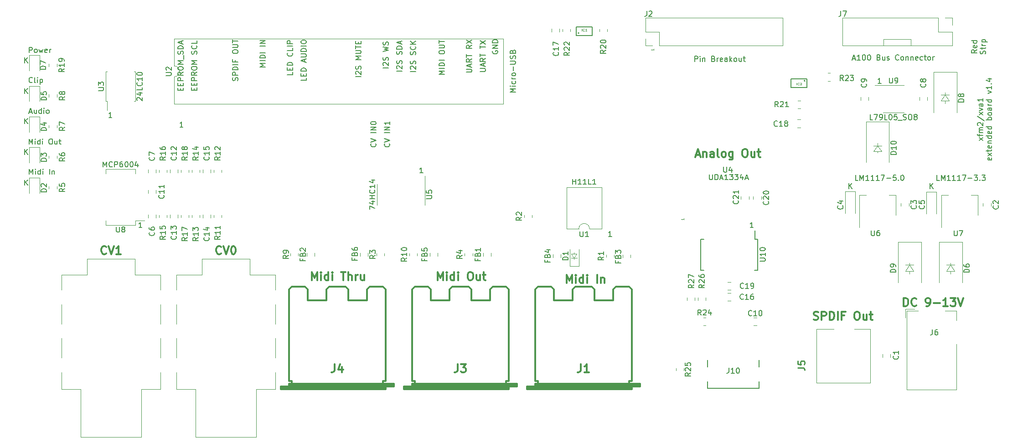
<source format=gbr>
%TF.GenerationSoftware,KiCad,Pcbnew,(6.0.2)*%
%TF.CreationDate,2022-03-06T22:29:26+01:00*%
%TF.ProjectId,xfm2,78666d32-2e6b-4696-9361-645f70636258,rev?*%
%TF.SameCoordinates,Original*%
%TF.FileFunction,Legend,Top*%
%TF.FilePolarity,Positive*%
%FSLAX46Y46*%
G04 Gerber Fmt 4.6, Leading zero omitted, Abs format (unit mm)*
G04 Created by KiCad (PCBNEW (6.0.2)) date 2022-03-06 22:29:26*
%MOMM*%
%LPD*%
G01*
G04 APERTURE LIST*
%ADD10C,0.150000*%
%ADD11C,0.120000*%
%ADD12C,0.300000*%
%ADD13C,0.050000*%
%ADD14C,0.254000*%
%ADD15C,0.100000*%
%ADD16C,0.304800*%
%ADD17C,0.200000*%
G04 APERTURE END LIST*
D10*
X186135962Y-93670380D02*
X186135962Y-92670380D01*
X186516914Y-92670380D01*
X186612152Y-92718000D01*
X186659771Y-92765619D01*
X186707390Y-92860857D01*
X186707390Y-93003714D01*
X186659771Y-93098952D01*
X186612152Y-93146571D01*
X186516914Y-93194190D01*
X186135962Y-93194190D01*
X187135962Y-93670380D02*
X187135962Y-93003714D01*
X187135962Y-92670380D02*
X187088343Y-92718000D01*
X187135962Y-92765619D01*
X187183581Y-92718000D01*
X187135962Y-92670380D01*
X187135962Y-92765619D01*
X187612152Y-93003714D02*
X187612152Y-93670380D01*
X187612152Y-93098952D02*
X187659771Y-93051333D01*
X187755010Y-93003714D01*
X187897867Y-93003714D01*
X187993105Y-93051333D01*
X188040724Y-93146571D01*
X188040724Y-93670380D01*
X189612152Y-93146571D02*
X189755010Y-93194190D01*
X189802629Y-93241809D01*
X189850248Y-93337047D01*
X189850248Y-93479904D01*
X189802629Y-93575142D01*
X189755010Y-93622761D01*
X189659771Y-93670380D01*
X189278819Y-93670380D01*
X189278819Y-92670380D01*
X189612152Y-92670380D01*
X189707390Y-92718000D01*
X189755010Y-92765619D01*
X189802629Y-92860857D01*
X189802629Y-92956095D01*
X189755010Y-93051333D01*
X189707390Y-93098952D01*
X189612152Y-93146571D01*
X189278819Y-93146571D01*
X190278819Y-93670380D02*
X190278819Y-93003714D01*
X190278819Y-93194190D02*
X190326438Y-93098952D01*
X190374057Y-93051333D01*
X190469295Y-93003714D01*
X190564533Y-93003714D01*
X191278819Y-93622761D02*
X191183581Y-93670380D01*
X190993105Y-93670380D01*
X190897867Y-93622761D01*
X190850248Y-93527523D01*
X190850248Y-93146571D01*
X190897867Y-93051333D01*
X190993105Y-93003714D01*
X191183581Y-93003714D01*
X191278819Y-93051333D01*
X191326438Y-93146571D01*
X191326438Y-93241809D01*
X190850248Y-93337047D01*
X192183581Y-93670380D02*
X192183581Y-93146571D01*
X192135962Y-93051333D01*
X192040724Y-93003714D01*
X191850248Y-93003714D01*
X191755010Y-93051333D01*
X192183581Y-93622761D02*
X192088343Y-93670380D01*
X191850248Y-93670380D01*
X191755010Y-93622761D01*
X191707390Y-93527523D01*
X191707390Y-93432285D01*
X191755010Y-93337047D01*
X191850248Y-93289428D01*
X192088343Y-93289428D01*
X192183581Y-93241809D01*
X192659771Y-93670380D02*
X192659771Y-92670380D01*
X192755010Y-93289428D02*
X193040724Y-93670380D01*
X193040724Y-93003714D02*
X192659771Y-93384666D01*
X193612152Y-93670380D02*
X193516914Y-93622761D01*
X193469295Y-93575142D01*
X193421676Y-93479904D01*
X193421676Y-93194190D01*
X193469295Y-93098952D01*
X193516914Y-93051333D01*
X193612152Y-93003714D01*
X193755010Y-93003714D01*
X193850248Y-93051333D01*
X193897867Y-93098952D01*
X193945486Y-93194190D01*
X193945486Y-93479904D01*
X193897867Y-93575142D01*
X193850248Y-93622761D01*
X193755010Y-93670380D01*
X193612152Y-93670380D01*
X194802629Y-93003714D02*
X194802629Y-93670380D01*
X194374057Y-93003714D02*
X194374057Y-93527523D01*
X194421676Y-93622761D01*
X194516914Y-93670380D01*
X194659771Y-93670380D01*
X194755010Y-93622761D01*
X194802629Y-93575142D01*
X195135962Y-93003714D02*
X195516914Y-93003714D01*
X195278819Y-92670380D02*
X195278819Y-93527523D01*
X195326438Y-93622761D01*
X195421676Y-93670380D01*
X195516914Y-93670380D01*
D11*
X233426000Y-100965000D02*
X232664000Y-100965000D01*
X233426000Y-99822000D02*
X232664000Y-99822000D01*
X232664000Y-99441000D02*
X232664000Y-99822000D01*
X234442000Y-132588000D02*
X233680000Y-132588000D01*
X233680000Y-131064000D02*
X233680000Y-131445000D01*
X226060000Y-131445000D02*
X225298000Y-132588000D01*
X226060000Y-131064000D02*
X226060000Y-131445000D01*
X164211000Y-129413000D02*
X163703000Y-130175000D01*
X220091000Y-109347000D02*
X220091000Y-108839000D01*
X220091000Y-110363000D02*
X220091000Y-110617000D01*
X219329000Y-109347000D02*
X220853000Y-109347000D01*
X220853000Y-110363000D02*
X220091000Y-109347000D01*
X220091000Y-109347000D02*
X219329000Y-110363000D01*
X219329000Y-110363000D02*
X220853000Y-110363000D01*
X232664000Y-99822000D02*
X233426000Y-100965000D01*
X225298000Y-131445000D02*
X226822000Y-131445000D01*
X163703000Y-130175000D02*
X163195000Y-129413000D01*
X231902000Y-99822000D02*
X233426000Y-99822000D01*
X232664000Y-101473000D02*
X232664000Y-100965000D01*
X232664000Y-100965000D02*
X231902000Y-100965000D01*
X221234000Y-90678000D02*
X221234000Y-89535000D01*
X163703000Y-130175000D02*
X163576000Y-130175000D01*
X232918000Y-132588000D02*
X233680000Y-131445000D01*
X231902000Y-100965000D02*
X232664000Y-99822000D01*
X232918000Y-131445000D02*
X234442000Y-131445000D01*
X221234000Y-89535000D02*
X226314000Y-89535000D01*
X233680000Y-131445000D02*
X234442000Y-132588000D01*
X233680000Y-133096000D02*
X233680000Y-132588000D01*
X226060000Y-133096000D02*
X226060000Y-132588000D01*
X163703000Y-130175000D02*
X163703000Y-130429000D01*
X226822000Y-132588000D02*
X226060000Y-131445000D01*
X163195000Y-129413000D02*
X164211000Y-129413000D01*
X226314000Y-89535000D02*
X226314000Y-90678000D01*
X163195000Y-130175000D02*
X164338000Y-130175000D01*
X233680000Y-132588000D02*
X232918000Y-132588000D01*
X225298000Y-132588000D02*
X226822000Y-132588000D01*
X163703000Y-129413000D02*
X163703000Y-129159000D01*
D10*
X126849142Y-108926095D02*
X126896761Y-108973714D01*
X126944380Y-109116571D01*
X126944380Y-109211809D01*
X126896761Y-109354666D01*
X126801523Y-109449904D01*
X126706285Y-109497523D01*
X126515809Y-109545142D01*
X126372952Y-109545142D01*
X126182476Y-109497523D01*
X126087238Y-109449904D01*
X125992000Y-109354666D01*
X125944380Y-109211809D01*
X125944380Y-109116571D01*
X125992000Y-108973714D01*
X126039619Y-108926095D01*
X125944380Y-108640380D02*
X126944380Y-108307047D01*
X125944380Y-107973714D01*
X126944380Y-106878476D02*
X125944380Y-106878476D01*
X126944380Y-106402285D02*
X125944380Y-106402285D01*
X126944380Y-105830857D01*
X125944380Y-105830857D01*
X125944380Y-105164190D02*
X125944380Y-105068952D01*
X125992000Y-104973714D01*
X126039619Y-104926095D01*
X126134857Y-104878476D01*
X126325333Y-104830857D01*
X126563428Y-104830857D01*
X126753904Y-104878476D01*
X126849142Y-104926095D01*
X126896761Y-104973714D01*
X126944380Y-105068952D01*
X126944380Y-105164190D01*
X126896761Y-105259428D01*
X126849142Y-105307047D01*
X126753904Y-105354666D01*
X126563428Y-105402285D01*
X126325333Y-105402285D01*
X126134857Y-105354666D01*
X126039619Y-105307047D01*
X125992000Y-105259428D01*
X125944380Y-105164190D01*
X63111142Y-97512142D02*
X63063523Y-97559761D01*
X62920666Y-97607380D01*
X62825428Y-97607380D01*
X62682571Y-97559761D01*
X62587333Y-97464523D01*
X62539714Y-97369285D01*
X62492095Y-97178809D01*
X62492095Y-97035952D01*
X62539714Y-96845476D01*
X62587333Y-96750238D01*
X62682571Y-96655000D01*
X62825428Y-96607380D01*
X62920666Y-96607380D01*
X63063523Y-96655000D01*
X63111142Y-96702619D01*
X63682571Y-97607380D02*
X63587333Y-97559761D01*
X63539714Y-97464523D01*
X63539714Y-96607380D01*
X64063523Y-97607380D02*
X64063523Y-96940714D01*
X64063523Y-96607380D02*
X64015904Y-96655000D01*
X64063523Y-96702619D01*
X64111142Y-96655000D01*
X64063523Y-96607380D01*
X64063523Y-96702619D01*
X64539714Y-96940714D02*
X64539714Y-97940714D01*
X64539714Y-96988333D02*
X64634952Y-96940714D01*
X64825428Y-96940714D01*
X64920666Y-96988333D01*
X64968285Y-97035952D01*
X65015904Y-97131190D01*
X65015904Y-97416904D01*
X64968285Y-97512142D01*
X64920666Y-97559761D01*
X64825428Y-97607380D01*
X64634952Y-97607380D01*
X64539714Y-97559761D01*
X129389142Y-108926095D02*
X129436761Y-108973714D01*
X129484380Y-109116571D01*
X129484380Y-109211809D01*
X129436761Y-109354666D01*
X129341523Y-109449904D01*
X129246285Y-109497523D01*
X129055809Y-109545142D01*
X128912952Y-109545142D01*
X128722476Y-109497523D01*
X128627238Y-109449904D01*
X128532000Y-109354666D01*
X128484380Y-109211809D01*
X128484380Y-109116571D01*
X128532000Y-108973714D01*
X128579619Y-108926095D01*
X128484380Y-108640380D02*
X129484380Y-108307047D01*
X128484380Y-107973714D01*
X129484380Y-106878476D02*
X128484380Y-106878476D01*
X129484380Y-106402285D02*
X128484380Y-106402285D01*
X129484380Y-105830857D01*
X128484380Y-105830857D01*
X129484380Y-104830857D02*
X129484380Y-105402285D01*
X129484380Y-105116571D02*
X128484380Y-105116571D01*
X128627238Y-105211809D01*
X128722476Y-105307047D01*
X128770095Y-105402285D01*
X239677380Y-108322571D02*
X239010714Y-107798761D01*
X239010714Y-108322571D02*
X239677380Y-107798761D01*
X239010714Y-107560666D02*
X239010714Y-107179714D01*
X239677380Y-107417809D02*
X238820238Y-107417809D01*
X238725000Y-107370190D01*
X238677380Y-107274952D01*
X238677380Y-107179714D01*
X239677380Y-106846380D02*
X239010714Y-106846380D01*
X239105952Y-106846380D02*
X239058333Y-106798761D01*
X239010714Y-106703523D01*
X239010714Y-106560666D01*
X239058333Y-106465428D01*
X239153571Y-106417809D01*
X239677380Y-106417809D01*
X239153571Y-106417809D02*
X239058333Y-106370190D01*
X239010714Y-106274952D01*
X239010714Y-106132095D01*
X239058333Y-106036857D01*
X239153571Y-105989238D01*
X239677380Y-105989238D01*
X238772619Y-105560666D02*
X238725000Y-105513047D01*
X238677380Y-105417809D01*
X238677380Y-105179714D01*
X238725000Y-105084476D01*
X238772619Y-105036857D01*
X238867857Y-104989238D01*
X238963095Y-104989238D01*
X239105952Y-105036857D01*
X239677380Y-105608285D01*
X239677380Y-104989238D01*
X238629761Y-103846380D02*
X239915476Y-104703523D01*
X239677380Y-103608285D02*
X239010714Y-103084476D01*
X239010714Y-103608285D02*
X239677380Y-103084476D01*
X239010714Y-102798761D02*
X239677380Y-102560666D01*
X239010714Y-102322571D01*
X239677380Y-101513047D02*
X239153571Y-101513047D01*
X239058333Y-101560666D01*
X239010714Y-101655904D01*
X239010714Y-101846380D01*
X239058333Y-101941619D01*
X239629761Y-101513047D02*
X239677380Y-101608285D01*
X239677380Y-101846380D01*
X239629761Y-101941619D01*
X239534523Y-101989238D01*
X239439285Y-101989238D01*
X239344047Y-101941619D01*
X239296428Y-101846380D01*
X239296428Y-101608285D01*
X239248809Y-101513047D01*
X239677380Y-100513047D02*
X239677380Y-101084476D01*
X239677380Y-100798761D02*
X238677380Y-100798761D01*
X238820238Y-100894000D01*
X238915476Y-100989238D01*
X238963095Y-101084476D01*
X241239761Y-111560666D02*
X241287380Y-111655904D01*
X241287380Y-111846380D01*
X241239761Y-111941619D01*
X241144523Y-111989238D01*
X240763571Y-111989238D01*
X240668333Y-111941619D01*
X240620714Y-111846380D01*
X240620714Y-111655904D01*
X240668333Y-111560666D01*
X240763571Y-111513047D01*
X240858809Y-111513047D01*
X240954047Y-111989238D01*
X241287380Y-111179714D02*
X240620714Y-110655904D01*
X240620714Y-111179714D02*
X241287380Y-110655904D01*
X240620714Y-110417809D02*
X240620714Y-110036857D01*
X240287380Y-110274952D02*
X241144523Y-110274952D01*
X241239761Y-110227333D01*
X241287380Y-110132095D01*
X241287380Y-110036857D01*
X241239761Y-109322571D02*
X241287380Y-109417809D01*
X241287380Y-109608285D01*
X241239761Y-109703523D01*
X241144523Y-109751142D01*
X240763571Y-109751142D01*
X240668333Y-109703523D01*
X240620714Y-109608285D01*
X240620714Y-109417809D01*
X240668333Y-109322571D01*
X240763571Y-109274952D01*
X240858809Y-109274952D01*
X240954047Y-109751142D01*
X240620714Y-108846380D02*
X241287380Y-108846380D01*
X240715952Y-108846380D02*
X240668333Y-108798761D01*
X240620714Y-108703523D01*
X240620714Y-108560666D01*
X240668333Y-108465428D01*
X240763571Y-108417809D01*
X241287380Y-108417809D01*
X241287380Y-107513047D02*
X240287380Y-107513047D01*
X241239761Y-107513047D02*
X241287380Y-107608285D01*
X241287380Y-107798761D01*
X241239761Y-107894000D01*
X241192142Y-107941619D01*
X241096904Y-107989238D01*
X240811190Y-107989238D01*
X240715952Y-107941619D01*
X240668333Y-107894000D01*
X240620714Y-107798761D01*
X240620714Y-107608285D01*
X240668333Y-107513047D01*
X241239761Y-106655904D02*
X241287380Y-106751142D01*
X241287380Y-106941619D01*
X241239761Y-107036857D01*
X241144523Y-107084476D01*
X240763571Y-107084476D01*
X240668333Y-107036857D01*
X240620714Y-106941619D01*
X240620714Y-106751142D01*
X240668333Y-106655904D01*
X240763571Y-106608285D01*
X240858809Y-106608285D01*
X240954047Y-107084476D01*
X241287380Y-105751142D02*
X240287380Y-105751142D01*
X241239761Y-105751142D02*
X241287380Y-105846380D01*
X241287380Y-106036857D01*
X241239761Y-106132095D01*
X241192142Y-106179714D01*
X241096904Y-106227333D01*
X240811190Y-106227333D01*
X240715952Y-106179714D01*
X240668333Y-106132095D01*
X240620714Y-106036857D01*
X240620714Y-105846380D01*
X240668333Y-105751142D01*
X241287380Y-104513047D02*
X240287380Y-104513047D01*
X240668333Y-104513047D02*
X240620714Y-104417809D01*
X240620714Y-104227333D01*
X240668333Y-104132095D01*
X240715952Y-104084476D01*
X240811190Y-104036857D01*
X241096904Y-104036857D01*
X241192142Y-104084476D01*
X241239761Y-104132095D01*
X241287380Y-104227333D01*
X241287380Y-104417809D01*
X241239761Y-104513047D01*
X241287380Y-103465428D02*
X241239761Y-103560666D01*
X241192142Y-103608285D01*
X241096904Y-103655904D01*
X240811190Y-103655904D01*
X240715952Y-103608285D01*
X240668333Y-103560666D01*
X240620714Y-103465428D01*
X240620714Y-103322571D01*
X240668333Y-103227333D01*
X240715952Y-103179714D01*
X240811190Y-103132095D01*
X241096904Y-103132095D01*
X241192142Y-103179714D01*
X241239761Y-103227333D01*
X241287380Y-103322571D01*
X241287380Y-103465428D01*
X241287380Y-102274952D02*
X240763571Y-102274952D01*
X240668333Y-102322571D01*
X240620714Y-102417809D01*
X240620714Y-102608285D01*
X240668333Y-102703523D01*
X241239761Y-102274952D02*
X241287380Y-102370190D01*
X241287380Y-102608285D01*
X241239761Y-102703523D01*
X241144523Y-102751142D01*
X241049285Y-102751142D01*
X240954047Y-102703523D01*
X240906428Y-102608285D01*
X240906428Y-102370190D01*
X240858809Y-102274952D01*
X241287380Y-101798761D02*
X240620714Y-101798761D01*
X240811190Y-101798761D02*
X240715952Y-101751142D01*
X240668333Y-101703523D01*
X240620714Y-101608285D01*
X240620714Y-101513047D01*
X241287380Y-100751142D02*
X240287380Y-100751142D01*
X241239761Y-100751142D02*
X241287380Y-100846380D01*
X241287380Y-101036857D01*
X241239761Y-101132095D01*
X241192142Y-101179714D01*
X241096904Y-101227333D01*
X240811190Y-101227333D01*
X240715952Y-101179714D01*
X240668333Y-101132095D01*
X240620714Y-101036857D01*
X240620714Y-100846380D01*
X240668333Y-100751142D01*
X240620714Y-99608285D02*
X241287380Y-99370190D01*
X240620714Y-99132095D01*
X241287380Y-98227333D02*
X241287380Y-98798761D01*
X241287380Y-98513047D02*
X240287380Y-98513047D01*
X240430238Y-98608285D01*
X240525476Y-98703523D01*
X240573095Y-98798761D01*
X241192142Y-97798761D02*
X241239761Y-97751142D01*
X241287380Y-97798761D01*
X241239761Y-97846380D01*
X241192142Y-97798761D01*
X241287380Y-97798761D01*
X240620714Y-96894000D02*
X241287380Y-96894000D01*
X240239761Y-97132095D02*
X240954047Y-97370190D01*
X240954047Y-96751142D01*
D12*
X98167142Y-129313714D02*
X98095714Y-129385142D01*
X97881428Y-129456571D01*
X97738571Y-129456571D01*
X97524285Y-129385142D01*
X97381428Y-129242285D01*
X97310000Y-129099428D01*
X97238571Y-128813714D01*
X97238571Y-128599428D01*
X97310000Y-128313714D01*
X97381428Y-128170857D01*
X97524285Y-128028000D01*
X97738571Y-127956571D01*
X97881428Y-127956571D01*
X98095714Y-128028000D01*
X98167142Y-128099428D01*
X98595714Y-127956571D02*
X99095714Y-129456571D01*
X99595714Y-127956571D01*
X100381428Y-127956571D02*
X100524285Y-127956571D01*
X100667142Y-128028000D01*
X100738571Y-128099428D01*
X100810000Y-128242285D01*
X100881428Y-128528000D01*
X100881428Y-128885142D01*
X100810000Y-129170857D01*
X100738571Y-129313714D01*
X100667142Y-129385142D01*
X100524285Y-129456571D01*
X100381428Y-129456571D01*
X100238571Y-129385142D01*
X100167142Y-129313714D01*
X100095714Y-129170857D01*
X100024285Y-128885142D01*
X100024285Y-128528000D01*
X100095714Y-128242285D01*
X100167142Y-128099428D01*
X100238571Y-128028000D01*
X100381428Y-127956571D01*
X76831142Y-129313714D02*
X76759714Y-129385142D01*
X76545428Y-129456571D01*
X76402571Y-129456571D01*
X76188285Y-129385142D01*
X76045428Y-129242285D01*
X75974000Y-129099428D01*
X75902571Y-128813714D01*
X75902571Y-128599428D01*
X75974000Y-128313714D01*
X76045428Y-128170857D01*
X76188285Y-128028000D01*
X76402571Y-127956571D01*
X76545428Y-127956571D01*
X76759714Y-128028000D01*
X76831142Y-128099428D01*
X77259714Y-127956571D02*
X77759714Y-129456571D01*
X78259714Y-127956571D01*
X79545428Y-129456571D02*
X78688285Y-129456571D01*
X79116857Y-129456571D02*
X79116857Y-127956571D01*
X78974000Y-128170857D01*
X78831142Y-128313714D01*
X78688285Y-128385142D01*
D10*
X131770380Y-95448095D02*
X130770380Y-95448095D01*
X130865619Y-95019523D02*
X130818000Y-94971904D01*
X130770380Y-94876666D01*
X130770380Y-94638571D01*
X130818000Y-94543333D01*
X130865619Y-94495714D01*
X130960857Y-94448095D01*
X131056095Y-94448095D01*
X131198952Y-94495714D01*
X131770380Y-95067142D01*
X131770380Y-94448095D01*
X131722761Y-94067142D02*
X131770380Y-93924285D01*
X131770380Y-93686190D01*
X131722761Y-93590952D01*
X131675142Y-93543333D01*
X131579904Y-93495714D01*
X131484666Y-93495714D01*
X131389428Y-93543333D01*
X131341809Y-93590952D01*
X131294190Y-93686190D01*
X131246571Y-93876666D01*
X131198952Y-93971904D01*
X131151333Y-94019523D01*
X131056095Y-94067142D01*
X130960857Y-94067142D01*
X130865619Y-94019523D01*
X130818000Y-93971904D01*
X130770380Y-93876666D01*
X130770380Y-93638571D01*
X130818000Y-93495714D01*
X131722761Y-92352857D02*
X131770380Y-92210000D01*
X131770380Y-91971904D01*
X131722761Y-91876666D01*
X131675142Y-91829047D01*
X131579904Y-91781428D01*
X131484666Y-91781428D01*
X131389428Y-91829047D01*
X131341809Y-91876666D01*
X131294190Y-91971904D01*
X131246571Y-92162380D01*
X131198952Y-92257619D01*
X131151333Y-92305238D01*
X131056095Y-92352857D01*
X130960857Y-92352857D01*
X130865619Y-92305238D01*
X130818000Y-92257619D01*
X130770380Y-92162380D01*
X130770380Y-91924285D01*
X130818000Y-91781428D01*
X131770380Y-91352857D02*
X130770380Y-91352857D01*
X130770380Y-91114761D01*
X130818000Y-90971904D01*
X130913238Y-90876666D01*
X131008476Y-90829047D01*
X131198952Y-90781428D01*
X131341809Y-90781428D01*
X131532285Y-90829047D01*
X131627523Y-90876666D01*
X131722761Y-90971904D01*
X131770380Y-91114761D01*
X131770380Y-91352857D01*
X131484666Y-90400476D02*
X131484666Y-89924285D01*
X131770380Y-90495714D02*
X130770380Y-90162380D01*
X131770380Y-89829047D01*
X146264380Y-95543333D02*
X147073904Y-95543333D01*
X147169142Y-95495714D01*
X147216761Y-95448095D01*
X147264380Y-95352857D01*
X147264380Y-95162380D01*
X147216761Y-95067142D01*
X147169142Y-95019523D01*
X147073904Y-94971904D01*
X146264380Y-94971904D01*
X146978666Y-94543333D02*
X146978666Y-94067142D01*
X147264380Y-94638571D02*
X146264380Y-94305238D01*
X147264380Y-93971904D01*
X147264380Y-93067142D02*
X146788190Y-93400476D01*
X147264380Y-93638571D02*
X146264380Y-93638571D01*
X146264380Y-93257619D01*
X146312000Y-93162380D01*
X146359619Y-93114761D01*
X146454857Y-93067142D01*
X146597714Y-93067142D01*
X146692952Y-93114761D01*
X146740571Y-93162380D01*
X146788190Y-93257619D01*
X146788190Y-93638571D01*
X146264380Y-92781428D02*
X146264380Y-92210000D01*
X147264380Y-92495714D02*
X146264380Y-92495714D01*
X146264380Y-91257619D02*
X146264380Y-90686190D01*
X147264380Y-90971904D02*
X146264380Y-90971904D01*
X146264380Y-90448095D02*
X147264380Y-89781428D01*
X146264380Y-89781428D02*
X147264380Y-90448095D01*
X148598000Y-91693904D02*
X148550380Y-91789142D01*
X148550380Y-91932000D01*
X148598000Y-92074857D01*
X148693238Y-92170095D01*
X148788476Y-92217714D01*
X148978952Y-92265333D01*
X149121809Y-92265333D01*
X149312285Y-92217714D01*
X149407523Y-92170095D01*
X149502761Y-92074857D01*
X149550380Y-91932000D01*
X149550380Y-91836761D01*
X149502761Y-91693904D01*
X149455142Y-91646285D01*
X149121809Y-91646285D01*
X149121809Y-91836761D01*
X149550380Y-91217714D02*
X148550380Y-91217714D01*
X149550380Y-90646285D01*
X148550380Y-90646285D01*
X149550380Y-90170095D02*
X148550380Y-90170095D01*
X148550380Y-89932000D01*
X148598000Y-89789142D01*
X148693238Y-89693904D01*
X148788476Y-89646285D01*
X148978952Y-89598666D01*
X149121809Y-89598666D01*
X149312285Y-89646285D01*
X149407523Y-89693904D01*
X149502761Y-89789142D01*
X149550380Y-89932000D01*
X149550380Y-90170095D01*
X143724380Y-95662380D02*
X144533904Y-95662380D01*
X144629142Y-95614761D01*
X144676761Y-95567142D01*
X144724380Y-95471904D01*
X144724380Y-95281428D01*
X144676761Y-95186190D01*
X144629142Y-95138571D01*
X144533904Y-95090952D01*
X143724380Y-95090952D01*
X144438666Y-94662380D02*
X144438666Y-94186190D01*
X144724380Y-94757619D02*
X143724380Y-94424285D01*
X144724380Y-94090952D01*
X144724380Y-93186190D02*
X144248190Y-93519523D01*
X144724380Y-93757619D02*
X143724380Y-93757619D01*
X143724380Y-93376666D01*
X143772000Y-93281428D01*
X143819619Y-93233809D01*
X143914857Y-93186190D01*
X144057714Y-93186190D01*
X144152952Y-93233809D01*
X144200571Y-93281428D01*
X144248190Y-93376666D01*
X144248190Y-93757619D01*
X143724380Y-92900476D02*
X143724380Y-92329047D01*
X144724380Y-92614761D02*
X143724380Y-92614761D01*
X144724380Y-90662380D02*
X144248190Y-90995714D01*
X144724380Y-91233809D02*
X143724380Y-91233809D01*
X143724380Y-90852857D01*
X143772000Y-90757619D01*
X143819619Y-90710000D01*
X143914857Y-90662380D01*
X144057714Y-90662380D01*
X144152952Y-90710000D01*
X144200571Y-90757619D01*
X144248190Y-90852857D01*
X144248190Y-91233809D01*
X143724380Y-90329047D02*
X144724380Y-89662380D01*
X143724380Y-89662380D02*
X144724380Y-90329047D01*
X129230380Y-94836952D02*
X128230380Y-94836952D01*
X128325619Y-94408380D02*
X128278000Y-94360761D01*
X128230380Y-94265523D01*
X128230380Y-94027428D01*
X128278000Y-93932190D01*
X128325619Y-93884571D01*
X128420857Y-93836952D01*
X128516095Y-93836952D01*
X128658952Y-93884571D01*
X129230380Y-94456000D01*
X129230380Y-93836952D01*
X129182761Y-93456000D02*
X129230380Y-93313142D01*
X129230380Y-93075047D01*
X129182761Y-92979809D01*
X129135142Y-92932190D01*
X129039904Y-92884571D01*
X128944666Y-92884571D01*
X128849428Y-92932190D01*
X128801809Y-92979809D01*
X128754190Y-93075047D01*
X128706571Y-93265523D01*
X128658952Y-93360761D01*
X128611333Y-93408380D01*
X128516095Y-93456000D01*
X128420857Y-93456000D01*
X128325619Y-93408380D01*
X128278000Y-93360761D01*
X128230380Y-93265523D01*
X128230380Y-93027428D01*
X128278000Y-92884571D01*
X128230380Y-91789333D02*
X129230380Y-91551238D01*
X128516095Y-91360761D01*
X129230380Y-91170285D01*
X128230380Y-90932190D01*
X129182761Y-90598857D02*
X129230380Y-90456000D01*
X129230380Y-90217904D01*
X129182761Y-90122666D01*
X129135142Y-90075047D01*
X129039904Y-90027428D01*
X128944666Y-90027428D01*
X128849428Y-90075047D01*
X128801809Y-90122666D01*
X128754190Y-90217904D01*
X128706571Y-90408380D01*
X128658952Y-90503619D01*
X128611333Y-90551238D01*
X128516095Y-90598857D01*
X128420857Y-90598857D01*
X128325619Y-90551238D01*
X128278000Y-90503619D01*
X128230380Y-90408380D01*
X128230380Y-90170285D01*
X128278000Y-90027428D01*
X90606571Y-99035619D02*
X90606571Y-98702285D01*
X91130380Y-98559428D02*
X91130380Y-99035619D01*
X90130380Y-99035619D01*
X90130380Y-98559428D01*
X90606571Y-98130857D02*
X90606571Y-97797523D01*
X91130380Y-97654666D02*
X91130380Y-98130857D01*
X90130380Y-98130857D01*
X90130380Y-97654666D01*
X91130380Y-97226095D02*
X90130380Y-97226095D01*
X90130380Y-96845142D01*
X90178000Y-96749904D01*
X90225619Y-96702285D01*
X90320857Y-96654666D01*
X90463714Y-96654666D01*
X90558952Y-96702285D01*
X90606571Y-96749904D01*
X90654190Y-96845142D01*
X90654190Y-97226095D01*
X91130380Y-95654666D02*
X90654190Y-95988000D01*
X91130380Y-96226095D02*
X90130380Y-96226095D01*
X90130380Y-95845142D01*
X90178000Y-95749904D01*
X90225619Y-95702285D01*
X90320857Y-95654666D01*
X90463714Y-95654666D01*
X90558952Y-95702285D01*
X90606571Y-95749904D01*
X90654190Y-95845142D01*
X90654190Y-96226095D01*
X90130380Y-95035619D02*
X90130380Y-94845142D01*
X90178000Y-94749904D01*
X90273238Y-94654666D01*
X90463714Y-94607047D01*
X90797047Y-94607047D01*
X90987523Y-94654666D01*
X91082761Y-94749904D01*
X91130380Y-94845142D01*
X91130380Y-95035619D01*
X91082761Y-95130857D01*
X90987523Y-95226095D01*
X90797047Y-95273714D01*
X90463714Y-95273714D01*
X90273238Y-95226095D01*
X90178000Y-95130857D01*
X90130380Y-95035619D01*
X91130380Y-94178476D02*
X90130380Y-94178476D01*
X90844666Y-93845142D01*
X90130380Y-93511809D01*
X91130380Y-93511809D01*
X91225619Y-93273714D02*
X91225619Y-92511809D01*
X91082761Y-92321333D02*
X91130380Y-92178476D01*
X91130380Y-91940380D01*
X91082761Y-91845142D01*
X91035142Y-91797523D01*
X90939904Y-91749904D01*
X90844666Y-91749904D01*
X90749428Y-91797523D01*
X90701809Y-91845142D01*
X90654190Y-91940380D01*
X90606571Y-92130857D01*
X90558952Y-92226095D01*
X90511333Y-92273714D01*
X90416095Y-92321333D01*
X90320857Y-92321333D01*
X90225619Y-92273714D01*
X90178000Y-92226095D01*
X90130380Y-92130857D01*
X90130380Y-91892761D01*
X90178000Y-91749904D01*
X91130380Y-91321333D02*
X90130380Y-91321333D01*
X90130380Y-91083238D01*
X90178000Y-90940380D01*
X90273238Y-90845142D01*
X90368476Y-90797523D01*
X90558952Y-90749904D01*
X90701809Y-90749904D01*
X90892285Y-90797523D01*
X90987523Y-90845142D01*
X91082761Y-90940380D01*
X91130380Y-91083238D01*
X91130380Y-91321333D01*
X90844666Y-90368952D02*
X90844666Y-89892761D01*
X91130380Y-90464190D02*
X90130380Y-90130857D01*
X91130380Y-89797523D01*
X152852380Y-99384952D02*
X151852380Y-99384952D01*
X152566666Y-99051619D01*
X151852380Y-98718285D01*
X152852380Y-98718285D01*
X152852380Y-98242095D02*
X152185714Y-98242095D01*
X151852380Y-98242095D02*
X151900000Y-98289714D01*
X151947619Y-98242095D01*
X151900000Y-98194476D01*
X151852380Y-98242095D01*
X151947619Y-98242095D01*
X152804761Y-97337333D02*
X152852380Y-97432571D01*
X152852380Y-97623047D01*
X152804761Y-97718285D01*
X152757142Y-97765904D01*
X152661904Y-97813523D01*
X152376190Y-97813523D01*
X152280952Y-97765904D01*
X152233333Y-97718285D01*
X152185714Y-97623047D01*
X152185714Y-97432571D01*
X152233333Y-97337333D01*
X152852380Y-96908761D02*
X152185714Y-96908761D01*
X152376190Y-96908761D02*
X152280952Y-96861142D01*
X152233333Y-96813523D01*
X152185714Y-96718285D01*
X152185714Y-96623047D01*
X152852380Y-96146857D02*
X152804761Y-96242095D01*
X152757142Y-96289714D01*
X152661904Y-96337333D01*
X152376190Y-96337333D01*
X152280952Y-96289714D01*
X152233333Y-96242095D01*
X152185714Y-96146857D01*
X152185714Y-96004000D01*
X152233333Y-95908761D01*
X152280952Y-95861142D01*
X152376190Y-95813523D01*
X152661904Y-95813523D01*
X152757142Y-95861142D01*
X152804761Y-95908761D01*
X152852380Y-96004000D01*
X152852380Y-96146857D01*
X152471428Y-95384952D02*
X152471428Y-94623047D01*
X151852380Y-94146857D02*
X152661904Y-94146857D01*
X152757142Y-94099238D01*
X152804761Y-94051619D01*
X152852380Y-93956380D01*
X152852380Y-93765904D01*
X152804761Y-93670666D01*
X152757142Y-93623047D01*
X152661904Y-93575428D01*
X151852380Y-93575428D01*
X152804761Y-93146857D02*
X152852380Y-93004000D01*
X152852380Y-92765904D01*
X152804761Y-92670666D01*
X152757142Y-92623047D01*
X152661904Y-92575428D01*
X152566666Y-92575428D01*
X152471428Y-92623047D01*
X152423809Y-92670666D01*
X152376190Y-92765904D01*
X152328571Y-92956380D01*
X152280952Y-93051619D01*
X152233333Y-93099238D01*
X152138095Y-93146857D01*
X152042857Y-93146857D01*
X151947619Y-93099238D01*
X151900000Y-93051619D01*
X151852380Y-92956380D01*
X151852380Y-92718285D01*
X151900000Y-92575428D01*
X152328571Y-91813523D02*
X152376190Y-91670666D01*
X152423809Y-91623047D01*
X152519047Y-91575428D01*
X152661904Y-91575428D01*
X152757142Y-91623047D01*
X152804761Y-91670666D01*
X152852380Y-91765904D01*
X152852380Y-92146857D01*
X151852380Y-92146857D01*
X151852380Y-91813523D01*
X151900000Y-91718285D01*
X151947619Y-91670666D01*
X152042857Y-91623047D01*
X152138095Y-91623047D01*
X152233333Y-91670666D01*
X152280952Y-91718285D01*
X152328571Y-91813523D01*
X152328571Y-92146857D01*
X93146571Y-99011809D02*
X93146571Y-98678476D01*
X93670380Y-98535619D02*
X93670380Y-99011809D01*
X92670380Y-99011809D01*
X92670380Y-98535619D01*
X93146571Y-98107047D02*
X93146571Y-97773714D01*
X93670380Y-97630857D02*
X93670380Y-98107047D01*
X92670380Y-98107047D01*
X92670380Y-97630857D01*
X93670380Y-97202285D02*
X92670380Y-97202285D01*
X92670380Y-96821333D01*
X92718000Y-96726095D01*
X92765619Y-96678476D01*
X92860857Y-96630857D01*
X93003714Y-96630857D01*
X93098952Y-96678476D01*
X93146571Y-96726095D01*
X93194190Y-96821333D01*
X93194190Y-97202285D01*
X93670380Y-95630857D02*
X93194190Y-95964190D01*
X93670380Y-96202285D02*
X92670380Y-96202285D01*
X92670380Y-95821333D01*
X92718000Y-95726095D01*
X92765619Y-95678476D01*
X92860857Y-95630857D01*
X93003714Y-95630857D01*
X93098952Y-95678476D01*
X93146571Y-95726095D01*
X93194190Y-95821333D01*
X93194190Y-96202285D01*
X92670380Y-95011809D02*
X92670380Y-94821333D01*
X92718000Y-94726095D01*
X92813238Y-94630857D01*
X93003714Y-94583238D01*
X93337047Y-94583238D01*
X93527523Y-94630857D01*
X93622761Y-94726095D01*
X93670380Y-94821333D01*
X93670380Y-95011809D01*
X93622761Y-95107047D01*
X93527523Y-95202285D01*
X93337047Y-95249904D01*
X93003714Y-95249904D01*
X92813238Y-95202285D01*
X92718000Y-95107047D01*
X92670380Y-95011809D01*
X93670380Y-94154666D02*
X92670380Y-94154666D01*
X93384666Y-93821333D01*
X92670380Y-93488000D01*
X93670380Y-93488000D01*
X93622761Y-92297523D02*
X93670380Y-92154666D01*
X93670380Y-91916571D01*
X93622761Y-91821333D01*
X93575142Y-91773714D01*
X93479904Y-91726095D01*
X93384666Y-91726095D01*
X93289428Y-91773714D01*
X93241809Y-91821333D01*
X93194190Y-91916571D01*
X93146571Y-92107047D01*
X93098952Y-92202285D01*
X93051333Y-92249904D01*
X92956095Y-92297523D01*
X92860857Y-92297523D01*
X92765619Y-92249904D01*
X92718000Y-92202285D01*
X92670380Y-92107047D01*
X92670380Y-91868952D01*
X92718000Y-91726095D01*
X93575142Y-90726095D02*
X93622761Y-90773714D01*
X93670380Y-90916571D01*
X93670380Y-91011809D01*
X93622761Y-91154666D01*
X93527523Y-91249904D01*
X93432285Y-91297523D01*
X93241809Y-91345142D01*
X93098952Y-91345142D01*
X92908476Y-91297523D01*
X92813238Y-91249904D01*
X92718000Y-91154666D01*
X92670380Y-91011809D01*
X92670380Y-90916571D01*
X92718000Y-90773714D01*
X92765619Y-90726095D01*
X93670380Y-89821333D02*
X93670380Y-90297523D01*
X92670380Y-90297523D01*
X91090714Y-105862380D02*
X90519285Y-105862380D01*
X90805000Y-105862380D02*
X90805000Y-104862380D01*
X90709761Y-105005238D01*
X90614523Y-105100476D01*
X90519285Y-105148095D01*
X106370380Y-94654380D02*
X105370380Y-94654380D01*
X106084666Y-94321047D01*
X105370380Y-93987714D01*
X106370380Y-93987714D01*
X106370380Y-93511523D02*
X105370380Y-93511523D01*
X106370380Y-93035333D02*
X105370380Y-93035333D01*
X105370380Y-92797238D01*
X105418000Y-92654380D01*
X105513238Y-92559142D01*
X105608476Y-92511523D01*
X105798952Y-92463904D01*
X105941809Y-92463904D01*
X106132285Y-92511523D01*
X106227523Y-92559142D01*
X106322761Y-92654380D01*
X106370380Y-92797238D01*
X106370380Y-93035333D01*
X106370380Y-92035333D02*
X105370380Y-92035333D01*
X106370380Y-90797238D02*
X105370380Y-90797238D01*
X106370380Y-90321047D02*
X105370380Y-90321047D01*
X106370380Y-89749619D01*
X105370380Y-89749619D01*
X111450380Y-95630666D02*
X111450380Y-96106857D01*
X110450380Y-96106857D01*
X110926571Y-95297333D02*
X110926571Y-94964000D01*
X111450380Y-94821142D02*
X111450380Y-95297333D01*
X110450380Y-95297333D01*
X110450380Y-94821142D01*
X111450380Y-94392571D02*
X110450380Y-94392571D01*
X110450380Y-94154476D01*
X110498000Y-94011619D01*
X110593238Y-93916380D01*
X110688476Y-93868761D01*
X110878952Y-93821142D01*
X111021809Y-93821142D01*
X111212285Y-93868761D01*
X111307523Y-93916380D01*
X111402761Y-94011619D01*
X111450380Y-94154476D01*
X111450380Y-94392571D01*
X111355142Y-92059238D02*
X111402761Y-92106857D01*
X111450380Y-92249714D01*
X111450380Y-92344952D01*
X111402761Y-92487809D01*
X111307523Y-92583047D01*
X111212285Y-92630666D01*
X111021809Y-92678285D01*
X110878952Y-92678285D01*
X110688476Y-92630666D01*
X110593238Y-92583047D01*
X110498000Y-92487809D01*
X110450380Y-92344952D01*
X110450380Y-92249714D01*
X110498000Y-92106857D01*
X110545619Y-92059238D01*
X111450380Y-91154476D02*
X111450380Y-91630666D01*
X110450380Y-91630666D01*
X111450380Y-90821142D02*
X110450380Y-90821142D01*
X111450380Y-90344952D02*
X110450380Y-90344952D01*
X110450380Y-89964000D01*
X110498000Y-89868761D01*
X110545619Y-89821142D01*
X110640857Y-89773523D01*
X110783714Y-89773523D01*
X110878952Y-89821142D01*
X110926571Y-89868761D01*
X110974190Y-89964000D01*
X110974190Y-90344952D01*
X124150380Y-96479904D02*
X123150380Y-96479904D01*
X123245619Y-96051333D02*
X123198000Y-96003714D01*
X123150380Y-95908476D01*
X123150380Y-95670380D01*
X123198000Y-95575142D01*
X123245619Y-95527523D01*
X123340857Y-95479904D01*
X123436095Y-95479904D01*
X123578952Y-95527523D01*
X124150380Y-96098952D01*
X124150380Y-95479904D01*
X124102761Y-95098952D02*
X124150380Y-94956095D01*
X124150380Y-94718000D01*
X124102761Y-94622761D01*
X124055142Y-94575142D01*
X123959904Y-94527523D01*
X123864666Y-94527523D01*
X123769428Y-94575142D01*
X123721809Y-94622761D01*
X123674190Y-94718000D01*
X123626571Y-94908476D01*
X123578952Y-95003714D01*
X123531333Y-95051333D01*
X123436095Y-95098952D01*
X123340857Y-95098952D01*
X123245619Y-95051333D01*
X123198000Y-95003714D01*
X123150380Y-94908476D01*
X123150380Y-94670380D01*
X123198000Y-94527523D01*
X124150380Y-93337047D02*
X123150380Y-93337047D01*
X123864666Y-93003714D01*
X123150380Y-92670380D01*
X124150380Y-92670380D01*
X123150380Y-92194190D02*
X123959904Y-92194190D01*
X124055142Y-92146571D01*
X124102761Y-92098952D01*
X124150380Y-92003714D01*
X124150380Y-91813238D01*
X124102761Y-91718000D01*
X124055142Y-91670380D01*
X123959904Y-91622761D01*
X123150380Y-91622761D01*
X123150380Y-91289428D02*
X123150380Y-90718000D01*
X124150380Y-91003714D02*
X123150380Y-91003714D01*
X123626571Y-90384666D02*
X123626571Y-90051333D01*
X124150380Y-89908476D02*
X124150380Y-90384666D01*
X123150380Y-90384666D01*
X123150380Y-89908476D01*
X139644380Y-96083047D02*
X138644380Y-96083047D01*
X139358666Y-95749714D01*
X138644380Y-95416380D01*
X139644380Y-95416380D01*
X139644380Y-94940190D02*
X138644380Y-94940190D01*
X139644380Y-94464000D02*
X138644380Y-94464000D01*
X138644380Y-94225904D01*
X138692000Y-94083047D01*
X138787238Y-93987809D01*
X138882476Y-93940190D01*
X139072952Y-93892571D01*
X139215809Y-93892571D01*
X139406285Y-93940190D01*
X139501523Y-93987809D01*
X139596761Y-94083047D01*
X139644380Y-94225904D01*
X139644380Y-94464000D01*
X139644380Y-93464000D02*
X138644380Y-93464000D01*
X138644380Y-92035428D02*
X138644380Y-91844952D01*
X138692000Y-91749714D01*
X138787238Y-91654476D01*
X138977714Y-91606857D01*
X139311047Y-91606857D01*
X139501523Y-91654476D01*
X139596761Y-91749714D01*
X139644380Y-91844952D01*
X139644380Y-92035428D01*
X139596761Y-92130666D01*
X139501523Y-92225904D01*
X139311047Y-92273523D01*
X138977714Y-92273523D01*
X138787238Y-92225904D01*
X138692000Y-92130666D01*
X138644380Y-92035428D01*
X138644380Y-91178285D02*
X139453904Y-91178285D01*
X139549142Y-91130666D01*
X139596761Y-91083047D01*
X139644380Y-90987809D01*
X139644380Y-90797333D01*
X139596761Y-90702095D01*
X139549142Y-90654476D01*
X139453904Y-90606857D01*
X138644380Y-90606857D01*
X138644380Y-90273523D02*
X138644380Y-89702095D01*
X139644380Y-89987809D02*
X138644380Y-89987809D01*
X113990380Y-96710095D02*
X113990380Y-97186285D01*
X112990380Y-97186285D01*
X113466571Y-96376761D02*
X113466571Y-96043428D01*
X113990380Y-95900571D02*
X113990380Y-96376761D01*
X112990380Y-96376761D01*
X112990380Y-95900571D01*
X113990380Y-95472000D02*
X112990380Y-95472000D01*
X112990380Y-95233904D01*
X113038000Y-95091047D01*
X113133238Y-94995809D01*
X113228476Y-94948190D01*
X113418952Y-94900571D01*
X113561809Y-94900571D01*
X113752285Y-94948190D01*
X113847523Y-94995809D01*
X113942761Y-95091047D01*
X113990380Y-95233904D01*
X113990380Y-95472000D01*
X113704666Y-93757714D02*
X113704666Y-93281523D01*
X113990380Y-93852952D02*
X112990380Y-93519619D01*
X113990380Y-93186285D01*
X112990380Y-92852952D02*
X113799904Y-92852952D01*
X113895142Y-92805333D01*
X113942761Y-92757714D01*
X113990380Y-92662476D01*
X113990380Y-92472000D01*
X113942761Y-92376761D01*
X113895142Y-92329142D01*
X113799904Y-92281523D01*
X112990380Y-92281523D01*
X113990380Y-91805333D02*
X112990380Y-91805333D01*
X112990380Y-91567238D01*
X113038000Y-91424380D01*
X113133238Y-91329142D01*
X113228476Y-91281523D01*
X113418952Y-91233904D01*
X113561809Y-91233904D01*
X113752285Y-91281523D01*
X113847523Y-91329142D01*
X113942761Y-91424380D01*
X113990380Y-91567238D01*
X113990380Y-91805333D01*
X113990380Y-90805333D02*
X112990380Y-90805333D01*
X112990380Y-90138666D02*
X112990380Y-89948190D01*
X113038000Y-89852952D01*
X113133238Y-89757714D01*
X113323714Y-89710095D01*
X113657047Y-89710095D01*
X113847523Y-89757714D01*
X113942761Y-89852952D01*
X113990380Y-89948190D01*
X113990380Y-90138666D01*
X113942761Y-90233904D01*
X113847523Y-90329142D01*
X113657047Y-90376761D01*
X113323714Y-90376761D01*
X113133238Y-90329142D01*
X113038000Y-90233904D01*
X112990380Y-90138666D01*
X101242761Y-97233904D02*
X101290380Y-97091047D01*
X101290380Y-96852952D01*
X101242761Y-96757714D01*
X101195142Y-96710095D01*
X101099904Y-96662476D01*
X101004666Y-96662476D01*
X100909428Y-96710095D01*
X100861809Y-96757714D01*
X100814190Y-96852952D01*
X100766571Y-97043428D01*
X100718952Y-97138666D01*
X100671333Y-97186285D01*
X100576095Y-97233904D01*
X100480857Y-97233904D01*
X100385619Y-97186285D01*
X100338000Y-97138666D01*
X100290380Y-97043428D01*
X100290380Y-96805333D01*
X100338000Y-96662476D01*
X101290380Y-96233904D02*
X100290380Y-96233904D01*
X100290380Y-95852952D01*
X100338000Y-95757714D01*
X100385619Y-95710095D01*
X100480857Y-95662476D01*
X100623714Y-95662476D01*
X100718952Y-95710095D01*
X100766571Y-95757714D01*
X100814190Y-95852952D01*
X100814190Y-96233904D01*
X101290380Y-95233904D02*
X100290380Y-95233904D01*
X100290380Y-94995809D01*
X100338000Y-94852952D01*
X100433238Y-94757714D01*
X100528476Y-94710095D01*
X100718952Y-94662476D01*
X100861809Y-94662476D01*
X101052285Y-94710095D01*
X101147523Y-94757714D01*
X101242761Y-94852952D01*
X101290380Y-94995809D01*
X101290380Y-95233904D01*
X101290380Y-94233904D02*
X100290380Y-94233904D01*
X100766571Y-93424380D02*
X100766571Y-93757714D01*
X101290380Y-93757714D02*
X100290380Y-93757714D01*
X100290380Y-93281523D01*
X100290380Y-91948190D02*
X100290380Y-91757714D01*
X100338000Y-91662476D01*
X100433238Y-91567238D01*
X100623714Y-91519619D01*
X100957047Y-91519619D01*
X101147523Y-91567238D01*
X101242761Y-91662476D01*
X101290380Y-91757714D01*
X101290380Y-91948190D01*
X101242761Y-92043428D01*
X101147523Y-92138666D01*
X100957047Y-92186285D01*
X100623714Y-92186285D01*
X100433238Y-92138666D01*
X100338000Y-92043428D01*
X100290380Y-91948190D01*
X100290380Y-91091047D02*
X101099904Y-91091047D01*
X101195142Y-91043428D01*
X101242761Y-90995809D01*
X101290380Y-90900571D01*
X101290380Y-90710095D01*
X101242761Y-90614857D01*
X101195142Y-90567238D01*
X101099904Y-90519619D01*
X100290380Y-90519619D01*
X100290380Y-90186285D02*
X100290380Y-89614857D01*
X101290380Y-89900571D02*
X100290380Y-89900571D01*
X134310380Y-95519523D02*
X133310380Y-95519523D01*
X133405619Y-95090952D02*
X133358000Y-95043333D01*
X133310380Y-94948095D01*
X133310380Y-94710000D01*
X133358000Y-94614761D01*
X133405619Y-94567142D01*
X133500857Y-94519523D01*
X133596095Y-94519523D01*
X133738952Y-94567142D01*
X134310380Y-95138571D01*
X134310380Y-94519523D01*
X134262761Y-94138571D02*
X134310380Y-93995714D01*
X134310380Y-93757619D01*
X134262761Y-93662380D01*
X134215142Y-93614761D01*
X134119904Y-93567142D01*
X134024666Y-93567142D01*
X133929428Y-93614761D01*
X133881809Y-93662380D01*
X133834190Y-93757619D01*
X133786571Y-93948095D01*
X133738952Y-94043333D01*
X133691333Y-94090952D01*
X133596095Y-94138571D01*
X133500857Y-94138571D01*
X133405619Y-94090952D01*
X133358000Y-94043333D01*
X133310380Y-93948095D01*
X133310380Y-93710000D01*
X133358000Y-93567142D01*
X134262761Y-92424285D02*
X134310380Y-92281428D01*
X134310380Y-92043333D01*
X134262761Y-91948095D01*
X134215142Y-91900476D01*
X134119904Y-91852857D01*
X134024666Y-91852857D01*
X133929428Y-91900476D01*
X133881809Y-91948095D01*
X133834190Y-92043333D01*
X133786571Y-92233809D01*
X133738952Y-92329047D01*
X133691333Y-92376666D01*
X133596095Y-92424285D01*
X133500857Y-92424285D01*
X133405619Y-92376666D01*
X133358000Y-92329047D01*
X133310380Y-92233809D01*
X133310380Y-91995714D01*
X133358000Y-91852857D01*
X134215142Y-90852857D02*
X134262761Y-90900476D01*
X134310380Y-91043333D01*
X134310380Y-91138571D01*
X134262761Y-91281428D01*
X134167523Y-91376666D01*
X134072285Y-91424285D01*
X133881809Y-91471904D01*
X133738952Y-91471904D01*
X133548476Y-91424285D01*
X133453238Y-91376666D01*
X133358000Y-91281428D01*
X133310380Y-91138571D01*
X133310380Y-91043333D01*
X133358000Y-90900476D01*
X133405619Y-90852857D01*
X134310380Y-90424285D02*
X133310380Y-90424285D01*
X134310380Y-89852857D02*
X133738952Y-90281428D01*
X133310380Y-89852857D02*
X133881809Y-90424285D01*
X62555666Y-103036666D02*
X63031857Y-103036666D01*
X62460428Y-103322380D02*
X62793761Y-102322380D01*
X63127095Y-103322380D01*
X63889000Y-102655714D02*
X63889000Y-103322380D01*
X63460428Y-102655714D02*
X63460428Y-103179523D01*
X63508047Y-103274761D01*
X63603285Y-103322380D01*
X63746142Y-103322380D01*
X63841380Y-103274761D01*
X63889000Y-103227142D01*
X64793761Y-103322380D02*
X64793761Y-102322380D01*
X64793761Y-103274761D02*
X64698523Y-103322380D01*
X64508047Y-103322380D01*
X64412809Y-103274761D01*
X64365190Y-103227142D01*
X64317571Y-103131904D01*
X64317571Y-102846190D01*
X64365190Y-102750952D01*
X64412809Y-102703333D01*
X64508047Y-102655714D01*
X64698523Y-102655714D01*
X64793761Y-102703333D01*
X65269952Y-103322380D02*
X65269952Y-102655714D01*
X65269952Y-102322380D02*
X65222333Y-102370000D01*
X65269952Y-102417619D01*
X65317571Y-102370000D01*
X65269952Y-102322380D01*
X65269952Y-102417619D01*
X65889000Y-103322380D02*
X65793761Y-103274761D01*
X65746142Y-103227142D01*
X65698523Y-103131904D01*
X65698523Y-102846190D01*
X65746142Y-102750952D01*
X65793761Y-102703333D01*
X65889000Y-102655714D01*
X66031857Y-102655714D01*
X66127095Y-102703333D01*
X66174714Y-102750952D01*
X66222333Y-102846190D01*
X66222333Y-103131904D01*
X66174714Y-103227142D01*
X66127095Y-103274761D01*
X66031857Y-103322380D01*
X65889000Y-103322380D01*
D12*
X115030857Y-134282571D02*
X115030857Y-132782571D01*
X115530857Y-133854000D01*
X116030857Y-132782571D01*
X116030857Y-134282571D01*
X116745142Y-134282571D02*
X116745142Y-133282571D01*
X116745142Y-132782571D02*
X116673714Y-132854000D01*
X116745142Y-132925428D01*
X116816571Y-132854000D01*
X116745142Y-132782571D01*
X116745142Y-132925428D01*
X118102285Y-134282571D02*
X118102285Y-132782571D01*
X118102285Y-134211142D02*
X117959428Y-134282571D01*
X117673714Y-134282571D01*
X117530857Y-134211142D01*
X117459428Y-134139714D01*
X117388000Y-133996857D01*
X117388000Y-133568285D01*
X117459428Y-133425428D01*
X117530857Y-133354000D01*
X117673714Y-133282571D01*
X117959428Y-133282571D01*
X118102285Y-133354000D01*
X118816571Y-134282571D02*
X118816571Y-133282571D01*
X118816571Y-132782571D02*
X118745142Y-132854000D01*
X118816571Y-132925428D01*
X118888000Y-132854000D01*
X118816571Y-132782571D01*
X118816571Y-132925428D01*
X120459428Y-132782571D02*
X121316571Y-132782571D01*
X120888000Y-134282571D02*
X120888000Y-132782571D01*
X121816571Y-134282571D02*
X121816571Y-132782571D01*
X122459428Y-134282571D02*
X122459428Y-133496857D01*
X122388000Y-133354000D01*
X122245142Y-133282571D01*
X122030857Y-133282571D01*
X121888000Y-133354000D01*
X121816571Y-133425428D01*
X123173714Y-134282571D02*
X123173714Y-133282571D01*
X123173714Y-133568285D02*
X123245142Y-133425428D01*
X123316571Y-133354000D01*
X123459428Y-133282571D01*
X123602285Y-133282571D01*
X124745142Y-133282571D02*
X124745142Y-134282571D01*
X124102285Y-133282571D02*
X124102285Y-134068285D01*
X124173714Y-134211142D01*
X124316571Y-134282571D01*
X124530857Y-134282571D01*
X124673714Y-134211142D01*
X124745142Y-134139714D01*
X138390857Y-134282571D02*
X138390857Y-132782571D01*
X138890857Y-133854000D01*
X139390857Y-132782571D01*
X139390857Y-134282571D01*
X140105142Y-134282571D02*
X140105142Y-133282571D01*
X140105142Y-132782571D02*
X140033714Y-132854000D01*
X140105142Y-132925428D01*
X140176571Y-132854000D01*
X140105142Y-132782571D01*
X140105142Y-132925428D01*
X141462285Y-134282571D02*
X141462285Y-132782571D01*
X141462285Y-134211142D02*
X141319428Y-134282571D01*
X141033714Y-134282571D01*
X140890857Y-134211142D01*
X140819428Y-134139714D01*
X140748000Y-133996857D01*
X140748000Y-133568285D01*
X140819428Y-133425428D01*
X140890857Y-133354000D01*
X141033714Y-133282571D01*
X141319428Y-133282571D01*
X141462285Y-133354000D01*
X142176571Y-134282571D02*
X142176571Y-133282571D01*
X142176571Y-132782571D02*
X142105142Y-132854000D01*
X142176571Y-132925428D01*
X142248000Y-132854000D01*
X142176571Y-132782571D01*
X142176571Y-132925428D01*
X144319428Y-132782571D02*
X144605142Y-132782571D01*
X144748000Y-132854000D01*
X144890857Y-132996857D01*
X144962285Y-133282571D01*
X144962285Y-133782571D01*
X144890857Y-134068285D01*
X144748000Y-134211142D01*
X144605142Y-134282571D01*
X144319428Y-134282571D01*
X144176571Y-134211142D01*
X144033714Y-134068285D01*
X143962285Y-133782571D01*
X143962285Y-133282571D01*
X144033714Y-132996857D01*
X144176571Y-132854000D01*
X144319428Y-132782571D01*
X146248000Y-133282571D02*
X146248000Y-134282571D01*
X145605142Y-133282571D02*
X145605142Y-134068285D01*
X145676571Y-134211142D01*
X145819428Y-134282571D01*
X146033714Y-134282571D01*
X146176571Y-134211142D01*
X146248000Y-134139714D01*
X146748000Y-133282571D02*
X147319428Y-133282571D01*
X146962285Y-132782571D02*
X146962285Y-134068285D01*
X147033714Y-134211142D01*
X147176571Y-134282571D01*
X147319428Y-134282571D01*
X162362000Y-134790571D02*
X162362000Y-133290571D01*
X162862000Y-134362000D01*
X163362000Y-133290571D01*
X163362000Y-134790571D01*
X164076285Y-134790571D02*
X164076285Y-133790571D01*
X164076285Y-133290571D02*
X164004857Y-133362000D01*
X164076285Y-133433428D01*
X164147714Y-133362000D01*
X164076285Y-133290571D01*
X164076285Y-133433428D01*
X165433428Y-134790571D02*
X165433428Y-133290571D01*
X165433428Y-134719142D02*
X165290571Y-134790571D01*
X165004857Y-134790571D01*
X164862000Y-134719142D01*
X164790571Y-134647714D01*
X164719142Y-134504857D01*
X164719142Y-134076285D01*
X164790571Y-133933428D01*
X164862000Y-133862000D01*
X165004857Y-133790571D01*
X165290571Y-133790571D01*
X165433428Y-133862000D01*
X166147714Y-134790571D02*
X166147714Y-133790571D01*
X166147714Y-133290571D02*
X166076285Y-133362000D01*
X166147714Y-133433428D01*
X166219142Y-133362000D01*
X166147714Y-133290571D01*
X166147714Y-133433428D01*
X168004857Y-134790571D02*
X168004857Y-133290571D01*
X168719142Y-133790571D02*
X168719142Y-134790571D01*
X168719142Y-133933428D02*
X168790571Y-133862000D01*
X168933428Y-133790571D01*
X169147714Y-133790571D01*
X169290571Y-133862000D01*
X169362000Y-134004857D01*
X169362000Y-134790571D01*
D10*
X135667714Y-114371380D02*
X135096285Y-114371380D01*
X135382000Y-114371380D02*
X135382000Y-113371380D01*
X135286761Y-113514238D01*
X135191523Y-113609476D01*
X135096285Y-113657095D01*
X83470714Y-124531380D02*
X82899285Y-124531380D01*
X83185000Y-124531380D02*
X83185000Y-123531380D01*
X83089761Y-123674238D01*
X82994523Y-123769476D01*
X82899285Y-123817095D01*
X77882714Y-104084380D02*
X77311285Y-104084380D01*
X77597000Y-104084380D02*
X77597000Y-103084380D01*
X77501761Y-103227238D01*
X77406523Y-103322476D01*
X77311285Y-103370095D01*
X170719714Y-126182380D02*
X170148285Y-126182380D01*
X170434000Y-126182380D02*
X170434000Y-125182380D01*
X170338761Y-125325238D01*
X170243523Y-125420476D01*
X170148285Y-125468095D01*
D13*
X184122190Y-122793142D02*
X184122190Y-123078857D01*
X184122190Y-122936000D02*
X183622190Y-122936000D01*
X183693619Y-122983619D01*
X183741238Y-123031238D01*
X183765047Y-123078857D01*
X178535200Y-91297142D02*
X178535200Y-91582857D01*
X178535200Y-91440000D02*
X178035200Y-91440000D01*
X178106629Y-91487619D01*
X178154248Y-91535238D01*
X178178057Y-91582857D01*
D10*
X238534380Y-91503428D02*
X238058190Y-91836761D01*
X238534380Y-92074857D02*
X237534380Y-92074857D01*
X237534380Y-91693904D01*
X237582000Y-91598666D01*
X237629619Y-91551047D01*
X237724857Y-91503428D01*
X237867714Y-91503428D01*
X237962952Y-91551047D01*
X238010571Y-91598666D01*
X238058190Y-91693904D01*
X238058190Y-92074857D01*
X238486761Y-90693904D02*
X238534380Y-90789142D01*
X238534380Y-90979619D01*
X238486761Y-91074857D01*
X238391523Y-91122476D01*
X238010571Y-91122476D01*
X237915333Y-91074857D01*
X237867714Y-90979619D01*
X237867714Y-90789142D01*
X237915333Y-90693904D01*
X238010571Y-90646285D01*
X238105809Y-90646285D01*
X238201047Y-91122476D01*
X238534380Y-89789142D02*
X237534380Y-89789142D01*
X238486761Y-89789142D02*
X238534380Y-89884380D01*
X238534380Y-90074857D01*
X238486761Y-90170095D01*
X238439142Y-90217714D01*
X238343904Y-90265333D01*
X238058190Y-90265333D01*
X237962952Y-90217714D01*
X237915333Y-90170095D01*
X237867714Y-90074857D01*
X237867714Y-89884380D01*
X237915333Y-89789142D01*
X240096761Y-92265333D02*
X240144380Y-92122476D01*
X240144380Y-91884380D01*
X240096761Y-91789142D01*
X240049142Y-91741523D01*
X239953904Y-91693904D01*
X239858666Y-91693904D01*
X239763428Y-91741523D01*
X239715809Y-91789142D01*
X239668190Y-91884380D01*
X239620571Y-92074857D01*
X239572952Y-92170095D01*
X239525333Y-92217714D01*
X239430095Y-92265333D01*
X239334857Y-92265333D01*
X239239619Y-92217714D01*
X239192000Y-92170095D01*
X239144380Y-92074857D01*
X239144380Y-91836761D01*
X239192000Y-91693904D01*
X239477714Y-91408190D02*
X239477714Y-91027238D01*
X239144380Y-91265333D02*
X240001523Y-91265333D01*
X240096761Y-91217714D01*
X240144380Y-91122476D01*
X240144380Y-91027238D01*
X240144380Y-90693904D02*
X239477714Y-90693904D01*
X239668190Y-90693904D02*
X239572952Y-90646285D01*
X239525333Y-90598666D01*
X239477714Y-90503428D01*
X239477714Y-90408190D01*
X239477714Y-90074857D02*
X240477714Y-90074857D01*
X239525333Y-90074857D02*
X239477714Y-89979619D01*
X239477714Y-89789142D01*
X239525333Y-89693904D01*
X239572952Y-89646285D01*
X239668190Y-89598666D01*
X239953904Y-89598666D01*
X240049142Y-89646285D01*
X240096761Y-89693904D01*
X240144380Y-89789142D01*
X240144380Y-89979619D01*
X240096761Y-90074857D01*
D12*
X186349428Y-110994000D02*
X187063714Y-110994000D01*
X186206571Y-111422571D02*
X186706571Y-109922571D01*
X187206571Y-111422571D01*
X187706571Y-110422571D02*
X187706571Y-111422571D01*
X187706571Y-110565428D02*
X187778000Y-110494000D01*
X187920857Y-110422571D01*
X188135142Y-110422571D01*
X188278000Y-110494000D01*
X188349428Y-110636857D01*
X188349428Y-111422571D01*
X189706571Y-111422571D02*
X189706571Y-110636857D01*
X189635142Y-110494000D01*
X189492285Y-110422571D01*
X189206571Y-110422571D01*
X189063714Y-110494000D01*
X189706571Y-111351142D02*
X189563714Y-111422571D01*
X189206571Y-111422571D01*
X189063714Y-111351142D01*
X188992285Y-111208285D01*
X188992285Y-111065428D01*
X189063714Y-110922571D01*
X189206571Y-110851142D01*
X189563714Y-110851142D01*
X189706571Y-110779714D01*
X190635142Y-111422571D02*
X190492285Y-111351142D01*
X190420857Y-111208285D01*
X190420857Y-109922571D01*
X191420857Y-111422571D02*
X191278000Y-111351142D01*
X191206571Y-111279714D01*
X191135142Y-111136857D01*
X191135142Y-110708285D01*
X191206571Y-110565428D01*
X191278000Y-110494000D01*
X191420857Y-110422571D01*
X191635142Y-110422571D01*
X191778000Y-110494000D01*
X191849428Y-110565428D01*
X191920857Y-110708285D01*
X191920857Y-111136857D01*
X191849428Y-111279714D01*
X191778000Y-111351142D01*
X191635142Y-111422571D01*
X191420857Y-111422571D01*
X193206571Y-110422571D02*
X193206571Y-111636857D01*
X193135142Y-111779714D01*
X193063714Y-111851142D01*
X192920857Y-111922571D01*
X192706571Y-111922571D01*
X192563714Y-111851142D01*
X193206571Y-111351142D02*
X193063714Y-111422571D01*
X192778000Y-111422571D01*
X192635142Y-111351142D01*
X192563714Y-111279714D01*
X192492285Y-111136857D01*
X192492285Y-110708285D01*
X192563714Y-110565428D01*
X192635142Y-110494000D01*
X192778000Y-110422571D01*
X193063714Y-110422571D01*
X193206571Y-110494000D01*
X195349428Y-109922571D02*
X195635142Y-109922571D01*
X195778000Y-109994000D01*
X195920857Y-110136857D01*
X195992285Y-110422571D01*
X195992285Y-110922571D01*
X195920857Y-111208285D01*
X195778000Y-111351142D01*
X195635142Y-111422571D01*
X195349428Y-111422571D01*
X195206571Y-111351142D01*
X195063714Y-111208285D01*
X194992285Y-110922571D01*
X194992285Y-110422571D01*
X195063714Y-110136857D01*
X195206571Y-109994000D01*
X195349428Y-109922571D01*
X197278000Y-110422571D02*
X197278000Y-111422571D01*
X196635142Y-110422571D02*
X196635142Y-111208285D01*
X196706571Y-111351142D01*
X196849428Y-111422571D01*
X197063714Y-111422571D01*
X197206571Y-111351142D01*
X197278000Y-111279714D01*
X197778000Y-110422571D02*
X198349428Y-110422571D01*
X197992285Y-109922571D02*
X197992285Y-111208285D01*
X198063714Y-111351142D01*
X198206571Y-111422571D01*
X198349428Y-111422571D01*
X208221142Y-141577142D02*
X208435428Y-141648571D01*
X208792571Y-141648571D01*
X208935428Y-141577142D01*
X209006857Y-141505714D01*
X209078285Y-141362857D01*
X209078285Y-141220000D01*
X209006857Y-141077142D01*
X208935428Y-141005714D01*
X208792571Y-140934285D01*
X208506857Y-140862857D01*
X208364000Y-140791428D01*
X208292571Y-140720000D01*
X208221142Y-140577142D01*
X208221142Y-140434285D01*
X208292571Y-140291428D01*
X208364000Y-140220000D01*
X208506857Y-140148571D01*
X208864000Y-140148571D01*
X209078285Y-140220000D01*
X209721142Y-141648571D02*
X209721142Y-140148571D01*
X210292571Y-140148571D01*
X210435428Y-140220000D01*
X210506857Y-140291428D01*
X210578285Y-140434285D01*
X210578285Y-140648571D01*
X210506857Y-140791428D01*
X210435428Y-140862857D01*
X210292571Y-140934285D01*
X209721142Y-140934285D01*
X211221142Y-141648571D02*
X211221142Y-140148571D01*
X211578285Y-140148571D01*
X211792571Y-140220000D01*
X211935428Y-140362857D01*
X212006857Y-140505714D01*
X212078285Y-140791428D01*
X212078285Y-141005714D01*
X212006857Y-141291428D01*
X211935428Y-141434285D01*
X211792571Y-141577142D01*
X211578285Y-141648571D01*
X211221142Y-141648571D01*
X212721142Y-141648571D02*
X212721142Y-140148571D01*
X213935428Y-140862857D02*
X213435428Y-140862857D01*
X213435428Y-141648571D02*
X213435428Y-140148571D01*
X214149714Y-140148571D01*
X216149714Y-140148571D02*
X216435428Y-140148571D01*
X216578285Y-140220000D01*
X216721142Y-140362857D01*
X216792571Y-140648571D01*
X216792571Y-141148571D01*
X216721142Y-141434285D01*
X216578285Y-141577142D01*
X216435428Y-141648571D01*
X216149714Y-141648571D01*
X216006857Y-141577142D01*
X215864000Y-141434285D01*
X215792571Y-141148571D01*
X215792571Y-140648571D01*
X215864000Y-140362857D01*
X216006857Y-140220000D01*
X216149714Y-140148571D01*
X218078285Y-140648571D02*
X218078285Y-141648571D01*
X217435428Y-140648571D02*
X217435428Y-141434285D01*
X217506857Y-141577142D01*
X217649714Y-141648571D01*
X217864000Y-141648571D01*
X218006857Y-141577142D01*
X218078285Y-141505714D01*
X218578285Y-140648571D02*
X219149714Y-140648571D01*
X218792571Y-140148571D02*
X218792571Y-141434285D01*
X218864000Y-141577142D01*
X219006857Y-141648571D01*
X219149714Y-141648571D01*
X224949428Y-139108571D02*
X224949428Y-137608571D01*
X225306571Y-137608571D01*
X225520857Y-137680000D01*
X225663714Y-137822857D01*
X225735142Y-137965714D01*
X225806571Y-138251428D01*
X225806571Y-138465714D01*
X225735142Y-138751428D01*
X225663714Y-138894285D01*
X225520857Y-139037142D01*
X225306571Y-139108571D01*
X224949428Y-139108571D01*
X227306571Y-138965714D02*
X227235142Y-139037142D01*
X227020857Y-139108571D01*
X226878000Y-139108571D01*
X226663714Y-139037142D01*
X226520857Y-138894285D01*
X226449428Y-138751428D01*
X226378000Y-138465714D01*
X226378000Y-138251428D01*
X226449428Y-137965714D01*
X226520857Y-137822857D01*
X226663714Y-137680000D01*
X226878000Y-137608571D01*
X227020857Y-137608571D01*
X227235142Y-137680000D01*
X227306571Y-137751428D01*
X229163714Y-139108571D02*
X229449428Y-139108571D01*
X229592285Y-139037142D01*
X229663714Y-138965714D01*
X229806571Y-138751428D01*
X229878000Y-138465714D01*
X229878000Y-137894285D01*
X229806571Y-137751428D01*
X229735142Y-137680000D01*
X229592285Y-137608571D01*
X229306571Y-137608571D01*
X229163714Y-137680000D01*
X229092285Y-137751428D01*
X229020857Y-137894285D01*
X229020857Y-138251428D01*
X229092285Y-138394285D01*
X229163714Y-138465714D01*
X229306571Y-138537142D01*
X229592285Y-138537142D01*
X229735142Y-138465714D01*
X229806571Y-138394285D01*
X229878000Y-138251428D01*
X230520857Y-138537142D02*
X231663714Y-138537142D01*
X233163714Y-139108571D02*
X232306571Y-139108571D01*
X232735142Y-139108571D02*
X232735142Y-137608571D01*
X232592285Y-137822857D01*
X232449428Y-137965714D01*
X232306571Y-138037142D01*
X233663714Y-137608571D02*
X234592285Y-137608571D01*
X234092285Y-138180000D01*
X234306571Y-138180000D01*
X234449428Y-138251428D01*
X234520857Y-138322857D01*
X234592285Y-138465714D01*
X234592285Y-138822857D01*
X234520857Y-138965714D01*
X234449428Y-139037142D01*
X234306571Y-139108571D01*
X233878000Y-139108571D01*
X233735142Y-139037142D01*
X233663714Y-138965714D01*
X235020857Y-137608571D02*
X235520857Y-139108571D01*
X236020857Y-137608571D01*
D10*
X62500238Y-109037380D02*
X62500238Y-108037380D01*
X62833571Y-108751666D01*
X63166904Y-108037380D01*
X63166904Y-109037380D01*
X63643095Y-109037380D02*
X63643095Y-108370714D01*
X63643095Y-108037380D02*
X63595476Y-108085000D01*
X63643095Y-108132619D01*
X63690714Y-108085000D01*
X63643095Y-108037380D01*
X63643095Y-108132619D01*
X64547857Y-109037380D02*
X64547857Y-108037380D01*
X64547857Y-108989761D02*
X64452619Y-109037380D01*
X64262142Y-109037380D01*
X64166904Y-108989761D01*
X64119285Y-108942142D01*
X64071666Y-108846904D01*
X64071666Y-108561190D01*
X64119285Y-108465952D01*
X64166904Y-108418333D01*
X64262142Y-108370714D01*
X64452619Y-108370714D01*
X64547857Y-108418333D01*
X65024047Y-109037380D02*
X65024047Y-108370714D01*
X65024047Y-108037380D02*
X64976428Y-108085000D01*
X65024047Y-108132619D01*
X65071666Y-108085000D01*
X65024047Y-108037380D01*
X65024047Y-108132619D01*
X66452619Y-108037380D02*
X66643095Y-108037380D01*
X66738333Y-108085000D01*
X66833571Y-108180238D01*
X66881190Y-108370714D01*
X66881190Y-108704047D01*
X66833571Y-108894523D01*
X66738333Y-108989761D01*
X66643095Y-109037380D01*
X66452619Y-109037380D01*
X66357380Y-108989761D01*
X66262142Y-108894523D01*
X66214523Y-108704047D01*
X66214523Y-108370714D01*
X66262142Y-108180238D01*
X66357380Y-108085000D01*
X66452619Y-108037380D01*
X67738333Y-108370714D02*
X67738333Y-109037380D01*
X67309761Y-108370714D02*
X67309761Y-108894523D01*
X67357380Y-108989761D01*
X67452619Y-109037380D01*
X67595476Y-109037380D01*
X67690714Y-108989761D01*
X67738333Y-108942142D01*
X68071666Y-108370714D02*
X68452619Y-108370714D01*
X68214523Y-108037380D02*
X68214523Y-108894523D01*
X68262142Y-108989761D01*
X68357380Y-109037380D01*
X68452619Y-109037380D01*
X62563666Y-114625380D02*
X62563666Y-113625380D01*
X62897000Y-114339666D01*
X63230333Y-113625380D01*
X63230333Y-114625380D01*
X63706523Y-114625380D02*
X63706523Y-113958714D01*
X63706523Y-113625380D02*
X63658904Y-113673000D01*
X63706523Y-113720619D01*
X63754142Y-113673000D01*
X63706523Y-113625380D01*
X63706523Y-113720619D01*
X64611285Y-114625380D02*
X64611285Y-113625380D01*
X64611285Y-114577761D02*
X64516047Y-114625380D01*
X64325571Y-114625380D01*
X64230333Y-114577761D01*
X64182714Y-114530142D01*
X64135095Y-114434904D01*
X64135095Y-114149190D01*
X64182714Y-114053952D01*
X64230333Y-114006333D01*
X64325571Y-113958714D01*
X64516047Y-113958714D01*
X64611285Y-114006333D01*
X65087476Y-114625380D02*
X65087476Y-113958714D01*
X65087476Y-113625380D02*
X65039857Y-113673000D01*
X65087476Y-113720619D01*
X65135095Y-113673000D01*
X65087476Y-113625380D01*
X65087476Y-113720619D01*
X66325571Y-114625380D02*
X66325571Y-113625380D01*
X66801761Y-113958714D02*
X66801761Y-114625380D01*
X66801761Y-114053952D02*
X66849380Y-114006333D01*
X66944619Y-113958714D01*
X67087476Y-113958714D01*
X67182714Y-114006333D01*
X67230333Y-114101571D01*
X67230333Y-114625380D01*
X62539809Y-92019380D02*
X62539809Y-91019380D01*
X62920761Y-91019380D01*
X63016000Y-91067000D01*
X63063619Y-91114619D01*
X63111238Y-91209857D01*
X63111238Y-91352714D01*
X63063619Y-91447952D01*
X63016000Y-91495571D01*
X62920761Y-91543190D01*
X62539809Y-91543190D01*
X63682666Y-92019380D02*
X63587428Y-91971761D01*
X63539809Y-91924142D01*
X63492190Y-91828904D01*
X63492190Y-91543190D01*
X63539809Y-91447952D01*
X63587428Y-91400333D01*
X63682666Y-91352714D01*
X63825523Y-91352714D01*
X63920761Y-91400333D01*
X63968380Y-91447952D01*
X64016000Y-91543190D01*
X64016000Y-91828904D01*
X63968380Y-91924142D01*
X63920761Y-91971761D01*
X63825523Y-92019380D01*
X63682666Y-92019380D01*
X64349333Y-91352714D02*
X64539809Y-92019380D01*
X64730285Y-91543190D01*
X64920761Y-92019380D01*
X65111238Y-91352714D01*
X65873142Y-91971761D02*
X65777904Y-92019380D01*
X65587428Y-92019380D01*
X65492190Y-91971761D01*
X65444571Y-91876523D01*
X65444571Y-91495571D01*
X65492190Y-91400333D01*
X65587428Y-91352714D01*
X65777904Y-91352714D01*
X65873142Y-91400333D01*
X65920761Y-91495571D01*
X65920761Y-91590809D01*
X65444571Y-91686047D01*
X66349333Y-92019380D02*
X66349333Y-91352714D01*
X66349333Y-91543190D02*
X66396952Y-91447952D01*
X66444571Y-91400333D01*
X66539809Y-91352714D01*
X66635047Y-91352714D01*
X61714095Y-99639380D02*
X61714095Y-98639380D01*
X62285523Y-99639380D02*
X61856952Y-99067952D01*
X62285523Y-98639380D02*
X61714095Y-99210809D01*
X61714095Y-105227380D02*
X61714095Y-104227380D01*
X62285523Y-105227380D02*
X61856952Y-104655952D01*
X62285523Y-104227380D02*
X61714095Y-104798809D01*
X61714095Y-116657380D02*
X61714095Y-115657380D01*
X62285523Y-116657380D02*
X61856952Y-116085952D01*
X62285523Y-115657380D02*
X61714095Y-116228809D01*
X229862095Y-117292380D02*
X229862095Y-116292380D01*
X230433523Y-117292380D02*
X230004952Y-116720952D01*
X230433523Y-116292380D02*
X229862095Y-116863809D01*
X61714095Y-110942380D02*
X61714095Y-109942380D01*
X62285523Y-110942380D02*
X61856952Y-110370952D01*
X62285523Y-109942380D02*
X61714095Y-110513809D01*
X215464380Y-93130666D02*
X215940571Y-93130666D01*
X215369142Y-93416380D02*
X215702476Y-92416380D01*
X216035809Y-93416380D01*
X216892952Y-93416380D02*
X216321523Y-93416380D01*
X216607238Y-93416380D02*
X216607238Y-92416380D01*
X216512000Y-92559238D01*
X216416761Y-92654476D01*
X216321523Y-92702095D01*
X217512000Y-92416380D02*
X217607238Y-92416380D01*
X217702476Y-92464000D01*
X217750095Y-92511619D01*
X217797714Y-92606857D01*
X217845333Y-92797333D01*
X217845333Y-93035428D01*
X217797714Y-93225904D01*
X217750095Y-93321142D01*
X217702476Y-93368761D01*
X217607238Y-93416380D01*
X217512000Y-93416380D01*
X217416761Y-93368761D01*
X217369142Y-93321142D01*
X217321523Y-93225904D01*
X217273904Y-93035428D01*
X217273904Y-92797333D01*
X217321523Y-92606857D01*
X217369142Y-92511619D01*
X217416761Y-92464000D01*
X217512000Y-92416380D01*
X218464380Y-92416380D02*
X218559619Y-92416380D01*
X218654857Y-92464000D01*
X218702476Y-92511619D01*
X218750095Y-92606857D01*
X218797714Y-92797333D01*
X218797714Y-93035428D01*
X218750095Y-93225904D01*
X218702476Y-93321142D01*
X218654857Y-93368761D01*
X218559619Y-93416380D01*
X218464380Y-93416380D01*
X218369142Y-93368761D01*
X218321523Y-93321142D01*
X218273904Y-93225904D01*
X218226285Y-93035428D01*
X218226285Y-92797333D01*
X218273904Y-92606857D01*
X218321523Y-92511619D01*
X218369142Y-92464000D01*
X218464380Y-92416380D01*
X220321523Y-92892571D02*
X220464380Y-92940190D01*
X220512000Y-92987809D01*
X220559619Y-93083047D01*
X220559619Y-93225904D01*
X220512000Y-93321142D01*
X220464380Y-93368761D01*
X220369142Y-93416380D01*
X219988190Y-93416380D01*
X219988190Y-92416380D01*
X220321523Y-92416380D01*
X220416761Y-92464000D01*
X220464380Y-92511619D01*
X220512000Y-92606857D01*
X220512000Y-92702095D01*
X220464380Y-92797333D01*
X220416761Y-92844952D01*
X220321523Y-92892571D01*
X219988190Y-92892571D01*
X221416761Y-92749714D02*
X221416761Y-93416380D01*
X220988190Y-92749714D02*
X220988190Y-93273523D01*
X221035809Y-93368761D01*
X221131047Y-93416380D01*
X221273904Y-93416380D01*
X221369142Y-93368761D01*
X221416761Y-93321142D01*
X221845333Y-93368761D02*
X221940571Y-93416380D01*
X222131047Y-93416380D01*
X222226285Y-93368761D01*
X222273904Y-93273523D01*
X222273904Y-93225904D01*
X222226285Y-93130666D01*
X222131047Y-93083047D01*
X221988190Y-93083047D01*
X221892952Y-93035428D01*
X221845333Y-92940190D01*
X221845333Y-92892571D01*
X221892952Y-92797333D01*
X221988190Y-92749714D01*
X222131047Y-92749714D01*
X222226285Y-92797333D01*
X224035809Y-93321142D02*
X223988190Y-93368761D01*
X223845333Y-93416380D01*
X223750095Y-93416380D01*
X223607238Y-93368761D01*
X223512000Y-93273523D01*
X223464380Y-93178285D01*
X223416761Y-92987809D01*
X223416761Y-92844952D01*
X223464380Y-92654476D01*
X223512000Y-92559238D01*
X223607238Y-92464000D01*
X223750095Y-92416380D01*
X223845333Y-92416380D01*
X223988190Y-92464000D01*
X224035809Y-92511619D01*
X224607238Y-93416380D02*
X224512000Y-93368761D01*
X224464380Y-93321142D01*
X224416761Y-93225904D01*
X224416761Y-92940190D01*
X224464380Y-92844952D01*
X224512000Y-92797333D01*
X224607238Y-92749714D01*
X224750095Y-92749714D01*
X224845333Y-92797333D01*
X224892952Y-92844952D01*
X224940571Y-92940190D01*
X224940571Y-93225904D01*
X224892952Y-93321142D01*
X224845333Y-93368761D01*
X224750095Y-93416380D01*
X224607238Y-93416380D01*
X225369142Y-92749714D02*
X225369142Y-93416380D01*
X225369142Y-92844952D02*
X225416761Y-92797333D01*
X225512000Y-92749714D01*
X225654857Y-92749714D01*
X225750095Y-92797333D01*
X225797714Y-92892571D01*
X225797714Y-93416380D01*
X226273904Y-92749714D02*
X226273904Y-93416380D01*
X226273904Y-92844952D02*
X226321523Y-92797333D01*
X226416761Y-92749714D01*
X226559619Y-92749714D01*
X226654857Y-92797333D01*
X226702476Y-92892571D01*
X226702476Y-93416380D01*
X227559619Y-93368761D02*
X227464380Y-93416380D01*
X227273904Y-93416380D01*
X227178666Y-93368761D01*
X227131047Y-93273523D01*
X227131047Y-92892571D01*
X227178666Y-92797333D01*
X227273904Y-92749714D01*
X227464380Y-92749714D01*
X227559619Y-92797333D01*
X227607238Y-92892571D01*
X227607238Y-92987809D01*
X227131047Y-93083047D01*
X228464380Y-93368761D02*
X228369142Y-93416380D01*
X228178666Y-93416380D01*
X228083428Y-93368761D01*
X228035809Y-93321142D01*
X227988190Y-93225904D01*
X227988190Y-92940190D01*
X228035809Y-92844952D01*
X228083428Y-92797333D01*
X228178666Y-92749714D01*
X228369142Y-92749714D01*
X228464380Y-92797333D01*
X228750095Y-92749714D02*
X229131047Y-92749714D01*
X228892952Y-92416380D02*
X228892952Y-93273523D01*
X228940571Y-93368761D01*
X229035809Y-93416380D01*
X229131047Y-93416380D01*
X229607238Y-93416380D02*
X229512000Y-93368761D01*
X229464380Y-93321142D01*
X229416761Y-93225904D01*
X229416761Y-92940190D01*
X229464380Y-92844952D01*
X229512000Y-92797333D01*
X229607238Y-92749714D01*
X229750095Y-92749714D01*
X229845333Y-92797333D01*
X229892952Y-92844952D01*
X229940571Y-92940190D01*
X229940571Y-93225904D01*
X229892952Y-93321142D01*
X229845333Y-93368761D01*
X229750095Y-93416380D01*
X229607238Y-93416380D01*
X230369142Y-93416380D02*
X230369142Y-92749714D01*
X230369142Y-92940190D02*
X230416761Y-92844952D01*
X230464380Y-92797333D01*
X230559619Y-92749714D01*
X230654857Y-92749714D01*
X220757714Y-97734380D02*
X220186285Y-97734380D01*
X220472000Y-97734380D02*
X220472000Y-96734380D01*
X220376761Y-96877238D01*
X220281523Y-96972476D01*
X220186285Y-97020095D01*
X61714095Y-93924380D02*
X61714095Y-92924380D01*
X62285523Y-93924380D02*
X61856952Y-93352952D01*
X62285523Y-92924380D02*
X61714095Y-93495809D01*
X214749095Y-117292380D02*
X214749095Y-116292380D01*
X215320523Y-117292380D02*
X214891952Y-116720952D01*
X215320523Y-116292380D02*
X214749095Y-116863809D01*
X197008714Y-124531380D02*
X196437285Y-124531380D01*
X196723000Y-124531380D02*
X196723000Y-123531380D01*
X196627761Y-123674238D01*
X196532523Y-123769476D01*
X196437285Y-123817095D01*
%TO.C,R17*%
X91892380Y-126372857D02*
X91416190Y-126706190D01*
X91892380Y-126944285D02*
X90892380Y-126944285D01*
X90892380Y-126563333D01*
X90940000Y-126468095D01*
X90987619Y-126420476D01*
X91082857Y-126372857D01*
X91225714Y-126372857D01*
X91320952Y-126420476D01*
X91368571Y-126468095D01*
X91416190Y-126563333D01*
X91416190Y-126944285D01*
X91892380Y-125420476D02*
X91892380Y-125991904D01*
X91892380Y-125706190D02*
X90892380Y-125706190D01*
X91035238Y-125801428D01*
X91130476Y-125896666D01*
X91178095Y-125991904D01*
X90892380Y-125087142D02*
X90892380Y-124420476D01*
X91892380Y-124849047D01*
%TO.C,R18*%
X91892380Y-111386857D02*
X91416190Y-111720190D01*
X91892380Y-111958285D02*
X90892380Y-111958285D01*
X90892380Y-111577333D01*
X90940000Y-111482095D01*
X90987619Y-111434476D01*
X91082857Y-111386857D01*
X91225714Y-111386857D01*
X91320952Y-111434476D01*
X91368571Y-111482095D01*
X91416190Y-111577333D01*
X91416190Y-111958285D01*
X91892380Y-110434476D02*
X91892380Y-111005904D01*
X91892380Y-110720190D02*
X90892380Y-110720190D01*
X91035238Y-110815428D01*
X91130476Y-110910666D01*
X91178095Y-111005904D01*
X91320952Y-109863047D02*
X91273333Y-109958285D01*
X91225714Y-110005904D01*
X91130476Y-110053523D01*
X91082857Y-110053523D01*
X90987619Y-110005904D01*
X90940000Y-109958285D01*
X90892380Y-109863047D01*
X90892380Y-109672571D01*
X90940000Y-109577333D01*
X90987619Y-109529714D01*
X91082857Y-109482095D01*
X91130476Y-109482095D01*
X91225714Y-109529714D01*
X91273333Y-109577333D01*
X91320952Y-109672571D01*
X91320952Y-109863047D01*
X91368571Y-109958285D01*
X91416190Y-110005904D01*
X91511428Y-110053523D01*
X91701904Y-110053523D01*
X91797142Y-110005904D01*
X91844761Y-109958285D01*
X91892380Y-109863047D01*
X91892380Y-109672571D01*
X91844761Y-109577333D01*
X91797142Y-109529714D01*
X91701904Y-109482095D01*
X91511428Y-109482095D01*
X91416190Y-109529714D01*
X91368571Y-109577333D01*
X91320952Y-109672571D01*
%TO.C,J2*%
X177213676Y-84288380D02*
X177213676Y-85002666D01*
X177166057Y-85145523D01*
X177070819Y-85240761D01*
X176927962Y-85288380D01*
X176832724Y-85288380D01*
X177642248Y-84383619D02*
X177689867Y-84336000D01*
X177785105Y-84288380D01*
X178023200Y-84288380D01*
X178118438Y-84336000D01*
X178166057Y-84383619D01*
X178213676Y-84478857D01*
X178213676Y-84574095D01*
X178166057Y-84716952D01*
X177594629Y-85288380D01*
X178213676Y-85288380D01*
%TO.C,U7*%
X234315095Y-125055380D02*
X234315095Y-125864904D01*
X234362714Y-125960142D01*
X234410333Y-126007761D01*
X234505571Y-126055380D01*
X234696047Y-126055380D01*
X234791285Y-126007761D01*
X234838904Y-125960142D01*
X234886523Y-125864904D01*
X234886523Y-125055380D01*
X235267476Y-125055380D02*
X235934142Y-125055380D01*
X235505571Y-126055380D01*
X231608809Y-115768380D02*
X231132619Y-115768380D01*
X231132619Y-114768380D01*
X231942142Y-115768380D02*
X231942142Y-114768380D01*
X232275476Y-115482666D01*
X232608809Y-114768380D01*
X232608809Y-115768380D01*
X233608809Y-115768380D02*
X233037380Y-115768380D01*
X233323095Y-115768380D02*
X233323095Y-114768380D01*
X233227857Y-114911238D01*
X233132619Y-115006476D01*
X233037380Y-115054095D01*
X234561190Y-115768380D02*
X233989761Y-115768380D01*
X234275476Y-115768380D02*
X234275476Y-114768380D01*
X234180238Y-114911238D01*
X234085000Y-115006476D01*
X233989761Y-115054095D01*
X235513571Y-115768380D02*
X234942142Y-115768380D01*
X235227857Y-115768380D02*
X235227857Y-114768380D01*
X235132619Y-114911238D01*
X235037380Y-115006476D01*
X234942142Y-115054095D01*
X235846904Y-114768380D02*
X236513571Y-114768380D01*
X236085000Y-115768380D01*
X236894523Y-115387428D02*
X237656428Y-115387428D01*
X238037380Y-114768380D02*
X238656428Y-114768380D01*
X238323095Y-115149333D01*
X238465952Y-115149333D01*
X238561190Y-115196952D01*
X238608809Y-115244571D01*
X238656428Y-115339809D01*
X238656428Y-115577904D01*
X238608809Y-115673142D01*
X238561190Y-115720761D01*
X238465952Y-115768380D01*
X238180238Y-115768380D01*
X238085000Y-115720761D01*
X238037380Y-115673142D01*
X239085000Y-115673142D02*
X239132619Y-115720761D01*
X239085000Y-115768380D01*
X239037380Y-115720761D01*
X239085000Y-115673142D01*
X239085000Y-115768380D01*
X239465952Y-114768380D02*
X240085000Y-114768380D01*
X239751666Y-115149333D01*
X239894523Y-115149333D01*
X239989761Y-115196952D01*
X240037380Y-115244571D01*
X240085000Y-115339809D01*
X240085000Y-115577904D01*
X240037380Y-115673142D01*
X239989761Y-115720761D01*
X239894523Y-115768380D01*
X239608809Y-115768380D01*
X239513571Y-115720761D01*
X239465952Y-115673142D01*
%TO.C,C3*%
X227208142Y-120435666D02*
X227255761Y-120483285D01*
X227303380Y-120626142D01*
X227303380Y-120721380D01*
X227255761Y-120864238D01*
X227160523Y-120959476D01*
X227065285Y-121007095D01*
X226874809Y-121054714D01*
X226731952Y-121054714D01*
X226541476Y-121007095D01*
X226446238Y-120959476D01*
X226351000Y-120864238D01*
X226303380Y-120721380D01*
X226303380Y-120626142D01*
X226351000Y-120483285D01*
X226398619Y-120435666D01*
X226303380Y-120102333D02*
X226303380Y-119483285D01*
X226684333Y-119816619D01*
X226684333Y-119673761D01*
X226731952Y-119578523D01*
X226779571Y-119530904D01*
X226874809Y-119483285D01*
X227112904Y-119483285D01*
X227208142Y-119530904D01*
X227255761Y-119578523D01*
X227303380Y-119673761D01*
X227303380Y-119959476D01*
X227255761Y-120054714D01*
X227208142Y-120102333D01*
%TO.C,C2*%
X242448142Y-120455666D02*
X242495761Y-120503285D01*
X242543380Y-120646142D01*
X242543380Y-120741380D01*
X242495761Y-120884238D01*
X242400523Y-120979476D01*
X242305285Y-121027095D01*
X242114809Y-121074714D01*
X241971952Y-121074714D01*
X241781476Y-121027095D01*
X241686238Y-120979476D01*
X241591000Y-120884238D01*
X241543380Y-120741380D01*
X241543380Y-120646142D01*
X241591000Y-120503285D01*
X241638619Y-120455666D01*
X241638619Y-120074714D02*
X241591000Y-120027095D01*
X241543380Y-119931857D01*
X241543380Y-119693761D01*
X241591000Y-119598523D01*
X241638619Y-119550904D01*
X241733857Y-119503285D01*
X241829095Y-119503285D01*
X241971952Y-119550904D01*
X242543380Y-120122333D01*
X242543380Y-119503285D01*
%TO.C,D1*%
X162631380Y-130532095D02*
X161631380Y-130532095D01*
X161631380Y-130294000D01*
X161679000Y-130151142D01*
X161774238Y-130055904D01*
X161869476Y-130008285D01*
X162059952Y-129960666D01*
X162202809Y-129960666D01*
X162393285Y-130008285D01*
X162488523Y-130055904D01*
X162583761Y-130151142D01*
X162631380Y-130294000D01*
X162631380Y-130532095D01*
X162631380Y-129008285D02*
X162631380Y-129579714D01*
X162631380Y-129294000D02*
X161631380Y-129294000D01*
X161774238Y-129389238D01*
X161869476Y-129484476D01*
X161917095Y-129579714D01*
%TO.C,J6*%
X230298666Y-143470380D02*
X230298666Y-144184666D01*
X230251047Y-144327523D01*
X230155809Y-144422761D01*
X230012952Y-144470380D01*
X229917714Y-144470380D01*
X231203428Y-143470380D02*
X231012952Y-143470380D01*
X230917714Y-143518000D01*
X230870095Y-143565619D01*
X230774857Y-143708476D01*
X230727238Y-143898952D01*
X230727238Y-144279904D01*
X230774857Y-144375142D01*
X230822476Y-144422761D01*
X230917714Y-144470380D01*
X231108190Y-144470380D01*
X231203428Y-144422761D01*
X231251047Y-144375142D01*
X231298666Y-144279904D01*
X231298666Y-144041809D01*
X231251047Y-143946571D01*
X231203428Y-143898952D01*
X231108190Y-143851333D01*
X230917714Y-143851333D01*
X230822476Y-143898952D01*
X230774857Y-143946571D01*
X230727238Y-144041809D01*
%TO.C,R2*%
X153996380Y-122594666D02*
X153520190Y-122928000D01*
X153996380Y-123166095D02*
X152996380Y-123166095D01*
X152996380Y-122785142D01*
X153044000Y-122689904D01*
X153091619Y-122642285D01*
X153186857Y-122594666D01*
X153329714Y-122594666D01*
X153424952Y-122642285D01*
X153472571Y-122689904D01*
X153520190Y-122785142D01*
X153520190Y-123166095D01*
X153091619Y-122213714D02*
X153044000Y-122166095D01*
X152996380Y-122070857D01*
X152996380Y-121832761D01*
X153044000Y-121737523D01*
X153091619Y-121689904D01*
X153186857Y-121642285D01*
X153282095Y-121642285D01*
X153424952Y-121689904D01*
X153996380Y-122261333D01*
X153996380Y-121642285D01*
%TO.C,R4*%
X142946380Y-129676666D02*
X142470190Y-130010000D01*
X142946380Y-130248095D02*
X141946380Y-130248095D01*
X141946380Y-129867142D01*
X141994000Y-129771904D01*
X142041619Y-129724285D01*
X142136857Y-129676666D01*
X142279714Y-129676666D01*
X142374952Y-129724285D01*
X142422571Y-129771904D01*
X142470190Y-129867142D01*
X142470190Y-130248095D01*
X142279714Y-128819523D02*
X142946380Y-128819523D01*
X141898761Y-129057619D02*
X142613047Y-129295714D01*
X142613047Y-128676666D01*
%TO.C,R10*%
X132660380Y-130152857D02*
X132184190Y-130486190D01*
X132660380Y-130724285D02*
X131660380Y-130724285D01*
X131660380Y-130343333D01*
X131708000Y-130248095D01*
X131755619Y-130200476D01*
X131850857Y-130152857D01*
X131993714Y-130152857D01*
X132088952Y-130200476D01*
X132136571Y-130248095D01*
X132184190Y-130343333D01*
X132184190Y-130724285D01*
X132660380Y-129200476D02*
X132660380Y-129771904D01*
X132660380Y-129486190D02*
X131660380Y-129486190D01*
X131803238Y-129581428D01*
X131898476Y-129676666D01*
X131946095Y-129771904D01*
X131660380Y-128581428D02*
X131660380Y-128486190D01*
X131708000Y-128390952D01*
X131755619Y-128343333D01*
X131850857Y-128295714D01*
X132041333Y-128248095D01*
X132279428Y-128248095D01*
X132469904Y-128295714D01*
X132565142Y-128343333D01*
X132612761Y-128390952D01*
X132660380Y-128486190D01*
X132660380Y-128581428D01*
X132612761Y-128676666D01*
X132565142Y-128724285D01*
X132469904Y-128771904D01*
X132279428Y-128819523D01*
X132041333Y-128819523D01*
X131850857Y-128771904D01*
X131755619Y-128724285D01*
X131708000Y-128676666D01*
X131660380Y-128581428D01*
%TO.C,R9*%
X110688380Y-129676666D02*
X110212190Y-130010000D01*
X110688380Y-130248095D02*
X109688380Y-130248095D01*
X109688380Y-129867142D01*
X109736000Y-129771904D01*
X109783619Y-129724285D01*
X109878857Y-129676666D01*
X110021714Y-129676666D01*
X110116952Y-129724285D01*
X110164571Y-129771904D01*
X110212190Y-129867142D01*
X110212190Y-130248095D01*
X110688380Y-129200476D02*
X110688380Y-129010000D01*
X110640761Y-128914761D01*
X110593142Y-128867142D01*
X110450285Y-128771904D01*
X110259809Y-128724285D01*
X109878857Y-128724285D01*
X109783619Y-128771904D01*
X109736000Y-128819523D01*
X109688380Y-128914761D01*
X109688380Y-129105238D01*
X109736000Y-129200476D01*
X109783619Y-129248095D01*
X109878857Y-129295714D01*
X110116952Y-129295714D01*
X110212190Y-129248095D01*
X110259809Y-129200476D01*
X110307428Y-129105238D01*
X110307428Y-128914761D01*
X110259809Y-128819523D01*
X110212190Y-128771904D01*
X110116952Y-128724285D01*
%TO.C,FB6*%
X122991571Y-130246333D02*
X122991571Y-130579666D01*
X123515380Y-130579666D02*
X122515380Y-130579666D01*
X122515380Y-130103476D01*
X122991571Y-129389190D02*
X123039190Y-129246333D01*
X123086809Y-129198714D01*
X123182047Y-129151095D01*
X123324904Y-129151095D01*
X123420142Y-129198714D01*
X123467761Y-129246333D01*
X123515380Y-129341571D01*
X123515380Y-129722523D01*
X122515380Y-129722523D01*
X122515380Y-129389190D01*
X122563000Y-129293952D01*
X122610619Y-129246333D01*
X122705857Y-129198714D01*
X122801095Y-129198714D01*
X122896333Y-129246333D01*
X122943952Y-129293952D01*
X122991571Y-129389190D01*
X122991571Y-129722523D01*
X122515380Y-128293952D02*
X122515380Y-128484428D01*
X122563000Y-128579666D01*
X122610619Y-128627285D01*
X122753476Y-128722523D01*
X122943952Y-128770142D01*
X123324904Y-128770142D01*
X123420142Y-128722523D01*
X123467761Y-128674904D01*
X123515380Y-128579666D01*
X123515380Y-128389190D01*
X123467761Y-128293952D01*
X123420142Y-128246333D01*
X123324904Y-128198714D01*
X123086809Y-128198714D01*
X122991571Y-128246333D01*
X122943952Y-128293952D01*
X122896333Y-128389190D01*
X122896333Y-128579666D01*
X122943952Y-128674904D01*
X122991571Y-128722523D01*
X123086809Y-128770142D01*
%TO.C,FB5*%
X135945571Y-130373333D02*
X135945571Y-130706666D01*
X136469380Y-130706666D02*
X135469380Y-130706666D01*
X135469380Y-130230476D01*
X135945571Y-129516190D02*
X135993190Y-129373333D01*
X136040809Y-129325714D01*
X136136047Y-129278095D01*
X136278904Y-129278095D01*
X136374142Y-129325714D01*
X136421761Y-129373333D01*
X136469380Y-129468571D01*
X136469380Y-129849523D01*
X135469380Y-129849523D01*
X135469380Y-129516190D01*
X135517000Y-129420952D01*
X135564619Y-129373333D01*
X135659857Y-129325714D01*
X135755095Y-129325714D01*
X135850333Y-129373333D01*
X135897952Y-129420952D01*
X135945571Y-129516190D01*
X135945571Y-129849523D01*
X135469380Y-128373333D02*
X135469380Y-128849523D01*
X135945571Y-128897142D01*
X135897952Y-128849523D01*
X135850333Y-128754285D01*
X135850333Y-128516190D01*
X135897952Y-128420952D01*
X135945571Y-128373333D01*
X136040809Y-128325714D01*
X136278904Y-128325714D01*
X136374142Y-128373333D01*
X136421761Y-128420952D01*
X136469380Y-128516190D01*
X136469380Y-128754285D01*
X136421761Y-128849523D01*
X136374142Y-128897142D01*
%TO.C,FB4*%
X158776571Y-130627333D02*
X158776571Y-130960666D01*
X159300380Y-130960666D02*
X158300380Y-130960666D01*
X158300380Y-130484476D01*
X158776571Y-129770190D02*
X158824190Y-129627333D01*
X158871809Y-129579714D01*
X158967047Y-129532095D01*
X159109904Y-129532095D01*
X159205142Y-129579714D01*
X159252761Y-129627333D01*
X159300380Y-129722571D01*
X159300380Y-130103523D01*
X158300380Y-130103523D01*
X158300380Y-129770190D01*
X158348000Y-129674952D01*
X158395619Y-129627333D01*
X158490857Y-129579714D01*
X158586095Y-129579714D01*
X158681333Y-129627333D01*
X158728952Y-129674952D01*
X158776571Y-129770190D01*
X158776571Y-130103523D01*
X158633714Y-128674952D02*
X159300380Y-128674952D01*
X158252761Y-128913047D02*
X158967047Y-129151142D01*
X158967047Y-128532095D01*
%TO.C,FB3*%
X171886571Y-130754333D02*
X171886571Y-131087666D01*
X172410380Y-131087666D02*
X171410380Y-131087666D01*
X171410380Y-130611476D01*
X171886571Y-129897190D02*
X171934190Y-129754333D01*
X171981809Y-129706714D01*
X172077047Y-129659095D01*
X172219904Y-129659095D01*
X172315142Y-129706714D01*
X172362761Y-129754333D01*
X172410380Y-129849571D01*
X172410380Y-130230523D01*
X171410380Y-130230523D01*
X171410380Y-129897190D01*
X171458000Y-129801952D01*
X171505619Y-129754333D01*
X171600857Y-129706714D01*
X171696095Y-129706714D01*
X171791333Y-129754333D01*
X171838952Y-129801952D01*
X171886571Y-129897190D01*
X171886571Y-130230523D01*
X171410380Y-129325761D02*
X171410380Y-128706714D01*
X171791333Y-129040047D01*
X171791333Y-128897190D01*
X171838952Y-128801952D01*
X171886571Y-128754333D01*
X171981809Y-128706714D01*
X172219904Y-128706714D01*
X172315142Y-128754333D01*
X172362761Y-128801952D01*
X172410380Y-128897190D01*
X172410380Y-129182904D01*
X172362761Y-129278142D01*
X172315142Y-129325761D01*
%TO.C,FB2*%
X113339571Y-130373333D02*
X113339571Y-130706666D01*
X113863380Y-130706666D02*
X112863380Y-130706666D01*
X112863380Y-130230476D01*
X113339571Y-129516190D02*
X113387190Y-129373333D01*
X113434809Y-129325714D01*
X113530047Y-129278095D01*
X113672904Y-129278095D01*
X113768142Y-129325714D01*
X113815761Y-129373333D01*
X113863380Y-129468571D01*
X113863380Y-129849523D01*
X112863380Y-129849523D01*
X112863380Y-129516190D01*
X112911000Y-129420952D01*
X112958619Y-129373333D01*
X113053857Y-129325714D01*
X113149095Y-129325714D01*
X113244333Y-129373333D01*
X113291952Y-129420952D01*
X113339571Y-129516190D01*
X113339571Y-129849523D01*
X112958619Y-128897142D02*
X112911000Y-128849523D01*
X112863380Y-128754285D01*
X112863380Y-128516190D01*
X112911000Y-128420952D01*
X112958619Y-128373333D01*
X113053857Y-128325714D01*
X113149095Y-128325714D01*
X113291952Y-128373333D01*
X113863380Y-128944761D01*
X113863380Y-128325714D01*
%TO.C,R1*%
X169236380Y-129960666D02*
X168760190Y-130294000D01*
X169236380Y-130532095D02*
X168236380Y-130532095D01*
X168236380Y-130151142D01*
X168284000Y-130055904D01*
X168331619Y-130008285D01*
X168426857Y-129960666D01*
X168569714Y-129960666D01*
X168664952Y-130008285D01*
X168712571Y-130055904D01*
X168760190Y-130151142D01*
X168760190Y-130532095D01*
X169236380Y-129008285D02*
X169236380Y-129579714D01*
X169236380Y-129294000D02*
X168236380Y-129294000D01*
X168379238Y-129389238D01*
X168474476Y-129484476D01*
X168522095Y-129579714D01*
D12*
%TO.C,J3*%
X142121000Y-149927571D02*
X142121000Y-150999000D01*
X142049571Y-151213285D01*
X141906714Y-151356142D01*
X141692428Y-151427571D01*
X141549571Y-151427571D01*
X142692428Y-149927571D02*
X143621000Y-149927571D01*
X143121000Y-150499000D01*
X143335285Y-150499000D01*
X143478142Y-150570428D01*
X143549571Y-150641857D01*
X143621000Y-150784714D01*
X143621000Y-151141857D01*
X143549571Y-151284714D01*
X143478142Y-151356142D01*
X143335285Y-151427571D01*
X142906714Y-151427571D01*
X142763857Y-151356142D01*
X142692428Y-151284714D01*
D10*
%TO.C,U3*%
X75364380Y-99059904D02*
X76173904Y-99059904D01*
X76269142Y-99012285D01*
X76316761Y-98964666D01*
X76364380Y-98869428D01*
X76364380Y-98678952D01*
X76316761Y-98583714D01*
X76269142Y-98536095D01*
X76173904Y-98488476D01*
X75364380Y-98488476D01*
X75364380Y-98107523D02*
X75364380Y-97488476D01*
X75745333Y-97821809D01*
X75745333Y-97678952D01*
X75792952Y-97583714D01*
X75840571Y-97536095D01*
X75935809Y-97488476D01*
X76173904Y-97488476D01*
X76269142Y-97536095D01*
X76316761Y-97583714D01*
X76364380Y-97678952D01*
X76364380Y-97964666D01*
X76316761Y-98059904D01*
X76269142Y-98107523D01*
X82639619Y-100917047D02*
X82592000Y-100869428D01*
X82544380Y-100774190D01*
X82544380Y-100536095D01*
X82592000Y-100440857D01*
X82639619Y-100393238D01*
X82734857Y-100345619D01*
X82830095Y-100345619D01*
X82972952Y-100393238D01*
X83544380Y-100964666D01*
X83544380Y-100345619D01*
X82877714Y-99488476D02*
X83544380Y-99488476D01*
X82496761Y-99726571D02*
X83211047Y-99964666D01*
X83211047Y-99345619D01*
X83544380Y-98488476D02*
X83544380Y-98964666D01*
X82544380Y-98964666D01*
X83449142Y-97583714D02*
X83496761Y-97631333D01*
X83544380Y-97774190D01*
X83544380Y-97869428D01*
X83496761Y-98012285D01*
X83401523Y-98107523D01*
X83306285Y-98155142D01*
X83115809Y-98202761D01*
X82972952Y-98202761D01*
X82782476Y-98155142D01*
X82687238Y-98107523D01*
X82592000Y-98012285D01*
X82544380Y-97869428D01*
X82544380Y-97774190D01*
X82592000Y-97631333D01*
X82639619Y-97583714D01*
X83544380Y-96631333D02*
X83544380Y-97202761D01*
X83544380Y-96917047D02*
X82544380Y-96917047D01*
X82687238Y-97012285D01*
X82782476Y-97107523D01*
X82830095Y-97202761D01*
X82544380Y-96012285D02*
X82544380Y-95917047D01*
X82592000Y-95821809D01*
X82639619Y-95774190D01*
X82734857Y-95726571D01*
X82925333Y-95678952D01*
X83163428Y-95678952D01*
X83353904Y-95726571D01*
X83449142Y-95774190D01*
X83496761Y-95821809D01*
X83544380Y-95917047D01*
X83544380Y-96012285D01*
X83496761Y-96107523D01*
X83449142Y-96155142D01*
X83353904Y-96202761D01*
X83163428Y-96250380D01*
X82925333Y-96250380D01*
X82734857Y-96202761D01*
X82639619Y-96155142D01*
X82592000Y-96107523D01*
X82544380Y-96012285D01*
%TO.C,U1*%
X164846095Y-125226380D02*
X164846095Y-126035904D01*
X164893714Y-126131142D01*
X164941333Y-126178761D01*
X165036571Y-126226380D01*
X165227047Y-126226380D01*
X165322285Y-126178761D01*
X165369904Y-126131142D01*
X165417523Y-126035904D01*
X165417523Y-125226380D01*
X166417523Y-126226380D02*
X165846095Y-126226380D01*
X166131809Y-126226380D02*
X166131809Y-125226380D01*
X166036571Y-125369238D01*
X165941333Y-125464476D01*
X165846095Y-125512095D01*
X163488952Y-116486380D02*
X163488952Y-115486380D01*
X163488952Y-115962571D02*
X164060380Y-115962571D01*
X164060380Y-116486380D02*
X164060380Y-115486380D01*
X165060380Y-116486380D02*
X164488952Y-116486380D01*
X164774666Y-116486380D02*
X164774666Y-115486380D01*
X164679428Y-115629238D01*
X164584190Y-115724476D01*
X164488952Y-115772095D01*
X166012761Y-116486380D02*
X165441333Y-116486380D01*
X165727047Y-116486380D02*
X165727047Y-115486380D01*
X165631809Y-115629238D01*
X165536571Y-115724476D01*
X165441333Y-115772095D01*
X166917523Y-116486380D02*
X166441333Y-116486380D01*
X166441333Y-115486380D01*
X167774666Y-116486380D02*
X167203238Y-116486380D01*
X167488952Y-116486380D02*
X167488952Y-115486380D01*
X167393714Y-115629238D01*
X167298476Y-115724476D01*
X167203238Y-115772095D01*
%TO.C,U5*%
X136304380Y-119125904D02*
X137113904Y-119125904D01*
X137209142Y-119078285D01*
X137256761Y-119030666D01*
X137304380Y-118935428D01*
X137304380Y-118744952D01*
X137256761Y-118649714D01*
X137209142Y-118602095D01*
X137113904Y-118554476D01*
X136304380Y-118554476D01*
X136304380Y-117602095D02*
X136304380Y-118078285D01*
X136780571Y-118125904D01*
X136732952Y-118078285D01*
X136685333Y-117983047D01*
X136685333Y-117744952D01*
X136732952Y-117649714D01*
X136780571Y-117602095D01*
X136875809Y-117554476D01*
X137113904Y-117554476D01*
X137209142Y-117602095D01*
X137256761Y-117649714D01*
X137304380Y-117744952D01*
X137304380Y-117983047D01*
X137256761Y-118078285D01*
X137209142Y-118125904D01*
X125744380Y-121149714D02*
X125744380Y-120483047D01*
X126744380Y-120911619D01*
X126077714Y-119673523D02*
X126744380Y-119673523D01*
X125696761Y-119911619D02*
X126411047Y-120149714D01*
X126411047Y-119530666D01*
X126744380Y-119149714D02*
X125744380Y-119149714D01*
X126220571Y-119149714D02*
X126220571Y-118578285D01*
X126744380Y-118578285D02*
X125744380Y-118578285D01*
X126649142Y-117530666D02*
X126696761Y-117578285D01*
X126744380Y-117721142D01*
X126744380Y-117816380D01*
X126696761Y-117959238D01*
X126601523Y-118054476D01*
X126506285Y-118102095D01*
X126315809Y-118149714D01*
X126172952Y-118149714D01*
X125982476Y-118102095D01*
X125887238Y-118054476D01*
X125792000Y-117959238D01*
X125744380Y-117816380D01*
X125744380Y-117721142D01*
X125792000Y-117578285D01*
X125839619Y-117530666D01*
X126744380Y-116578285D02*
X126744380Y-117149714D01*
X126744380Y-116864000D02*
X125744380Y-116864000D01*
X125887238Y-116959238D01*
X125982476Y-117054476D01*
X126030095Y-117149714D01*
X126077714Y-115721142D02*
X126744380Y-115721142D01*
X125696761Y-115959238D02*
X126411047Y-116197333D01*
X126411047Y-115578285D01*
%TO.C,R16*%
X87828380Y-111386857D02*
X87352190Y-111720190D01*
X87828380Y-111958285D02*
X86828380Y-111958285D01*
X86828380Y-111577333D01*
X86876000Y-111482095D01*
X86923619Y-111434476D01*
X87018857Y-111386857D01*
X87161714Y-111386857D01*
X87256952Y-111434476D01*
X87304571Y-111482095D01*
X87352190Y-111577333D01*
X87352190Y-111958285D01*
X87828380Y-110434476D02*
X87828380Y-111005904D01*
X87828380Y-110720190D02*
X86828380Y-110720190D01*
X86971238Y-110815428D01*
X87066476Y-110910666D01*
X87114095Y-111005904D01*
X86828380Y-109577333D02*
X86828380Y-109767809D01*
X86876000Y-109863047D01*
X86923619Y-109910666D01*
X87066476Y-110005904D01*
X87256952Y-110053523D01*
X87637904Y-110053523D01*
X87733142Y-110005904D01*
X87780761Y-109958285D01*
X87828380Y-109863047D01*
X87828380Y-109672571D01*
X87780761Y-109577333D01*
X87733142Y-109529714D01*
X87637904Y-109482095D01*
X87399809Y-109482095D01*
X87304571Y-109529714D01*
X87256952Y-109577333D01*
X87209333Y-109672571D01*
X87209333Y-109863047D01*
X87256952Y-109958285D01*
X87304571Y-110005904D01*
X87399809Y-110053523D01*
%TO.C,R12*%
X97988380Y-111386857D02*
X97512190Y-111720190D01*
X97988380Y-111958285D02*
X96988380Y-111958285D01*
X96988380Y-111577333D01*
X97036000Y-111482095D01*
X97083619Y-111434476D01*
X97178857Y-111386857D01*
X97321714Y-111386857D01*
X97416952Y-111434476D01*
X97464571Y-111482095D01*
X97512190Y-111577333D01*
X97512190Y-111958285D01*
X97988380Y-110434476D02*
X97988380Y-111005904D01*
X97988380Y-110720190D02*
X96988380Y-110720190D01*
X97131238Y-110815428D01*
X97226476Y-110910666D01*
X97274095Y-111005904D01*
X97083619Y-110053523D02*
X97036000Y-110005904D01*
X96988380Y-109910666D01*
X96988380Y-109672571D01*
X97036000Y-109577333D01*
X97083619Y-109529714D01*
X97178857Y-109482095D01*
X97274095Y-109482095D01*
X97416952Y-109529714D01*
X97988380Y-110101142D01*
X97988380Y-109482095D01*
%TO.C,C7*%
X85701142Y-111418666D02*
X85748761Y-111466285D01*
X85796380Y-111609142D01*
X85796380Y-111704380D01*
X85748761Y-111847238D01*
X85653523Y-111942476D01*
X85558285Y-111990095D01*
X85367809Y-112037714D01*
X85224952Y-112037714D01*
X85034476Y-111990095D01*
X84939238Y-111942476D01*
X84844000Y-111847238D01*
X84796380Y-111704380D01*
X84796380Y-111609142D01*
X84844000Y-111466285D01*
X84891619Y-111418666D01*
X84796380Y-111085333D02*
X84796380Y-110418666D01*
X85796380Y-110847238D01*
%TO.C,R11*%
X97988380Y-126118857D02*
X97512190Y-126452190D01*
X97988380Y-126690285D02*
X96988380Y-126690285D01*
X96988380Y-126309333D01*
X97036000Y-126214095D01*
X97083619Y-126166476D01*
X97178857Y-126118857D01*
X97321714Y-126118857D01*
X97416952Y-126166476D01*
X97464571Y-126214095D01*
X97512190Y-126309333D01*
X97512190Y-126690285D01*
X97988380Y-125166476D02*
X97988380Y-125737904D01*
X97988380Y-125452190D02*
X96988380Y-125452190D01*
X97131238Y-125547428D01*
X97226476Y-125642666D01*
X97274095Y-125737904D01*
X97988380Y-124214095D02*
X97988380Y-124785523D01*
X97988380Y-124499809D02*
X96988380Y-124499809D01*
X97131238Y-124595047D01*
X97226476Y-124690285D01*
X97274095Y-124785523D01*
%TO.C,R14*%
X93924380Y-111386857D02*
X93448190Y-111720190D01*
X93924380Y-111958285D02*
X92924380Y-111958285D01*
X92924380Y-111577333D01*
X92972000Y-111482095D01*
X93019619Y-111434476D01*
X93114857Y-111386857D01*
X93257714Y-111386857D01*
X93352952Y-111434476D01*
X93400571Y-111482095D01*
X93448190Y-111577333D01*
X93448190Y-111958285D01*
X93924380Y-110434476D02*
X93924380Y-111005904D01*
X93924380Y-110720190D02*
X92924380Y-110720190D01*
X93067238Y-110815428D01*
X93162476Y-110910666D01*
X93210095Y-111005904D01*
X93257714Y-109577333D02*
X93924380Y-109577333D01*
X92876761Y-109815428D02*
X93591047Y-110053523D01*
X93591047Y-109434476D01*
%TO.C,R13*%
X93924380Y-126372857D02*
X93448190Y-126706190D01*
X93924380Y-126944285D02*
X92924380Y-126944285D01*
X92924380Y-126563333D01*
X92972000Y-126468095D01*
X93019619Y-126420476D01*
X93114857Y-126372857D01*
X93257714Y-126372857D01*
X93352952Y-126420476D01*
X93400571Y-126468095D01*
X93448190Y-126563333D01*
X93448190Y-126944285D01*
X93924380Y-125420476D02*
X93924380Y-125991904D01*
X93924380Y-125706190D02*
X92924380Y-125706190D01*
X93067238Y-125801428D01*
X93162476Y-125896666D01*
X93210095Y-125991904D01*
X92924380Y-125087142D02*
X92924380Y-124468095D01*
X93305333Y-124801428D01*
X93305333Y-124658571D01*
X93352952Y-124563333D01*
X93400571Y-124515714D01*
X93495809Y-124468095D01*
X93733904Y-124468095D01*
X93829142Y-124515714D01*
X93876761Y-124563333D01*
X93924380Y-124658571D01*
X93924380Y-124944285D01*
X93876761Y-125039523D01*
X93829142Y-125087142D01*
%TO.C,C1*%
X223877142Y-148375666D02*
X223924761Y-148423285D01*
X223972380Y-148566142D01*
X223972380Y-148661380D01*
X223924761Y-148804238D01*
X223829523Y-148899476D01*
X223734285Y-148947095D01*
X223543809Y-148994714D01*
X223400952Y-148994714D01*
X223210476Y-148947095D01*
X223115238Y-148899476D01*
X223020000Y-148804238D01*
X222972380Y-148661380D01*
X222972380Y-148566142D01*
X223020000Y-148423285D01*
X223067619Y-148375666D01*
X223972380Y-147423285D02*
X223972380Y-147994714D01*
X223972380Y-147709000D02*
X222972380Y-147709000D01*
X223115238Y-147804238D01*
X223210476Y-147899476D01*
X223258095Y-147994714D01*
%TO.C,U2*%
X87927380Y-96265904D02*
X88736904Y-96265904D01*
X88832142Y-96218285D01*
X88879761Y-96170666D01*
X88927380Y-96075428D01*
X88927380Y-95884952D01*
X88879761Y-95789714D01*
X88832142Y-95742095D01*
X88736904Y-95694476D01*
X87927380Y-95694476D01*
X88022619Y-95265904D02*
X87975000Y-95218285D01*
X87927380Y-95123047D01*
X87927380Y-94884952D01*
X87975000Y-94789714D01*
X88022619Y-94742095D01*
X88117857Y-94694476D01*
X88213095Y-94694476D01*
X88355952Y-94742095D01*
X88927380Y-95313523D01*
X88927380Y-94694476D01*
%TO.C,R7*%
X69159380Y-105885332D02*
X68683190Y-106218666D01*
X69159380Y-106456761D02*
X68159380Y-106456761D01*
X68159380Y-106075808D01*
X68207000Y-105980570D01*
X68254619Y-105932951D01*
X68349857Y-105885332D01*
X68492714Y-105885332D01*
X68587952Y-105932951D01*
X68635571Y-105980570D01*
X68683190Y-106075808D01*
X68683190Y-106456761D01*
X68159380Y-105551999D02*
X68159380Y-104885332D01*
X69159380Y-105313904D01*
%TO.C,D5*%
X65730380Y-100814095D02*
X64730380Y-100814095D01*
X64730380Y-100576000D01*
X64778000Y-100433142D01*
X64873238Y-100337904D01*
X64968476Y-100290285D01*
X65158952Y-100242666D01*
X65301809Y-100242666D01*
X65492285Y-100290285D01*
X65587523Y-100337904D01*
X65682761Y-100433142D01*
X65730380Y-100576000D01*
X65730380Y-100814095D01*
X64730380Y-99337904D02*
X64730380Y-99814095D01*
X65206571Y-99861714D01*
X65158952Y-99814095D01*
X65111333Y-99718857D01*
X65111333Y-99480761D01*
X65158952Y-99385523D01*
X65206571Y-99337904D01*
X65301809Y-99290285D01*
X65539904Y-99290285D01*
X65635142Y-99337904D01*
X65682761Y-99385523D01*
X65730380Y-99480761D01*
X65730380Y-99718857D01*
X65682761Y-99814095D01*
X65635142Y-99861714D01*
%TO.C,R6*%
X69159380Y-111572998D02*
X68683190Y-111906332D01*
X69159380Y-112144427D02*
X68159380Y-112144427D01*
X68159380Y-111763474D01*
X68207000Y-111668236D01*
X68254619Y-111620617D01*
X68349857Y-111572998D01*
X68492714Y-111572998D01*
X68587952Y-111620617D01*
X68635571Y-111668236D01*
X68683190Y-111763474D01*
X68683190Y-112144427D01*
X68159380Y-110715855D02*
X68159380Y-110906332D01*
X68207000Y-111001570D01*
X68254619Y-111049189D01*
X68397476Y-111144427D01*
X68587952Y-111192046D01*
X68968904Y-111192046D01*
X69064142Y-111144427D01*
X69111761Y-111096808D01*
X69159380Y-111001570D01*
X69159380Y-110811093D01*
X69111761Y-110715855D01*
X69064142Y-110668236D01*
X68968904Y-110620617D01*
X68730809Y-110620617D01*
X68635571Y-110668236D01*
X68587952Y-110715855D01*
X68540333Y-110811093D01*
X68540333Y-111001570D01*
X68587952Y-111096808D01*
X68635571Y-111144427D01*
X68730809Y-111192046D01*
%TO.C,R5*%
X69159380Y-117260666D02*
X68683190Y-117594000D01*
X69159380Y-117832095D02*
X68159380Y-117832095D01*
X68159380Y-117451142D01*
X68207000Y-117355904D01*
X68254619Y-117308285D01*
X68349857Y-117260666D01*
X68492714Y-117260666D01*
X68587952Y-117308285D01*
X68635571Y-117355904D01*
X68683190Y-117451142D01*
X68683190Y-117832095D01*
X68159380Y-116355904D02*
X68159380Y-116832095D01*
X68635571Y-116879714D01*
X68587952Y-116832095D01*
X68540333Y-116736857D01*
X68540333Y-116498761D01*
X68587952Y-116403523D01*
X68635571Y-116355904D01*
X68730809Y-116308285D01*
X68968904Y-116308285D01*
X69064142Y-116355904D01*
X69111761Y-116403523D01*
X69159380Y-116498761D01*
X69159380Y-116736857D01*
X69111761Y-116832095D01*
X69064142Y-116879714D01*
%TO.C,D4*%
X65730380Y-106501761D02*
X64730380Y-106501761D01*
X64730380Y-106263666D01*
X64778000Y-106120808D01*
X64873238Y-106025570D01*
X64968476Y-105977951D01*
X65158952Y-105930332D01*
X65301809Y-105930332D01*
X65492285Y-105977951D01*
X65587523Y-106025570D01*
X65682761Y-106120808D01*
X65730380Y-106263666D01*
X65730380Y-106501761D01*
X65063714Y-105073189D02*
X65730380Y-105073189D01*
X64682761Y-105311285D02*
X65397047Y-105549380D01*
X65397047Y-104930332D01*
%TO.C,D2*%
X65730380Y-117877095D02*
X64730380Y-117877095D01*
X64730380Y-117639000D01*
X64778000Y-117496142D01*
X64873238Y-117400904D01*
X64968476Y-117353285D01*
X65158952Y-117305666D01*
X65301809Y-117305666D01*
X65492285Y-117353285D01*
X65587523Y-117400904D01*
X65682761Y-117496142D01*
X65730380Y-117639000D01*
X65730380Y-117877095D01*
X64825619Y-116924714D02*
X64778000Y-116877095D01*
X64730380Y-116781857D01*
X64730380Y-116543761D01*
X64778000Y-116448523D01*
X64825619Y-116400904D01*
X64920857Y-116353285D01*
X65016095Y-116353285D01*
X65158952Y-116400904D01*
X65730380Y-116972333D01*
X65730380Y-116353285D01*
D12*
%TO.C,J1*%
X164981000Y-149927571D02*
X164981000Y-150999000D01*
X164909571Y-151213285D01*
X164766714Y-151356142D01*
X164552428Y-151427571D01*
X164409571Y-151427571D01*
X166481000Y-151427571D02*
X165623857Y-151427571D01*
X166052428Y-151427571D02*
X166052428Y-149927571D01*
X165909571Y-150141857D01*
X165766714Y-150284714D01*
X165623857Y-150356142D01*
%TO.C,J4*%
X119261000Y-149927571D02*
X119261000Y-150999000D01*
X119189571Y-151213285D01*
X119046714Y-151356142D01*
X118832428Y-151427571D01*
X118689571Y-151427571D01*
X120618142Y-150427571D02*
X120618142Y-151427571D01*
X120261000Y-149856142D02*
X119903857Y-150927571D01*
X120832428Y-150927571D01*
D10*
%TO.C,FB1*%
X145851571Y-130373333D02*
X145851571Y-130706666D01*
X146375380Y-130706666D02*
X145375380Y-130706666D01*
X145375380Y-130230476D01*
X145851571Y-129516190D02*
X145899190Y-129373333D01*
X145946809Y-129325714D01*
X146042047Y-129278095D01*
X146184904Y-129278095D01*
X146280142Y-129325714D01*
X146327761Y-129373333D01*
X146375380Y-129468571D01*
X146375380Y-129849523D01*
X145375380Y-129849523D01*
X145375380Y-129516190D01*
X145423000Y-129420952D01*
X145470619Y-129373333D01*
X145565857Y-129325714D01*
X145661095Y-129325714D01*
X145756333Y-129373333D01*
X145803952Y-129420952D01*
X145851571Y-129516190D01*
X145851571Y-129849523D01*
X146375380Y-128325714D02*
X146375380Y-128897142D01*
X146375380Y-128611428D02*
X145375380Y-128611428D01*
X145518238Y-128706666D01*
X145613476Y-128801904D01*
X145661095Y-128897142D01*
%TO.C,U8*%
X78740095Y-124374380D02*
X78740095Y-125183904D01*
X78787714Y-125279142D01*
X78835333Y-125326761D01*
X78930571Y-125374380D01*
X79121047Y-125374380D01*
X79216285Y-125326761D01*
X79263904Y-125279142D01*
X79311523Y-125183904D01*
X79311523Y-124374380D01*
X79930571Y-124802952D02*
X79835333Y-124755333D01*
X79787714Y-124707714D01*
X79740095Y-124612476D01*
X79740095Y-124564857D01*
X79787714Y-124469619D01*
X79835333Y-124422000D01*
X79930571Y-124374380D01*
X80121047Y-124374380D01*
X80216285Y-124422000D01*
X80263904Y-124469619D01*
X80311523Y-124564857D01*
X80311523Y-124612476D01*
X80263904Y-124707714D01*
X80216285Y-124755333D01*
X80121047Y-124802952D01*
X79930571Y-124802952D01*
X79835333Y-124850571D01*
X79787714Y-124898190D01*
X79740095Y-124993428D01*
X79740095Y-125183904D01*
X79787714Y-125279142D01*
X79835333Y-125326761D01*
X79930571Y-125374380D01*
X80121047Y-125374380D01*
X80216285Y-125326761D01*
X80263904Y-125279142D01*
X80311523Y-125183904D01*
X80311523Y-124993428D01*
X80263904Y-124898190D01*
X80216285Y-124850571D01*
X80121047Y-124802952D01*
X76263904Y-113274380D02*
X76263904Y-112274380D01*
X76597238Y-112988666D01*
X76930571Y-112274380D01*
X76930571Y-113274380D01*
X77978190Y-113179142D02*
X77930571Y-113226761D01*
X77787714Y-113274380D01*
X77692476Y-113274380D01*
X77549619Y-113226761D01*
X77454380Y-113131523D01*
X77406761Y-113036285D01*
X77359142Y-112845809D01*
X77359142Y-112702952D01*
X77406761Y-112512476D01*
X77454380Y-112417238D01*
X77549619Y-112322000D01*
X77692476Y-112274380D01*
X77787714Y-112274380D01*
X77930571Y-112322000D01*
X77978190Y-112369619D01*
X78406761Y-113274380D02*
X78406761Y-112274380D01*
X78787714Y-112274380D01*
X78882952Y-112322000D01*
X78930571Y-112369619D01*
X78978190Y-112464857D01*
X78978190Y-112607714D01*
X78930571Y-112702952D01*
X78882952Y-112750571D01*
X78787714Y-112798190D01*
X78406761Y-112798190D01*
X79835333Y-112274380D02*
X79644857Y-112274380D01*
X79549619Y-112322000D01*
X79502000Y-112369619D01*
X79406761Y-112512476D01*
X79359142Y-112702952D01*
X79359142Y-113083904D01*
X79406761Y-113179142D01*
X79454380Y-113226761D01*
X79549619Y-113274380D01*
X79740095Y-113274380D01*
X79835333Y-113226761D01*
X79882952Y-113179142D01*
X79930571Y-113083904D01*
X79930571Y-112845809D01*
X79882952Y-112750571D01*
X79835333Y-112702952D01*
X79740095Y-112655333D01*
X79549619Y-112655333D01*
X79454380Y-112702952D01*
X79406761Y-112750571D01*
X79359142Y-112845809D01*
X80549619Y-112274380D02*
X80644857Y-112274380D01*
X80740095Y-112322000D01*
X80787714Y-112369619D01*
X80835333Y-112464857D01*
X80882952Y-112655333D01*
X80882952Y-112893428D01*
X80835333Y-113083904D01*
X80787714Y-113179142D01*
X80740095Y-113226761D01*
X80644857Y-113274380D01*
X80549619Y-113274380D01*
X80454380Y-113226761D01*
X80406761Y-113179142D01*
X80359142Y-113083904D01*
X80311523Y-112893428D01*
X80311523Y-112655333D01*
X80359142Y-112464857D01*
X80406761Y-112369619D01*
X80454380Y-112322000D01*
X80549619Y-112274380D01*
X81502000Y-112274380D02*
X81597238Y-112274380D01*
X81692476Y-112322000D01*
X81740095Y-112369619D01*
X81787714Y-112464857D01*
X81835333Y-112655333D01*
X81835333Y-112893428D01*
X81787714Y-113083904D01*
X81740095Y-113179142D01*
X81692476Y-113226761D01*
X81597238Y-113274380D01*
X81502000Y-113274380D01*
X81406761Y-113226761D01*
X81359142Y-113179142D01*
X81311523Y-113083904D01*
X81263904Y-112893428D01*
X81263904Y-112655333D01*
X81311523Y-112464857D01*
X81359142Y-112369619D01*
X81406761Y-112322000D01*
X81502000Y-112274380D01*
X82692476Y-112607714D02*
X82692476Y-113274380D01*
X82454380Y-112226761D02*
X82216285Y-112941047D01*
X82835333Y-112941047D01*
%TO.C,D3*%
X65730380Y-112189427D02*
X64730380Y-112189427D01*
X64730380Y-111951332D01*
X64778000Y-111808474D01*
X64873238Y-111713236D01*
X64968476Y-111665617D01*
X65158952Y-111617998D01*
X65301809Y-111617998D01*
X65492285Y-111665617D01*
X65587523Y-111713236D01*
X65682761Y-111808474D01*
X65730380Y-111951332D01*
X65730380Y-112189427D01*
X64730380Y-111284665D02*
X64730380Y-110665617D01*
X65111333Y-110998951D01*
X65111333Y-110856093D01*
X65158952Y-110760855D01*
X65206571Y-110713236D01*
X65301809Y-110665617D01*
X65539904Y-110665617D01*
X65635142Y-110713236D01*
X65682761Y-110760855D01*
X65730380Y-110856093D01*
X65730380Y-111141808D01*
X65682761Y-111237046D01*
X65635142Y-111284665D01*
%TO.C,C5*%
X228703142Y-120435666D02*
X228750761Y-120483285D01*
X228798380Y-120626142D01*
X228798380Y-120721380D01*
X228750761Y-120864238D01*
X228655523Y-120959476D01*
X228560285Y-121007095D01*
X228369809Y-121054714D01*
X228226952Y-121054714D01*
X228036476Y-121007095D01*
X227941238Y-120959476D01*
X227846000Y-120864238D01*
X227798380Y-120721380D01*
X227798380Y-120626142D01*
X227846000Y-120483285D01*
X227893619Y-120435666D01*
X227798380Y-119530904D02*
X227798380Y-120007095D01*
X228274571Y-120054714D01*
X228226952Y-120007095D01*
X228179333Y-119911857D01*
X228179333Y-119673761D01*
X228226952Y-119578523D01*
X228274571Y-119530904D01*
X228369809Y-119483285D01*
X228607904Y-119483285D01*
X228703142Y-119530904D01*
X228750761Y-119578523D01*
X228798380Y-119673761D01*
X228798380Y-119911857D01*
X228750761Y-120007095D01*
X228703142Y-120054714D01*
%TO.C,R8*%
X69159380Y-100197666D02*
X68683190Y-100531000D01*
X69159380Y-100769095D02*
X68159380Y-100769095D01*
X68159380Y-100388142D01*
X68207000Y-100292904D01*
X68254619Y-100245285D01*
X68349857Y-100197666D01*
X68492714Y-100197666D01*
X68587952Y-100245285D01*
X68635571Y-100292904D01*
X68683190Y-100388142D01*
X68683190Y-100769095D01*
X68587952Y-99626238D02*
X68540333Y-99721476D01*
X68492714Y-99769095D01*
X68397476Y-99816714D01*
X68349857Y-99816714D01*
X68254619Y-99769095D01*
X68207000Y-99721476D01*
X68159380Y-99626238D01*
X68159380Y-99435761D01*
X68207000Y-99340523D01*
X68254619Y-99292904D01*
X68349857Y-99245285D01*
X68397476Y-99245285D01*
X68492714Y-99292904D01*
X68540333Y-99340523D01*
X68587952Y-99435761D01*
X68587952Y-99626238D01*
X68635571Y-99721476D01*
X68683190Y-99769095D01*
X68778428Y-99816714D01*
X68968904Y-99816714D01*
X69064142Y-99769095D01*
X69111761Y-99721476D01*
X69159380Y-99626238D01*
X69159380Y-99435761D01*
X69111761Y-99340523D01*
X69064142Y-99292904D01*
X68968904Y-99245285D01*
X68778428Y-99245285D01*
X68683190Y-99292904D01*
X68635571Y-99340523D01*
X68587952Y-99435761D01*
%TO.C,R3*%
X126817380Y-129676666D02*
X126341190Y-130010000D01*
X126817380Y-130248095D02*
X125817380Y-130248095D01*
X125817380Y-129867142D01*
X125865000Y-129771904D01*
X125912619Y-129724285D01*
X126007857Y-129676666D01*
X126150714Y-129676666D01*
X126245952Y-129724285D01*
X126293571Y-129771904D01*
X126341190Y-129867142D01*
X126341190Y-130248095D01*
X125817380Y-129343333D02*
X125817380Y-128724285D01*
X126198333Y-129057619D01*
X126198333Y-128914761D01*
X126245952Y-128819523D01*
X126293571Y-128771904D01*
X126388809Y-128724285D01*
X126626904Y-128724285D01*
X126722142Y-128771904D01*
X126769761Y-128819523D01*
X126817380Y-128914761D01*
X126817380Y-129200476D01*
X126769761Y-129295714D01*
X126722142Y-129343333D01*
%TO.C,U6*%
X218948095Y-125055380D02*
X218948095Y-125864904D01*
X218995714Y-125960142D01*
X219043333Y-126007761D01*
X219138571Y-126055380D01*
X219329047Y-126055380D01*
X219424285Y-126007761D01*
X219471904Y-125960142D01*
X219519523Y-125864904D01*
X219519523Y-125055380D01*
X220424285Y-125055380D02*
X220233809Y-125055380D01*
X220138571Y-125103000D01*
X220090952Y-125150619D01*
X219995714Y-125293476D01*
X219948095Y-125483952D01*
X219948095Y-125864904D01*
X219995714Y-125960142D01*
X220043333Y-126007761D01*
X220138571Y-126055380D01*
X220329047Y-126055380D01*
X220424285Y-126007761D01*
X220471904Y-125960142D01*
X220519523Y-125864904D01*
X220519523Y-125626809D01*
X220471904Y-125531571D01*
X220424285Y-125483952D01*
X220329047Y-125436333D01*
X220138571Y-125436333D01*
X220043333Y-125483952D01*
X219995714Y-125531571D01*
X219948095Y-125626809D01*
X216495809Y-115768380D02*
X216019619Y-115768380D01*
X216019619Y-114768380D01*
X216829142Y-115768380D02*
X216829142Y-114768380D01*
X217162476Y-115482666D01*
X217495809Y-114768380D01*
X217495809Y-115768380D01*
X218495809Y-115768380D02*
X217924380Y-115768380D01*
X218210095Y-115768380D02*
X218210095Y-114768380D01*
X218114857Y-114911238D01*
X218019619Y-115006476D01*
X217924380Y-115054095D01*
X219448190Y-115768380D02*
X218876761Y-115768380D01*
X219162476Y-115768380D02*
X219162476Y-114768380D01*
X219067238Y-114911238D01*
X218972000Y-115006476D01*
X218876761Y-115054095D01*
X220400571Y-115768380D02*
X219829142Y-115768380D01*
X220114857Y-115768380D02*
X220114857Y-114768380D01*
X220019619Y-114911238D01*
X219924380Y-115006476D01*
X219829142Y-115054095D01*
X220733904Y-114768380D02*
X221400571Y-114768380D01*
X220972000Y-115768380D01*
X221781523Y-115387428D02*
X222543428Y-115387428D01*
X223495809Y-114768380D02*
X223019619Y-114768380D01*
X222972000Y-115244571D01*
X223019619Y-115196952D01*
X223114857Y-115149333D01*
X223352952Y-115149333D01*
X223448190Y-115196952D01*
X223495809Y-115244571D01*
X223543428Y-115339809D01*
X223543428Y-115577904D01*
X223495809Y-115673142D01*
X223448190Y-115720761D01*
X223352952Y-115768380D01*
X223114857Y-115768380D01*
X223019619Y-115720761D01*
X222972000Y-115673142D01*
X223972000Y-115673142D02*
X224019619Y-115720761D01*
X223972000Y-115768380D01*
X223924380Y-115720761D01*
X223972000Y-115673142D01*
X223972000Y-115768380D01*
X224638666Y-114768380D02*
X224733904Y-114768380D01*
X224829142Y-114816000D01*
X224876761Y-114863619D01*
X224924380Y-114958857D01*
X224972000Y-115149333D01*
X224972000Y-115387428D01*
X224924380Y-115577904D01*
X224876761Y-115673142D01*
X224829142Y-115720761D01*
X224733904Y-115768380D01*
X224638666Y-115768380D01*
X224543428Y-115720761D01*
X224495809Y-115673142D01*
X224448190Y-115577904D01*
X224400571Y-115387428D01*
X224400571Y-115149333D01*
X224448190Y-114958857D01*
X224495809Y-114863619D01*
X224543428Y-114816000D01*
X224638666Y-114768380D01*
%TO.C,D7*%
X65602380Y-95099095D02*
X64602380Y-95099095D01*
X64602380Y-94861000D01*
X64650000Y-94718142D01*
X64745238Y-94622904D01*
X64840476Y-94575285D01*
X65030952Y-94527666D01*
X65173809Y-94527666D01*
X65364285Y-94575285D01*
X65459523Y-94622904D01*
X65554761Y-94718142D01*
X65602380Y-94861000D01*
X65602380Y-95099095D01*
X64602380Y-94194333D02*
X64602380Y-93527666D01*
X65602380Y-93956238D01*
%TO.C,R19*%
X69032380Y-95003857D02*
X68556190Y-95337190D01*
X69032380Y-95575285D02*
X68032380Y-95575285D01*
X68032380Y-95194333D01*
X68080000Y-95099095D01*
X68127619Y-95051476D01*
X68222857Y-95003857D01*
X68365714Y-95003857D01*
X68460952Y-95051476D01*
X68508571Y-95099095D01*
X68556190Y-95194333D01*
X68556190Y-95575285D01*
X69032380Y-94051476D02*
X69032380Y-94622904D01*
X69032380Y-94337190D02*
X68032380Y-94337190D01*
X68175238Y-94432428D01*
X68270476Y-94527666D01*
X68318095Y-94622904D01*
X69032380Y-93575285D02*
X69032380Y-93384809D01*
X68984761Y-93289571D01*
X68937142Y-93241952D01*
X68794285Y-93146714D01*
X68603809Y-93099095D01*
X68222857Y-93099095D01*
X68127619Y-93146714D01*
X68080000Y-93194333D01*
X68032380Y-93289571D01*
X68032380Y-93480047D01*
X68080000Y-93575285D01*
X68127619Y-93622904D01*
X68222857Y-93670523D01*
X68460952Y-93670523D01*
X68556190Y-93622904D01*
X68603809Y-93575285D01*
X68651428Y-93480047D01*
X68651428Y-93289571D01*
X68603809Y-93194333D01*
X68556190Y-93146714D01*
X68460952Y-93099095D01*
%TO.C,U9*%
X222292096Y-96694381D02*
X222292096Y-97503905D01*
X222339715Y-97599143D01*
X222387334Y-97646762D01*
X222482572Y-97694381D01*
X222673048Y-97694381D01*
X222768286Y-97646762D01*
X222815905Y-97599143D01*
X222863524Y-97503905D01*
X222863524Y-96694381D01*
X223387334Y-97694381D02*
X223577810Y-97694381D01*
X223673048Y-97646762D01*
X223720667Y-97599143D01*
X223815905Y-97456286D01*
X223863524Y-97265810D01*
X223863524Y-96884858D01*
X223815905Y-96789620D01*
X223768286Y-96742001D01*
X223673048Y-96694381D01*
X223482572Y-96694381D01*
X223387334Y-96742001D01*
X223339715Y-96789620D01*
X223292096Y-96884858D01*
X223292096Y-97122953D01*
X223339715Y-97218191D01*
X223387334Y-97265810D01*
X223482572Y-97313429D01*
X223673048Y-97313429D01*
X223768286Y-97265810D01*
X223815905Y-97218191D01*
X223863524Y-97122953D01*
X219196858Y-104494381D02*
X218720667Y-104494381D01*
X218720667Y-103494381D01*
X219434953Y-103494381D02*
X220101620Y-103494381D01*
X219673048Y-104494381D01*
X220530191Y-104494381D02*
X220720667Y-104494381D01*
X220815905Y-104446762D01*
X220863524Y-104399143D01*
X220958762Y-104256286D01*
X221006381Y-104065810D01*
X221006381Y-103684858D01*
X220958762Y-103589620D01*
X220911143Y-103542001D01*
X220815905Y-103494381D01*
X220625429Y-103494381D01*
X220530191Y-103542001D01*
X220482572Y-103589620D01*
X220434953Y-103684858D01*
X220434953Y-103922953D01*
X220482572Y-104018191D01*
X220530191Y-104065810D01*
X220625429Y-104113429D01*
X220815905Y-104113429D01*
X220911143Y-104065810D01*
X220958762Y-104018191D01*
X221006381Y-103922953D01*
X221911143Y-104494381D02*
X221434953Y-104494381D01*
X221434953Y-103494381D01*
X222434953Y-103494381D02*
X222530191Y-103494381D01*
X222625429Y-103542001D01*
X222673048Y-103589620D01*
X222720667Y-103684858D01*
X222768286Y-103875334D01*
X222768286Y-104113429D01*
X222720667Y-104303905D01*
X222673048Y-104399143D01*
X222625429Y-104446762D01*
X222530191Y-104494381D01*
X222434953Y-104494381D01*
X222339715Y-104446762D01*
X222292096Y-104399143D01*
X222244477Y-104303905D01*
X222196858Y-104113429D01*
X222196858Y-103875334D01*
X222244477Y-103684858D01*
X222292096Y-103589620D01*
X222339715Y-103542001D01*
X222434953Y-103494381D01*
X223673048Y-103494381D02*
X223196858Y-103494381D01*
X223149239Y-103970572D01*
X223196858Y-103922953D01*
X223292096Y-103875334D01*
X223530191Y-103875334D01*
X223625429Y-103922953D01*
X223673048Y-103970572D01*
X223720667Y-104065810D01*
X223720667Y-104303905D01*
X223673048Y-104399143D01*
X223625429Y-104446762D01*
X223530191Y-104494381D01*
X223292096Y-104494381D01*
X223196858Y-104446762D01*
X223149239Y-104399143D01*
X223911143Y-104589620D02*
X224673048Y-104589620D01*
X224863524Y-104446762D02*
X225006381Y-104494381D01*
X225244477Y-104494381D01*
X225339715Y-104446762D01*
X225387334Y-104399143D01*
X225434953Y-104303905D01*
X225434953Y-104208667D01*
X225387334Y-104113429D01*
X225339715Y-104065810D01*
X225244477Y-104018191D01*
X225054001Y-103970572D01*
X224958762Y-103922953D01*
X224911143Y-103875334D01*
X224863524Y-103780096D01*
X224863524Y-103684858D01*
X224911143Y-103589620D01*
X224958762Y-103542001D01*
X225054001Y-103494381D01*
X225292096Y-103494381D01*
X225434953Y-103542001D01*
X226054001Y-103494381D02*
X226244477Y-103494381D01*
X226339715Y-103542001D01*
X226434953Y-103637239D01*
X226482572Y-103827715D01*
X226482572Y-104161048D01*
X226434953Y-104351524D01*
X226339715Y-104446762D01*
X226244477Y-104494381D01*
X226054001Y-104494381D01*
X225958762Y-104446762D01*
X225863524Y-104351524D01*
X225815905Y-104161048D01*
X225815905Y-103827715D01*
X225863524Y-103637239D01*
X225958762Y-103542001D01*
X226054001Y-103494381D01*
X227054001Y-103922953D02*
X226958762Y-103875334D01*
X226911143Y-103827715D01*
X226863524Y-103732477D01*
X226863524Y-103684858D01*
X226911143Y-103589620D01*
X226958762Y-103542001D01*
X227054001Y-103494381D01*
X227244477Y-103494381D01*
X227339715Y-103542001D01*
X227387334Y-103589620D01*
X227434953Y-103684858D01*
X227434953Y-103732477D01*
X227387334Y-103827715D01*
X227339715Y-103875334D01*
X227244477Y-103922953D01*
X227054001Y-103922953D01*
X226958762Y-103970572D01*
X226911143Y-104018191D01*
X226863524Y-104113429D01*
X226863524Y-104303905D01*
X226911143Y-104399143D01*
X226958762Y-104446762D01*
X227054001Y-104494381D01*
X227244477Y-104494381D01*
X227339715Y-104446762D01*
X227387334Y-104399143D01*
X227434953Y-104303905D01*
X227434953Y-104113429D01*
X227387334Y-104018191D01*
X227339715Y-103970572D01*
X227244477Y-103922953D01*
%TO.C,C11*%
X87479142Y-118498857D02*
X87526761Y-118546476D01*
X87574380Y-118689333D01*
X87574380Y-118784571D01*
X87526761Y-118927428D01*
X87431523Y-119022666D01*
X87336285Y-119070285D01*
X87145809Y-119117904D01*
X87002952Y-119117904D01*
X86812476Y-119070285D01*
X86717238Y-119022666D01*
X86622000Y-118927428D01*
X86574380Y-118784571D01*
X86574380Y-118689333D01*
X86622000Y-118546476D01*
X86669619Y-118498857D01*
X87574380Y-117546476D02*
X87574380Y-118117904D01*
X87574380Y-117832190D02*
X86574380Y-117832190D01*
X86717238Y-117927428D01*
X86812476Y-118022666D01*
X86860095Y-118117904D01*
X87574380Y-116594095D02*
X87574380Y-117165523D01*
X87574380Y-116879809D02*
X86574380Y-116879809D01*
X86717238Y-116975047D01*
X86812476Y-117070285D01*
X86860095Y-117165523D01*
%TO.C,C8*%
X228957142Y-97829666D02*
X229004761Y-97877285D01*
X229052380Y-98020142D01*
X229052380Y-98115380D01*
X229004761Y-98258238D01*
X228909523Y-98353476D01*
X228814285Y-98401095D01*
X228623809Y-98448714D01*
X228480952Y-98448714D01*
X228290476Y-98401095D01*
X228195238Y-98353476D01*
X228100000Y-98258238D01*
X228052380Y-98115380D01*
X228052380Y-98020142D01*
X228100000Y-97877285D01*
X228147619Y-97829666D01*
X228480952Y-97258238D02*
X228433333Y-97353476D01*
X228385714Y-97401095D01*
X228290476Y-97448714D01*
X228242857Y-97448714D01*
X228147619Y-97401095D01*
X228100000Y-97353476D01*
X228052380Y-97258238D01*
X228052380Y-97067761D01*
X228100000Y-96972523D01*
X228147619Y-96924904D01*
X228242857Y-96877285D01*
X228290476Y-96877285D01*
X228385714Y-96924904D01*
X228433333Y-96972523D01*
X228480952Y-97067761D01*
X228480952Y-97258238D01*
X228528571Y-97353476D01*
X228576190Y-97401095D01*
X228671428Y-97448714D01*
X228861904Y-97448714D01*
X228957142Y-97401095D01*
X229004761Y-97353476D01*
X229052380Y-97258238D01*
X229052380Y-97067761D01*
X229004761Y-96972523D01*
X228957142Y-96924904D01*
X228861904Y-96877285D01*
X228671428Y-96877285D01*
X228576190Y-96924904D01*
X228528571Y-96972523D01*
X228480952Y-97067761D01*
%TO.C,C9*%
X217971642Y-97829666D02*
X218019261Y-97877285D01*
X218066880Y-98020142D01*
X218066880Y-98115380D01*
X218019261Y-98258238D01*
X217924023Y-98353476D01*
X217828785Y-98401095D01*
X217638309Y-98448714D01*
X217495452Y-98448714D01*
X217304976Y-98401095D01*
X217209738Y-98353476D01*
X217114500Y-98258238D01*
X217066880Y-98115380D01*
X217066880Y-98020142D01*
X217114500Y-97877285D01*
X217162119Y-97829666D01*
X218066880Y-97353476D02*
X218066880Y-97163000D01*
X218019261Y-97067761D01*
X217971642Y-97020142D01*
X217828785Y-96924904D01*
X217638309Y-96877285D01*
X217257357Y-96877285D01*
X217162119Y-96924904D01*
X217114500Y-96972523D01*
X217066880Y-97067761D01*
X217066880Y-97258238D01*
X217114500Y-97353476D01*
X217162119Y-97401095D01*
X217257357Y-97448714D01*
X217495452Y-97448714D01*
X217590690Y-97401095D01*
X217638309Y-97353476D01*
X217685928Y-97258238D01*
X217685928Y-97067761D01*
X217638309Y-96972523D01*
X217590690Y-96924904D01*
X217495452Y-96877285D01*
%TO.C,C14*%
X95861142Y-126372857D02*
X95908761Y-126420476D01*
X95956380Y-126563333D01*
X95956380Y-126658571D01*
X95908761Y-126801428D01*
X95813523Y-126896666D01*
X95718285Y-126944285D01*
X95527809Y-126991904D01*
X95384952Y-126991904D01*
X95194476Y-126944285D01*
X95099238Y-126896666D01*
X95004000Y-126801428D01*
X94956380Y-126658571D01*
X94956380Y-126563333D01*
X95004000Y-126420476D01*
X95051619Y-126372857D01*
X95956380Y-125420476D02*
X95956380Y-125991904D01*
X95956380Y-125706190D02*
X94956380Y-125706190D01*
X95099238Y-125801428D01*
X95194476Y-125896666D01*
X95242095Y-125991904D01*
X95289714Y-124563333D02*
X95956380Y-124563333D01*
X94908761Y-124801428D02*
X95623047Y-125039523D01*
X95623047Y-124420476D01*
%TO.C,C15*%
X95861142Y-111386857D02*
X95908761Y-111434476D01*
X95956380Y-111577333D01*
X95956380Y-111672571D01*
X95908761Y-111815428D01*
X95813523Y-111910666D01*
X95718285Y-111958285D01*
X95527809Y-112005904D01*
X95384952Y-112005904D01*
X95194476Y-111958285D01*
X95099238Y-111910666D01*
X95004000Y-111815428D01*
X94956380Y-111672571D01*
X94956380Y-111577333D01*
X95004000Y-111434476D01*
X95051619Y-111386857D01*
X95956380Y-110434476D02*
X95956380Y-111005904D01*
X95956380Y-110720190D02*
X94956380Y-110720190D01*
X95099238Y-110815428D01*
X95194476Y-110910666D01*
X95242095Y-111005904D01*
X94956380Y-109529714D02*
X94956380Y-110005904D01*
X95432571Y-110053523D01*
X95384952Y-110005904D01*
X95337333Y-109910666D01*
X95337333Y-109672571D01*
X95384952Y-109577333D01*
X95432571Y-109529714D01*
X95527809Y-109482095D01*
X95765904Y-109482095D01*
X95861142Y-109529714D01*
X95908761Y-109577333D01*
X95956380Y-109672571D01*
X95956380Y-109910666D01*
X95908761Y-110005904D01*
X95861142Y-110053523D01*
%TO.C,C13*%
X89765142Y-126118857D02*
X89812761Y-126166476D01*
X89860380Y-126309333D01*
X89860380Y-126404571D01*
X89812761Y-126547428D01*
X89717523Y-126642666D01*
X89622285Y-126690285D01*
X89431809Y-126737904D01*
X89288952Y-126737904D01*
X89098476Y-126690285D01*
X89003238Y-126642666D01*
X88908000Y-126547428D01*
X88860380Y-126404571D01*
X88860380Y-126309333D01*
X88908000Y-126166476D01*
X88955619Y-126118857D01*
X89860380Y-125166476D02*
X89860380Y-125737904D01*
X89860380Y-125452190D02*
X88860380Y-125452190D01*
X89003238Y-125547428D01*
X89098476Y-125642666D01*
X89146095Y-125737904D01*
X88860380Y-124833142D02*
X88860380Y-124214095D01*
X89241333Y-124547428D01*
X89241333Y-124404571D01*
X89288952Y-124309333D01*
X89336571Y-124261714D01*
X89431809Y-124214095D01*
X89669904Y-124214095D01*
X89765142Y-124261714D01*
X89812761Y-124309333D01*
X89860380Y-124404571D01*
X89860380Y-124690285D01*
X89812761Y-124785523D01*
X89765142Y-124833142D01*
%TO.C,C12*%
X89765142Y-111386857D02*
X89812761Y-111434476D01*
X89860380Y-111577333D01*
X89860380Y-111672571D01*
X89812761Y-111815428D01*
X89717523Y-111910666D01*
X89622285Y-111958285D01*
X89431809Y-112005904D01*
X89288952Y-112005904D01*
X89098476Y-111958285D01*
X89003238Y-111910666D01*
X88908000Y-111815428D01*
X88860380Y-111672571D01*
X88860380Y-111577333D01*
X88908000Y-111434476D01*
X88955619Y-111386857D01*
X89860380Y-110434476D02*
X89860380Y-111005904D01*
X89860380Y-110720190D02*
X88860380Y-110720190D01*
X89003238Y-110815428D01*
X89098476Y-110910666D01*
X89146095Y-111005904D01*
X88955619Y-110053523D02*
X88908000Y-110005904D01*
X88860380Y-109910666D01*
X88860380Y-109672571D01*
X88908000Y-109577333D01*
X88955619Y-109529714D01*
X89050857Y-109482095D01*
X89146095Y-109482095D01*
X89288952Y-109529714D01*
X89860380Y-110101142D01*
X89860380Y-109482095D01*
%TO.C,C6*%
X85701142Y-125388666D02*
X85748761Y-125436285D01*
X85796380Y-125579142D01*
X85796380Y-125674380D01*
X85748761Y-125817238D01*
X85653523Y-125912476D01*
X85558285Y-125960095D01*
X85367809Y-126007714D01*
X85224952Y-126007714D01*
X85034476Y-125960095D01*
X84939238Y-125912476D01*
X84844000Y-125817238D01*
X84796380Y-125674380D01*
X84796380Y-125579142D01*
X84844000Y-125436285D01*
X84891619Y-125388666D01*
X84796380Y-124531523D02*
X84796380Y-124722000D01*
X84844000Y-124817238D01*
X84891619Y-124864857D01*
X85034476Y-124960095D01*
X85224952Y-125007714D01*
X85605904Y-125007714D01*
X85701142Y-124960095D01*
X85748761Y-124912476D01*
X85796380Y-124817238D01*
X85796380Y-124626761D01*
X85748761Y-124531523D01*
X85701142Y-124483904D01*
X85605904Y-124436285D01*
X85367809Y-124436285D01*
X85272571Y-124483904D01*
X85224952Y-124531523D01*
X85177333Y-124626761D01*
X85177333Y-124817238D01*
X85224952Y-124912476D01*
X85272571Y-124960095D01*
X85367809Y-125007714D01*
%TO.C,R15*%
X87828380Y-126118857D02*
X87352190Y-126452190D01*
X87828380Y-126690285D02*
X86828380Y-126690285D01*
X86828380Y-126309333D01*
X86876000Y-126214095D01*
X86923619Y-126166476D01*
X87018857Y-126118857D01*
X87161714Y-126118857D01*
X87256952Y-126166476D01*
X87304571Y-126214095D01*
X87352190Y-126309333D01*
X87352190Y-126690285D01*
X87828380Y-125166476D02*
X87828380Y-125737904D01*
X87828380Y-125452190D02*
X86828380Y-125452190D01*
X86971238Y-125547428D01*
X87066476Y-125642666D01*
X87114095Y-125737904D01*
X86828380Y-124261714D02*
X86828380Y-124737904D01*
X87304571Y-124785523D01*
X87256952Y-124737904D01*
X87209333Y-124642666D01*
X87209333Y-124404571D01*
X87256952Y-124309333D01*
X87304571Y-124261714D01*
X87399809Y-124214095D01*
X87637904Y-124214095D01*
X87733142Y-124261714D01*
X87780761Y-124309333D01*
X87828380Y-124404571D01*
X87828380Y-124642666D01*
X87780761Y-124737904D01*
X87733142Y-124785523D01*
%TO.C,R21*%
X201642742Y-102103180D02*
X201309409Y-101626990D01*
X201071314Y-102103180D02*
X201071314Y-101103180D01*
X201452266Y-101103180D01*
X201547504Y-101150800D01*
X201595123Y-101198419D01*
X201642742Y-101293657D01*
X201642742Y-101436514D01*
X201595123Y-101531752D01*
X201547504Y-101579371D01*
X201452266Y-101626990D01*
X201071314Y-101626990D01*
X202023695Y-101198419D02*
X202071314Y-101150800D01*
X202166552Y-101103180D01*
X202404647Y-101103180D01*
X202499885Y-101150800D01*
X202547504Y-101198419D01*
X202595123Y-101293657D01*
X202595123Y-101388895D01*
X202547504Y-101531752D01*
X201976076Y-102103180D01*
X202595123Y-102103180D01*
X203547504Y-102103180D02*
X202976076Y-102103180D01*
X203261790Y-102103180D02*
X203261790Y-101103180D01*
X203166552Y-101246038D01*
X203071314Y-101341276D01*
X202976076Y-101388895D01*
%TO.C,R20*%
X169616380Y-91574857D02*
X169140190Y-91908190D01*
X169616380Y-92146285D02*
X168616380Y-92146285D01*
X168616380Y-91765333D01*
X168664000Y-91670095D01*
X168711619Y-91622476D01*
X168806857Y-91574857D01*
X168949714Y-91574857D01*
X169044952Y-91622476D01*
X169092571Y-91670095D01*
X169140190Y-91765333D01*
X169140190Y-92146285D01*
X168711619Y-91193904D02*
X168664000Y-91146285D01*
X168616380Y-91051047D01*
X168616380Y-90812952D01*
X168664000Y-90717714D01*
X168711619Y-90670095D01*
X168806857Y-90622476D01*
X168902095Y-90622476D01*
X169044952Y-90670095D01*
X169616380Y-91241523D01*
X169616380Y-90622476D01*
X168616380Y-90003428D02*
X168616380Y-89908190D01*
X168664000Y-89812952D01*
X168711619Y-89765333D01*
X168806857Y-89717714D01*
X168997333Y-89670095D01*
X169235428Y-89670095D01*
X169425904Y-89717714D01*
X169521142Y-89765333D01*
X169568761Y-89812952D01*
X169616380Y-89908190D01*
X169616380Y-90003428D01*
X169568761Y-90098666D01*
X169521142Y-90146285D01*
X169425904Y-90193904D01*
X169235428Y-90241523D01*
X168997333Y-90241523D01*
X168806857Y-90193904D01*
X168711619Y-90146285D01*
X168664000Y-90098666D01*
X168616380Y-90003428D01*
%TO.C,R22*%
X162885380Y-91955857D02*
X162409190Y-92289190D01*
X162885380Y-92527285D02*
X161885380Y-92527285D01*
X161885380Y-92146333D01*
X161933000Y-92051095D01*
X161980619Y-92003476D01*
X162075857Y-91955857D01*
X162218714Y-91955857D01*
X162313952Y-92003476D01*
X162361571Y-92051095D01*
X162409190Y-92146333D01*
X162409190Y-92527285D01*
X161980619Y-91574904D02*
X161933000Y-91527285D01*
X161885380Y-91432047D01*
X161885380Y-91193952D01*
X161933000Y-91098714D01*
X161980619Y-91051095D01*
X162075857Y-91003476D01*
X162171095Y-91003476D01*
X162313952Y-91051095D01*
X162885380Y-91622523D01*
X162885380Y-91003476D01*
X161980619Y-90622523D02*
X161933000Y-90574904D01*
X161885380Y-90479666D01*
X161885380Y-90241571D01*
X161933000Y-90146333D01*
X161980619Y-90098714D01*
X162075857Y-90051095D01*
X162171095Y-90051095D01*
X162313952Y-90098714D01*
X162885380Y-90670142D01*
X162885380Y-90051095D01*
%TO.C,C17*%
X160758142Y-91955857D02*
X160805761Y-92003476D01*
X160853380Y-92146333D01*
X160853380Y-92241571D01*
X160805761Y-92384428D01*
X160710523Y-92479666D01*
X160615285Y-92527285D01*
X160424809Y-92574904D01*
X160281952Y-92574904D01*
X160091476Y-92527285D01*
X159996238Y-92479666D01*
X159901000Y-92384428D01*
X159853380Y-92241571D01*
X159853380Y-92146333D01*
X159901000Y-92003476D01*
X159948619Y-91955857D01*
X160853380Y-91003476D02*
X160853380Y-91574904D01*
X160853380Y-91289190D02*
X159853380Y-91289190D01*
X159996238Y-91384428D01*
X160091476Y-91479666D01*
X160139095Y-91574904D01*
X159853380Y-90670142D02*
X159853380Y-90003476D01*
X160853380Y-90432047D01*
%TO.C,D6*%
X237132380Y-132818095D02*
X236132380Y-132818095D01*
X236132380Y-132580000D01*
X236180000Y-132437142D01*
X236275238Y-132341904D01*
X236370476Y-132294285D01*
X236560952Y-132246666D01*
X236703809Y-132246666D01*
X236894285Y-132294285D01*
X236989523Y-132341904D01*
X237084761Y-132437142D01*
X237132380Y-132580000D01*
X237132380Y-132818095D01*
X236132380Y-131389523D02*
X236132380Y-131580000D01*
X236180000Y-131675238D01*
X236227619Y-131722857D01*
X236370476Y-131818095D01*
X236560952Y-131865714D01*
X236941904Y-131865714D01*
X237037142Y-131818095D01*
X237084761Y-131770476D01*
X237132380Y-131675238D01*
X237132380Y-131484761D01*
X237084761Y-131389523D01*
X237037142Y-131341904D01*
X236941904Y-131294285D01*
X236703809Y-131294285D01*
X236608571Y-131341904D01*
X236560952Y-131389523D01*
X236513333Y-131484761D01*
X236513333Y-131675238D01*
X236560952Y-131770476D01*
X236608571Y-131818095D01*
X236703809Y-131865714D01*
%TO.C,D9*%
X223464380Y-132818095D02*
X222464380Y-132818095D01*
X222464380Y-132580000D01*
X222512000Y-132437142D01*
X222607238Y-132341904D01*
X222702476Y-132294285D01*
X222892952Y-132246666D01*
X223035809Y-132246666D01*
X223226285Y-132294285D01*
X223321523Y-132341904D01*
X223416761Y-132437142D01*
X223464380Y-132580000D01*
X223464380Y-132818095D01*
X223464380Y-131770476D02*
X223464380Y-131580000D01*
X223416761Y-131484761D01*
X223369142Y-131437142D01*
X223226285Y-131341904D01*
X223035809Y-131294285D01*
X222654857Y-131294285D01*
X222559619Y-131341904D01*
X222512000Y-131389523D01*
X222464380Y-131484761D01*
X222464380Y-131675238D01*
X222512000Y-131770476D01*
X222559619Y-131818095D01*
X222654857Y-131865714D01*
X222892952Y-131865714D01*
X222988190Y-131818095D01*
X223035809Y-131770476D01*
X223083428Y-131675238D01*
X223083428Y-131484761D01*
X223035809Y-131389523D01*
X222988190Y-131341904D01*
X222892952Y-131294285D01*
%TO.C,D8*%
X236116380Y-101174095D02*
X235116380Y-101174095D01*
X235116380Y-100936000D01*
X235164000Y-100793142D01*
X235259238Y-100697904D01*
X235354476Y-100650285D01*
X235544952Y-100602666D01*
X235687809Y-100602666D01*
X235878285Y-100650285D01*
X235973523Y-100697904D01*
X236068761Y-100793142D01*
X236116380Y-100936000D01*
X236116380Y-101174095D01*
X235544952Y-100031238D02*
X235497333Y-100126476D01*
X235449714Y-100174095D01*
X235354476Y-100221714D01*
X235306857Y-100221714D01*
X235211619Y-100174095D01*
X235164000Y-100126476D01*
X235116380Y-100031238D01*
X235116380Y-99840761D01*
X235164000Y-99745523D01*
X235211619Y-99697904D01*
X235306857Y-99650285D01*
X235354476Y-99650285D01*
X235449714Y-99697904D01*
X235497333Y-99745523D01*
X235544952Y-99840761D01*
X235544952Y-100031238D01*
X235592571Y-100126476D01*
X235640190Y-100174095D01*
X235735428Y-100221714D01*
X235925904Y-100221714D01*
X236021142Y-100174095D01*
X236068761Y-100126476D01*
X236116380Y-100031238D01*
X236116380Y-99840761D01*
X236068761Y-99745523D01*
X236021142Y-99697904D01*
X235925904Y-99650285D01*
X235735428Y-99650285D01*
X235640190Y-99697904D01*
X235592571Y-99745523D01*
X235544952Y-99840761D01*
%TO.C,C10*%
X196715142Y-140819142D02*
X196667523Y-140866761D01*
X196524666Y-140914380D01*
X196429428Y-140914380D01*
X196286571Y-140866761D01*
X196191333Y-140771523D01*
X196143714Y-140676285D01*
X196096095Y-140485809D01*
X196096095Y-140342952D01*
X196143714Y-140152476D01*
X196191333Y-140057238D01*
X196286571Y-139962000D01*
X196429428Y-139914380D01*
X196524666Y-139914380D01*
X196667523Y-139962000D01*
X196715142Y-140009619D01*
X197667523Y-140914380D02*
X197096095Y-140914380D01*
X197381809Y-140914380D02*
X197381809Y-139914380D01*
X197286571Y-140057238D01*
X197191333Y-140152476D01*
X197096095Y-140200095D01*
X198286571Y-139914380D02*
X198381809Y-139914380D01*
X198477047Y-139962000D01*
X198524666Y-140009619D01*
X198572285Y-140104857D01*
X198619904Y-140295333D01*
X198619904Y-140533428D01*
X198572285Y-140723904D01*
X198524666Y-140819142D01*
X198477047Y-140866761D01*
X198381809Y-140914380D01*
X198286571Y-140914380D01*
X198191333Y-140866761D01*
X198143714Y-140819142D01*
X198096095Y-140723904D01*
X198048476Y-140533428D01*
X198048476Y-140295333D01*
X198096095Y-140104857D01*
X198143714Y-140009619D01*
X198191333Y-139962000D01*
X198286571Y-139914380D01*
%TO.C,C16*%
X195169642Y-137771142D02*
X195122023Y-137818761D01*
X194979166Y-137866380D01*
X194883928Y-137866380D01*
X194741071Y-137818761D01*
X194645833Y-137723523D01*
X194598214Y-137628285D01*
X194550595Y-137437809D01*
X194550595Y-137294952D01*
X194598214Y-137104476D01*
X194645833Y-137009238D01*
X194741071Y-136914000D01*
X194883928Y-136866380D01*
X194979166Y-136866380D01*
X195122023Y-136914000D01*
X195169642Y-136961619D01*
X196122023Y-137866380D02*
X195550595Y-137866380D01*
X195836309Y-137866380D02*
X195836309Y-136866380D01*
X195741071Y-137009238D01*
X195645833Y-137104476D01*
X195550595Y-137152095D01*
X196979166Y-136866380D02*
X196788690Y-136866380D01*
X196693452Y-136914000D01*
X196645833Y-136961619D01*
X196550595Y-137104476D01*
X196502976Y-137294952D01*
X196502976Y-137675904D01*
X196550595Y-137771142D01*
X196598214Y-137818761D01*
X196693452Y-137866380D01*
X196883928Y-137866380D01*
X196979166Y-137818761D01*
X197026785Y-137771142D01*
X197074404Y-137675904D01*
X197074404Y-137437809D01*
X197026785Y-137342571D01*
X196979166Y-137294952D01*
X196883928Y-137247333D01*
X196693452Y-137247333D01*
X196598214Y-137294952D01*
X196550595Y-137342571D01*
X196502976Y-137437809D01*
%TO.C,C19*%
X195191142Y-135739142D02*
X195143523Y-135786761D01*
X195000666Y-135834380D01*
X194905428Y-135834380D01*
X194762571Y-135786761D01*
X194667333Y-135691523D01*
X194619714Y-135596285D01*
X194572095Y-135405809D01*
X194572095Y-135262952D01*
X194619714Y-135072476D01*
X194667333Y-134977238D01*
X194762571Y-134882000D01*
X194905428Y-134834380D01*
X195000666Y-134834380D01*
X195143523Y-134882000D01*
X195191142Y-134929619D01*
X196143523Y-135834380D02*
X195572095Y-135834380D01*
X195857809Y-135834380D02*
X195857809Y-134834380D01*
X195762571Y-134977238D01*
X195667333Y-135072476D01*
X195572095Y-135120095D01*
X196619714Y-135834380D02*
X196810190Y-135834380D01*
X196905428Y-135786761D01*
X196953047Y-135739142D01*
X197048285Y-135596285D01*
X197095904Y-135405809D01*
X197095904Y-135024857D01*
X197048285Y-134929619D01*
X197000666Y-134882000D01*
X196905428Y-134834380D01*
X196714952Y-134834380D01*
X196619714Y-134882000D01*
X196572095Y-134929619D01*
X196524476Y-135024857D01*
X196524476Y-135262952D01*
X196572095Y-135358190D01*
X196619714Y-135405809D01*
X196714952Y-135453428D01*
X196905428Y-135453428D01*
X197000666Y-135405809D01*
X197048285Y-135358190D01*
X197095904Y-135262952D01*
%TO.C,R24*%
X187317142Y-140788380D02*
X186983809Y-140312190D01*
X186745714Y-140788380D02*
X186745714Y-139788380D01*
X187126666Y-139788380D01*
X187221904Y-139836000D01*
X187269523Y-139883619D01*
X187317142Y-139978857D01*
X187317142Y-140121714D01*
X187269523Y-140216952D01*
X187221904Y-140264571D01*
X187126666Y-140312190D01*
X186745714Y-140312190D01*
X187698095Y-139883619D02*
X187745714Y-139836000D01*
X187840952Y-139788380D01*
X188079047Y-139788380D01*
X188174285Y-139836000D01*
X188221904Y-139883619D01*
X188269523Y-139978857D01*
X188269523Y-140074095D01*
X188221904Y-140216952D01*
X187650476Y-140788380D01*
X188269523Y-140788380D01*
X189126666Y-140121714D02*
X189126666Y-140788380D01*
X188888571Y-139740761D02*
X188650476Y-140455047D01*
X189269523Y-140455047D01*
%TO.C,R25*%
X185364380Y-151518857D02*
X184888190Y-151852190D01*
X185364380Y-152090285D02*
X184364380Y-152090285D01*
X184364380Y-151709333D01*
X184412000Y-151614095D01*
X184459619Y-151566476D01*
X184554857Y-151518857D01*
X184697714Y-151518857D01*
X184792952Y-151566476D01*
X184840571Y-151614095D01*
X184888190Y-151709333D01*
X184888190Y-152090285D01*
X184459619Y-151137904D02*
X184412000Y-151090285D01*
X184364380Y-150995047D01*
X184364380Y-150756952D01*
X184412000Y-150661714D01*
X184459619Y-150614095D01*
X184554857Y-150566476D01*
X184650095Y-150566476D01*
X184792952Y-150614095D01*
X185364380Y-151185523D01*
X185364380Y-150566476D01*
X184364380Y-149661714D02*
X184364380Y-150137904D01*
X184840571Y-150185523D01*
X184792952Y-150137904D01*
X184745333Y-150042666D01*
X184745333Y-149804571D01*
X184792952Y-149709333D01*
X184840571Y-149661714D01*
X184935809Y-149614095D01*
X185173904Y-149614095D01*
X185269142Y-149661714D01*
X185316761Y-149709333D01*
X185364380Y-149804571D01*
X185364380Y-150042666D01*
X185316761Y-150137904D01*
X185269142Y-150185523D01*
%TO.C,U10*%
X198234380Y-130778095D02*
X199043904Y-130778095D01*
X199139142Y-130730476D01*
X199186761Y-130682857D01*
X199234380Y-130587619D01*
X199234380Y-130397142D01*
X199186761Y-130301904D01*
X199139142Y-130254285D01*
X199043904Y-130206666D01*
X198234380Y-130206666D01*
X199234380Y-129206666D02*
X199234380Y-129778095D01*
X199234380Y-129492380D02*
X198234380Y-129492380D01*
X198377238Y-129587619D01*
X198472476Y-129682857D01*
X198520095Y-129778095D01*
X198234380Y-128587619D02*
X198234380Y-128492380D01*
X198282000Y-128397142D01*
X198329619Y-128349523D01*
X198424857Y-128301904D01*
X198615333Y-128254285D01*
X198853428Y-128254285D01*
X199043904Y-128301904D01*
X199139142Y-128349523D01*
X199186761Y-128397142D01*
X199234380Y-128492380D01*
X199234380Y-128587619D01*
X199186761Y-128682857D01*
X199139142Y-128730476D01*
X199043904Y-128778095D01*
X198853428Y-128825714D01*
X198615333Y-128825714D01*
X198424857Y-128778095D01*
X198329619Y-128730476D01*
X198282000Y-128682857D01*
X198234380Y-128587619D01*
%TO.C,U4*%
X191516095Y-113244380D02*
X191516095Y-114053904D01*
X191563714Y-114149142D01*
X191611333Y-114196761D01*
X191706571Y-114244380D01*
X191897047Y-114244380D01*
X191992285Y-114196761D01*
X192039904Y-114149142D01*
X192087523Y-114053904D01*
X192087523Y-113244380D01*
X192992285Y-113577714D02*
X192992285Y-114244380D01*
X192754190Y-113196761D02*
X192516095Y-113911047D01*
X193135142Y-113911047D01*
X188857380Y-114641380D02*
X188857380Y-115450904D01*
X188905000Y-115546142D01*
X188952619Y-115593761D01*
X189047857Y-115641380D01*
X189238333Y-115641380D01*
X189333571Y-115593761D01*
X189381190Y-115546142D01*
X189428809Y-115450904D01*
X189428809Y-114641380D01*
X189905000Y-115641380D02*
X189905000Y-114641380D01*
X190143095Y-114641380D01*
X190285952Y-114689000D01*
X190381190Y-114784238D01*
X190428809Y-114879476D01*
X190476428Y-115069952D01*
X190476428Y-115212809D01*
X190428809Y-115403285D01*
X190381190Y-115498523D01*
X190285952Y-115593761D01*
X190143095Y-115641380D01*
X189905000Y-115641380D01*
X190857380Y-115355666D02*
X191333571Y-115355666D01*
X190762142Y-115641380D02*
X191095476Y-114641380D01*
X191428809Y-115641380D01*
X192285952Y-115641380D02*
X191714523Y-115641380D01*
X192000238Y-115641380D02*
X192000238Y-114641380D01*
X191905000Y-114784238D01*
X191809761Y-114879476D01*
X191714523Y-114927095D01*
X192619285Y-114641380D02*
X193238333Y-114641380D01*
X192905000Y-115022333D01*
X193047857Y-115022333D01*
X193143095Y-115069952D01*
X193190714Y-115117571D01*
X193238333Y-115212809D01*
X193238333Y-115450904D01*
X193190714Y-115546142D01*
X193143095Y-115593761D01*
X193047857Y-115641380D01*
X192762142Y-115641380D01*
X192666904Y-115593761D01*
X192619285Y-115546142D01*
X193571666Y-114641380D02*
X194190714Y-114641380D01*
X193857380Y-115022333D01*
X194000238Y-115022333D01*
X194095476Y-115069952D01*
X194143095Y-115117571D01*
X194190714Y-115212809D01*
X194190714Y-115450904D01*
X194143095Y-115546142D01*
X194095476Y-115593761D01*
X194000238Y-115641380D01*
X193714523Y-115641380D01*
X193619285Y-115593761D01*
X193571666Y-115546142D01*
X195047857Y-114974714D02*
X195047857Y-115641380D01*
X194809761Y-114593761D02*
X194571666Y-115308047D01*
X195190714Y-115308047D01*
X195524047Y-115355666D02*
X196000238Y-115355666D01*
X195428809Y-115641380D02*
X195762142Y-114641380D01*
X196095476Y-115641380D01*
%TO.C,J7*%
X213280666Y-84288380D02*
X213280666Y-85002666D01*
X213233047Y-85145523D01*
X213137809Y-85240761D01*
X212994952Y-85288380D01*
X212899714Y-85288380D01*
X213661619Y-84288380D02*
X214328285Y-84288380D01*
X213899714Y-85288380D01*
%TO.C,C4*%
X213590142Y-120475666D02*
X213637761Y-120523285D01*
X213685380Y-120666142D01*
X213685380Y-120761380D01*
X213637761Y-120904238D01*
X213542523Y-120999476D01*
X213447285Y-121047095D01*
X213256809Y-121094714D01*
X213113952Y-121094714D01*
X212923476Y-121047095D01*
X212828238Y-120999476D01*
X212733000Y-120904238D01*
X212685380Y-120761380D01*
X212685380Y-120666142D01*
X212733000Y-120523285D01*
X212780619Y-120475666D01*
X213018714Y-119618523D02*
X213685380Y-119618523D01*
X212637761Y-119856619D02*
X213352047Y-120094714D01*
X213352047Y-119475666D01*
%TO.C,R23*%
X213733142Y-97226380D02*
X213399809Y-96750190D01*
X213161714Y-97226380D02*
X213161714Y-96226380D01*
X213542666Y-96226380D01*
X213637904Y-96274000D01*
X213685523Y-96321619D01*
X213733142Y-96416857D01*
X213733142Y-96559714D01*
X213685523Y-96654952D01*
X213637904Y-96702571D01*
X213542666Y-96750190D01*
X213161714Y-96750190D01*
X214114095Y-96321619D02*
X214161714Y-96274000D01*
X214256952Y-96226380D01*
X214495047Y-96226380D01*
X214590285Y-96274000D01*
X214637904Y-96321619D01*
X214685523Y-96416857D01*
X214685523Y-96512095D01*
X214637904Y-96654952D01*
X214066476Y-97226380D01*
X214685523Y-97226380D01*
X215018857Y-96226380D02*
X215637904Y-96226380D01*
X215304571Y-96607333D01*
X215447428Y-96607333D01*
X215542666Y-96654952D01*
X215590285Y-96702571D01*
X215637904Y-96797809D01*
X215637904Y-97035904D01*
X215590285Y-97131142D01*
X215542666Y-97178761D01*
X215447428Y-97226380D01*
X215161714Y-97226380D01*
X215066476Y-97178761D01*
X215018857Y-97131142D01*
%TO.C,C18*%
X201490342Y-105614742D02*
X201442723Y-105662361D01*
X201299866Y-105709980D01*
X201204628Y-105709980D01*
X201061771Y-105662361D01*
X200966533Y-105567123D01*
X200918914Y-105471885D01*
X200871295Y-105281409D01*
X200871295Y-105138552D01*
X200918914Y-104948076D01*
X200966533Y-104852838D01*
X201061771Y-104757600D01*
X201204628Y-104709980D01*
X201299866Y-104709980D01*
X201442723Y-104757600D01*
X201490342Y-104805219D01*
X202442723Y-105709980D02*
X201871295Y-105709980D01*
X202157009Y-105709980D02*
X202157009Y-104709980D01*
X202061771Y-104852838D01*
X201966533Y-104948076D01*
X201871295Y-104995695D01*
X203014152Y-105138552D02*
X202918914Y-105090933D01*
X202871295Y-105043314D01*
X202823676Y-104948076D01*
X202823676Y-104900457D01*
X202871295Y-104805219D01*
X202918914Y-104757600D01*
X203014152Y-104709980D01*
X203204628Y-104709980D01*
X203299866Y-104757600D01*
X203347485Y-104805219D01*
X203395104Y-104900457D01*
X203395104Y-104948076D01*
X203347485Y-105043314D01*
X203299866Y-105090933D01*
X203204628Y-105138552D01*
X203014152Y-105138552D01*
X202918914Y-105186171D01*
X202871295Y-105233790D01*
X202823676Y-105329028D01*
X202823676Y-105519504D01*
X202871295Y-105614742D01*
X202918914Y-105662361D01*
X203014152Y-105709980D01*
X203204628Y-105709980D01*
X203299866Y-105662361D01*
X203347485Y-105614742D01*
X203395104Y-105519504D01*
X203395104Y-105329028D01*
X203347485Y-105233790D01*
X203299866Y-105186171D01*
X203204628Y-105138552D01*
D14*
%TO.C,J5*%
X205298523Y-150537333D02*
X206205666Y-150537333D01*
X206387095Y-150597809D01*
X206508047Y-150718761D01*
X206568523Y-150900190D01*
X206568523Y-151021142D01*
X205298523Y-149327809D02*
X205298523Y-149932571D01*
X205903285Y-149993047D01*
X205842809Y-149932571D01*
X205782333Y-149811619D01*
X205782333Y-149509238D01*
X205842809Y-149388285D01*
X205903285Y-149327809D01*
X206024238Y-149267333D01*
X206326619Y-149267333D01*
X206447571Y-149327809D01*
X206508047Y-149388285D01*
X206568523Y-149509238D01*
X206568523Y-149811619D01*
X206508047Y-149932571D01*
X206447571Y-149993047D01*
D10*
%TO.C,C20*%
X199776142Y-119641857D02*
X199823761Y-119689476D01*
X199871380Y-119832333D01*
X199871380Y-119927571D01*
X199823761Y-120070428D01*
X199728523Y-120165666D01*
X199633285Y-120213285D01*
X199442809Y-120260904D01*
X199299952Y-120260904D01*
X199109476Y-120213285D01*
X199014238Y-120165666D01*
X198919000Y-120070428D01*
X198871380Y-119927571D01*
X198871380Y-119832333D01*
X198919000Y-119689476D01*
X198966619Y-119641857D01*
X198966619Y-119260904D02*
X198919000Y-119213285D01*
X198871380Y-119118047D01*
X198871380Y-118879952D01*
X198919000Y-118784714D01*
X198966619Y-118737095D01*
X199061857Y-118689476D01*
X199157095Y-118689476D01*
X199299952Y-118737095D01*
X199871380Y-119308523D01*
X199871380Y-118689476D01*
X198871380Y-118070428D02*
X198871380Y-117975190D01*
X198919000Y-117879952D01*
X198966619Y-117832333D01*
X199061857Y-117784714D01*
X199252333Y-117737095D01*
X199490428Y-117737095D01*
X199680904Y-117784714D01*
X199776142Y-117832333D01*
X199823761Y-117879952D01*
X199871380Y-117975190D01*
X199871380Y-118070428D01*
X199823761Y-118165666D01*
X199776142Y-118213285D01*
X199680904Y-118260904D01*
X199490428Y-118308523D01*
X199252333Y-118308523D01*
X199061857Y-118260904D01*
X198966619Y-118213285D01*
X198919000Y-118165666D01*
X198871380Y-118070428D01*
%TO.C,C21*%
X194159142Y-119514857D02*
X194206761Y-119562476D01*
X194254380Y-119705333D01*
X194254380Y-119800571D01*
X194206761Y-119943428D01*
X194111523Y-120038666D01*
X194016285Y-120086285D01*
X193825809Y-120133904D01*
X193682952Y-120133904D01*
X193492476Y-120086285D01*
X193397238Y-120038666D01*
X193302000Y-119943428D01*
X193254380Y-119800571D01*
X193254380Y-119705333D01*
X193302000Y-119562476D01*
X193349619Y-119514857D01*
X193349619Y-119133904D02*
X193302000Y-119086285D01*
X193254380Y-118991047D01*
X193254380Y-118752952D01*
X193302000Y-118657714D01*
X193349619Y-118610095D01*
X193444857Y-118562476D01*
X193540095Y-118562476D01*
X193682952Y-118610095D01*
X194254380Y-119181523D01*
X194254380Y-118562476D01*
X194254380Y-117610095D02*
X194254380Y-118181523D01*
X194254380Y-117895809D02*
X193254380Y-117895809D01*
X193397238Y-117991047D01*
X193492476Y-118086285D01*
X193540095Y-118181523D01*
%TO.C,R26*%
X187904380Y-135135857D02*
X187428190Y-135469190D01*
X187904380Y-135707285D02*
X186904380Y-135707285D01*
X186904380Y-135326333D01*
X186952000Y-135231095D01*
X186999619Y-135183476D01*
X187094857Y-135135857D01*
X187237714Y-135135857D01*
X187332952Y-135183476D01*
X187380571Y-135231095D01*
X187428190Y-135326333D01*
X187428190Y-135707285D01*
X186999619Y-134754904D02*
X186952000Y-134707285D01*
X186904380Y-134612047D01*
X186904380Y-134373952D01*
X186952000Y-134278714D01*
X186999619Y-134231095D01*
X187094857Y-134183476D01*
X187190095Y-134183476D01*
X187332952Y-134231095D01*
X187904380Y-134802523D01*
X187904380Y-134183476D01*
X186904380Y-133326333D02*
X186904380Y-133516809D01*
X186952000Y-133612047D01*
X186999619Y-133659666D01*
X187142476Y-133754904D01*
X187332952Y-133802523D01*
X187713904Y-133802523D01*
X187809142Y-133754904D01*
X187856761Y-133707285D01*
X187904380Y-133612047D01*
X187904380Y-133421571D01*
X187856761Y-133326333D01*
X187809142Y-133278714D01*
X187713904Y-133231095D01*
X187475809Y-133231095D01*
X187380571Y-133278714D01*
X187332952Y-133326333D01*
X187285333Y-133421571D01*
X187285333Y-133612047D01*
X187332952Y-133707285D01*
X187380571Y-133754904D01*
X187475809Y-133802523D01*
%TO.C,R27*%
X185999380Y-135135857D02*
X185523190Y-135469190D01*
X185999380Y-135707285D02*
X184999380Y-135707285D01*
X184999380Y-135326333D01*
X185047000Y-135231095D01*
X185094619Y-135183476D01*
X185189857Y-135135857D01*
X185332714Y-135135857D01*
X185427952Y-135183476D01*
X185475571Y-135231095D01*
X185523190Y-135326333D01*
X185523190Y-135707285D01*
X185094619Y-134754904D02*
X185047000Y-134707285D01*
X184999380Y-134612047D01*
X184999380Y-134373952D01*
X185047000Y-134278714D01*
X185094619Y-134231095D01*
X185189857Y-134183476D01*
X185285095Y-134183476D01*
X185427952Y-134231095D01*
X185999380Y-134802523D01*
X185999380Y-134183476D01*
X184999380Y-133850142D02*
X184999380Y-133183476D01*
X185999380Y-133612047D01*
%TO.C,J10*%
X192484476Y-150582380D02*
X192484476Y-151296666D01*
X192436857Y-151439523D01*
X192341619Y-151534761D01*
X192198761Y-151582380D01*
X192103523Y-151582380D01*
X193484476Y-151582380D02*
X192913047Y-151582380D01*
X193198761Y-151582380D02*
X193198761Y-150582380D01*
X193103523Y-150725238D01*
X193008285Y-150820476D01*
X192913047Y-150868095D01*
X194103523Y-150582380D02*
X194198761Y-150582380D01*
X194294000Y-150630000D01*
X194341619Y-150677619D01*
X194389238Y-150772857D01*
X194436857Y-150963333D01*
X194436857Y-151201428D01*
X194389238Y-151391904D01*
X194341619Y-151487142D01*
X194294000Y-151534761D01*
X194198761Y-151582380D01*
X194103523Y-151582380D01*
X194008285Y-151534761D01*
X193960666Y-151487142D01*
X193913047Y-151391904D01*
X193865428Y-151201428D01*
X193865428Y-150963333D01*
X193913047Y-150772857D01*
X193960666Y-150677619D01*
X194008285Y-150630000D01*
X194103523Y-150582380D01*
%TO.C,D10*%
X223543380Y-110942285D02*
X222543380Y-110942285D01*
X222543380Y-110704190D01*
X222591000Y-110561333D01*
X222686238Y-110466095D01*
X222781476Y-110418476D01*
X222971952Y-110370857D01*
X223114809Y-110370857D01*
X223305285Y-110418476D01*
X223400523Y-110466095D01*
X223495761Y-110561333D01*
X223543380Y-110704190D01*
X223543380Y-110942285D01*
X223543380Y-109418476D02*
X223543380Y-109989904D01*
X223543380Y-109704190D02*
X222543380Y-109704190D01*
X222686238Y-109799428D01*
X222781476Y-109894666D01*
X222829095Y-109989904D01*
X222543380Y-108799428D02*
X222543380Y-108704190D01*
X222591000Y-108608952D01*
X222638619Y-108561333D01*
X222733857Y-108513714D01*
X222924333Y-108466095D01*
X223162428Y-108466095D01*
X223352904Y-108513714D01*
X223448142Y-108561333D01*
X223495761Y-108608952D01*
X223543380Y-108704190D01*
X223543380Y-108799428D01*
X223495761Y-108894666D01*
X223448142Y-108942285D01*
X223352904Y-108989904D01*
X223162428Y-109037523D01*
X222924333Y-109037523D01*
X222733857Y-108989904D01*
X222638619Y-108942285D01*
X222591000Y-108894666D01*
X222543380Y-108799428D01*
D15*
%TO.C,IC1*%
X165119904Y-88011952D02*
X165119904Y-87611952D01*
X165643714Y-87973857D02*
X165619904Y-87992904D01*
X165548476Y-88011952D01*
X165500857Y-88011952D01*
X165429428Y-87992904D01*
X165381809Y-87954809D01*
X165358000Y-87916714D01*
X165334190Y-87840523D01*
X165334190Y-87783380D01*
X165358000Y-87707190D01*
X165381809Y-87669095D01*
X165429428Y-87631000D01*
X165500857Y-87611952D01*
X165548476Y-87611952D01*
X165619904Y-87631000D01*
X165643714Y-87650047D01*
X166119904Y-88011952D02*
X165834190Y-88011952D01*
X165977047Y-88011952D02*
X165977047Y-87611952D01*
X165929428Y-87669095D01*
X165881809Y-87707190D01*
X165834190Y-87726238D01*
%TO.C,IC2*%
X204997904Y-98023952D02*
X204997904Y-97623952D01*
X205521714Y-97985857D02*
X205497904Y-98004904D01*
X205426476Y-98023952D01*
X205378857Y-98023952D01*
X205307428Y-98004904D01*
X205259809Y-97966809D01*
X205236000Y-97928714D01*
X205212190Y-97852523D01*
X205212190Y-97795380D01*
X205236000Y-97719190D01*
X205259809Y-97681095D01*
X205307428Y-97643000D01*
X205378857Y-97623952D01*
X205426476Y-97623952D01*
X205497904Y-97643000D01*
X205521714Y-97662047D01*
X205712190Y-97662047D02*
X205736000Y-97643000D01*
X205783619Y-97623952D01*
X205902666Y-97623952D01*
X205950285Y-97643000D01*
X205974095Y-97662047D01*
X205997904Y-97700142D01*
X205997904Y-97738238D01*
X205974095Y-97795380D01*
X205688380Y-98023952D01*
X205997904Y-98023952D01*
D11*
%TO.C,R17*%
X92175000Y-122655064D02*
X92175000Y-122200936D01*
X90705000Y-122655064D02*
X90705000Y-122200936D01*
%TO.C,R18*%
X90705000Y-114273064D02*
X90705000Y-113818936D01*
X92175000Y-114273064D02*
X92175000Y-113818936D01*
%TO.C,J2*%
X176979010Y-88138000D02*
X176979010Y-85538000D01*
X179579010Y-90738000D02*
X179579010Y-88138000D01*
X202499010Y-90738000D02*
X202499010Y-85538000D01*
X179579010Y-88138000D02*
X176979010Y-88138000D01*
X176979010Y-85538000D02*
X202499010Y-85538000D01*
X176979010Y-90738000D02*
X176979010Y-89408000D01*
X178309010Y-90738000D02*
X176979010Y-90738000D01*
X179579010Y-90738000D02*
X202499010Y-90738000D01*
%TO.C,U7*%
X231921000Y-118486000D02*
X233181000Y-118486000D01*
X231921000Y-124496000D02*
X231921000Y-118486000D01*
X238741000Y-122246000D02*
X238741000Y-118486000D01*
X238741000Y-118486000D02*
X237481000Y-118486000D01*
%TO.C,C3*%
X225906000Y-120007748D02*
X225906000Y-120530252D01*
X224436000Y-120007748D02*
X224436000Y-120530252D01*
%TO.C,C2*%
X241146000Y-120027748D02*
X241146000Y-120550252D01*
X239676000Y-120027748D02*
X239676000Y-120550252D01*
%TO.C,D1*%
X162916500Y-131694000D02*
X162916500Y-128544000D01*
X162916500Y-131694000D02*
X164616500Y-131694000D01*
X164616500Y-131694000D02*
X164616500Y-128544000D01*
%TO.C,J6*%
X234724000Y-154670000D02*
X225524000Y-154670000D01*
X225524000Y-139970000D02*
X227624000Y-139970000D01*
X225224000Y-139670000D02*
X225224000Y-141270000D01*
X234724000Y-146170000D02*
X234724000Y-154670000D01*
X226924000Y-139670000D02*
X225224000Y-139670000D01*
X234724000Y-139970000D02*
X234724000Y-141770000D01*
X232624000Y-139970000D02*
X234724000Y-139970000D01*
X225524000Y-154670000D02*
X225524000Y-139970000D01*
%TO.C,R2*%
X155929000Y-122655064D02*
X155929000Y-122200936D01*
X154459000Y-122655064D02*
X154459000Y-122200936D01*
%TO.C,R4*%
X143410000Y-129282936D02*
X143410000Y-129737064D01*
X144880000Y-129282936D02*
X144880000Y-129737064D01*
%TO.C,R10*%
X134593000Y-129737064D02*
X134593000Y-129282936D01*
X133123000Y-129737064D02*
X133123000Y-129282936D01*
%TO.C,R9*%
X112495000Y-129282936D02*
X112495000Y-129737064D01*
X111025000Y-129282936D02*
X111025000Y-129737064D01*
%TO.C,FB6*%
X123979000Y-129278748D02*
X123979000Y-129801252D01*
X125449000Y-129278748D02*
X125449000Y-129801252D01*
%TO.C,FB5*%
X138403000Y-129278748D02*
X138403000Y-129801252D01*
X136933000Y-129278748D02*
X136933000Y-129801252D01*
%TO.C,FB4*%
X159793000Y-130055252D02*
X159793000Y-129532748D01*
X161263000Y-130055252D02*
X161263000Y-129532748D01*
%TO.C,FB3*%
X172747000Y-130076752D02*
X172747000Y-129554248D01*
X174217000Y-130076752D02*
X174217000Y-129554248D01*
%TO.C,FB2*%
X114073000Y-129801252D02*
X114073000Y-129278748D01*
X115543000Y-129801252D02*
X115543000Y-129278748D01*
%TO.C,R1*%
X169699000Y-130021064D02*
X169699000Y-129566936D01*
X171169000Y-130021064D02*
X171169000Y-129566936D01*
D16*
%TO.C,J3*%
X148620480Y-135534400D02*
X148120100Y-136034780D01*
X137121900Y-138033760D02*
X140622020Y-138033760D01*
X132120640Y-154033220D02*
X133621780Y-154033220D01*
X133621780Y-136034780D02*
X133621780Y-153035000D01*
X151620220Y-136034780D02*
X151620220Y-153035000D01*
X151119840Y-153532840D02*
X151119840Y-153035000D01*
X134122160Y-153035000D02*
X134122160Y-153532840D01*
X132120640Y-154284680D02*
X151620220Y-154284680D01*
X144619980Y-136034780D02*
X144619980Y-138033760D01*
X133621780Y-153035000D02*
X134122160Y-153035000D01*
X151620220Y-136034780D02*
X151119840Y-135534400D01*
X151620220Y-154033220D02*
X151620220Y-154533600D01*
X151620220Y-154033220D02*
X133621780Y-154033220D01*
X151620220Y-154533600D02*
X132120640Y-154533600D01*
X144122140Y-135534400D02*
X144619980Y-136034780D01*
X140622020Y-136034780D02*
X140622020Y-138033760D01*
X153121360Y-153532840D02*
X153121360Y-154033220D01*
X136621520Y-135534400D02*
X137121900Y-136034780D01*
X151620220Y-153035000D02*
X151119840Y-153035000D01*
X141119860Y-135534400D02*
X144122140Y-135534400D01*
X133621780Y-153784300D02*
X153121360Y-153784300D01*
X148120100Y-136034780D02*
X148120100Y-138033760D01*
X151119840Y-135534400D02*
X149120860Y-135534400D01*
X149120860Y-135534400D02*
X148620480Y-135534400D01*
X141119860Y-135534400D02*
X140622020Y-136034780D01*
X133621780Y-136034780D02*
X134122160Y-135534400D01*
X137121900Y-136034780D02*
X137121900Y-138033760D01*
X153121360Y-154033220D02*
X151620220Y-154033220D01*
X132120640Y-154533600D02*
X132120640Y-154033220D01*
X134122160Y-135534400D02*
X136621520Y-135534400D01*
X133621780Y-153532840D02*
X153121360Y-153532840D01*
X133621780Y-154033220D02*
X133621780Y-153532840D01*
X148120100Y-138033760D02*
X144619980Y-138033760D01*
D11*
%TO.C,U3*%
X82249500Y-101045500D02*
X81967000Y-101045500D01*
X82249500Y-98298000D02*
X82249500Y-95550500D01*
X82249500Y-98298000D02*
X82249500Y-101045500D01*
X76754500Y-98298000D02*
X76754500Y-101045500D01*
X82249500Y-95550500D02*
X81967000Y-95550500D01*
X77037000Y-101045500D02*
X77037000Y-102698000D01*
X76754500Y-98298000D02*
X76754500Y-95550500D01*
X76754500Y-95550500D02*
X77037000Y-95550500D01*
X76754500Y-101045500D02*
X77037000Y-101045500D01*
%TO.C,U1*%
X162373000Y-124774000D02*
X164608000Y-124774000D01*
X166608000Y-124774000D02*
X168843000Y-124774000D01*
X168843000Y-117034000D02*
X162373000Y-117034000D01*
X168843000Y-124774000D02*
X168843000Y-117034000D01*
X162373000Y-117034000D02*
X162373000Y-124774000D01*
X166608000Y-124774000D02*
G75*
G03*
X164608000Y-124774000I-1000000J0D01*
G01*
%TO.C,U5*%
X136007000Y-118364000D02*
X136007000Y-114914000D01*
X127137000Y-118364000D02*
X127137000Y-120314000D01*
X127137000Y-118364000D02*
X127137000Y-116414000D01*
X136007000Y-118364000D02*
X136007000Y-120314000D01*
%TO.C,R16*%
X88111000Y-113818936D02*
X88111000Y-114273064D01*
X86641000Y-113818936D02*
X86641000Y-114273064D01*
%TO.C,R12*%
X96801000Y-113818936D02*
X96801000Y-114273064D01*
X98271000Y-113818936D02*
X98271000Y-114273064D01*
%TO.C,C7*%
X86079000Y-113784748D02*
X86079000Y-114307252D01*
X84609000Y-113784748D02*
X84609000Y-114307252D01*
%TO.C,R11*%
X96801000Y-122200936D02*
X96801000Y-122655064D01*
X98271000Y-122200936D02*
X98271000Y-122655064D01*
%TO.C,R14*%
X94207000Y-113818936D02*
X94207000Y-114273064D01*
X92737000Y-113818936D02*
X92737000Y-114273064D01*
%TO.C,R13*%
X92737000Y-122200936D02*
X92737000Y-122655064D01*
X94207000Y-122200936D02*
X94207000Y-122655064D01*
%TO.C,C1*%
X221007000Y-148597252D02*
X221007000Y-148074748D01*
X222477000Y-148597252D02*
X222477000Y-148074748D01*
%TO.C,U2*%
X89475000Y-96504000D02*
X89475000Y-101564000D01*
X150555000Y-101564000D02*
X150555000Y-89444000D01*
X150555000Y-89444000D02*
X89475000Y-89444000D01*
X89475000Y-101564000D02*
X150555000Y-101564000D01*
X89475000Y-89444000D02*
X89475000Y-94504000D01*
X89475000Y-96504000D02*
G75*
G03*
X89475000Y-94504000I0J1000000D01*
G01*
%TO.C,R7*%
X67664000Y-105945730D02*
X67664000Y-105491602D01*
X66194000Y-105945730D02*
X66194000Y-105491602D01*
%TO.C,D5*%
X64460000Y-98216000D02*
X62540000Y-98216000D01*
X62540000Y-98216000D02*
X62540000Y-101076000D01*
X64460000Y-101076000D02*
X64460000Y-98216000D01*
%TO.C,R6*%
X67664000Y-111633396D02*
X67664000Y-111179268D01*
X66194000Y-111633396D02*
X66194000Y-111179268D01*
%TO.C,R5*%
X67664000Y-117321064D02*
X67664000Y-116866936D01*
X66194000Y-117321064D02*
X66194000Y-116866936D01*
%TO.C,D4*%
X62540000Y-103903666D02*
X62540000Y-106763666D01*
X64460000Y-106763666D02*
X64460000Y-103903666D01*
X64460000Y-103903666D02*
X62540000Y-103903666D01*
%TO.C,D2*%
X64460000Y-118139000D02*
X64460000Y-115279000D01*
X64460000Y-115279000D02*
X62540000Y-115279000D01*
X62540000Y-115279000D02*
X62540000Y-118139000D01*
D16*
%TO.C,J1*%
X167479980Y-136034780D02*
X167479980Y-138033760D01*
X159981900Y-136034780D02*
X159981900Y-138033760D01*
X156982160Y-153035000D02*
X156982160Y-153532840D01*
X159981900Y-138033760D02*
X163482020Y-138033760D01*
X174480220Y-154033220D02*
X174480220Y-154533600D01*
X163979860Y-135534400D02*
X166982140Y-135534400D01*
X159481520Y-135534400D02*
X159981900Y-136034780D01*
X174480220Y-136034780D02*
X174480220Y-153035000D01*
X174480220Y-154033220D02*
X156481780Y-154033220D01*
X156481780Y-136034780D02*
X156481780Y-153035000D01*
X156481780Y-153532840D02*
X175981360Y-153532840D01*
X156982160Y-135534400D02*
X159481520Y-135534400D01*
X173979840Y-153532840D02*
X173979840Y-153035000D01*
X154980640Y-154033220D02*
X156481780Y-154033220D01*
X156481780Y-154033220D02*
X156481780Y-153532840D01*
X163482020Y-136034780D02*
X163482020Y-138033760D01*
X173979840Y-135534400D02*
X171980860Y-135534400D01*
X166982140Y-135534400D02*
X167479980Y-136034780D01*
X154980640Y-154284680D02*
X174480220Y-154284680D01*
X174480220Y-136034780D02*
X173979840Y-135534400D01*
X154980640Y-154533600D02*
X154980640Y-154033220D01*
X175981360Y-153532840D02*
X175981360Y-154033220D01*
X171980860Y-135534400D02*
X171480480Y-135534400D01*
X156481780Y-153035000D02*
X156982160Y-153035000D01*
X170980100Y-138033760D02*
X167479980Y-138033760D01*
X163979860Y-135534400D02*
X163482020Y-136034780D01*
X175981360Y-154033220D02*
X174480220Y-154033220D01*
X156481780Y-136034780D02*
X156982160Y-135534400D01*
X156481780Y-153784300D02*
X175981360Y-153784300D01*
X174480220Y-153035000D02*
X173979840Y-153035000D01*
X174480220Y-154533600D02*
X154980640Y-154533600D01*
X171480480Y-135534400D02*
X170980100Y-136034780D01*
X170980100Y-136034780D02*
X170980100Y-138033760D01*
%TO.C,J4*%
X128760220Y-153035000D02*
X128259840Y-153035000D01*
X110761780Y-136034780D02*
X110761780Y-153035000D01*
X125760480Y-135534400D02*
X125260100Y-136034780D01*
X109260640Y-154284680D02*
X128760220Y-154284680D01*
X109260640Y-154033220D02*
X110761780Y-154033220D01*
X128760220Y-154533600D02*
X109260640Y-154533600D01*
X128760220Y-136034780D02*
X128760220Y-153035000D01*
X111262160Y-135534400D02*
X113761520Y-135534400D01*
X128259840Y-153532840D02*
X128259840Y-153035000D01*
X110761780Y-154033220D02*
X110761780Y-153532840D01*
X128760220Y-154033220D02*
X128760220Y-154533600D01*
X130261360Y-153532840D02*
X130261360Y-154033220D01*
X117762020Y-136034780D02*
X117762020Y-138033760D01*
X118259860Y-135534400D02*
X121262140Y-135534400D01*
X128259840Y-135534400D02*
X126260860Y-135534400D01*
X110761780Y-153035000D02*
X111262160Y-153035000D01*
X125260100Y-136034780D02*
X125260100Y-138033760D01*
X110761780Y-153784300D02*
X130261360Y-153784300D01*
X130261360Y-154033220D02*
X128760220Y-154033220D01*
X121759980Y-136034780D02*
X121759980Y-138033760D01*
X125260100Y-138033760D02*
X121759980Y-138033760D01*
X114261900Y-138033760D02*
X117762020Y-138033760D01*
X111262160Y-153035000D02*
X111262160Y-153532840D01*
X113761520Y-135534400D02*
X114261900Y-136034780D01*
X114261900Y-136034780D02*
X114261900Y-138033760D01*
X121262140Y-135534400D02*
X121759980Y-136034780D01*
X110761780Y-136034780D02*
X111262160Y-135534400D01*
X128760220Y-154033220D02*
X110761780Y-154033220D01*
X118259860Y-135534400D02*
X117762020Y-136034780D01*
X126260860Y-135534400D02*
X125760480Y-135534400D01*
X128760220Y-136034780D02*
X128259840Y-135534400D01*
X109260640Y-154533600D02*
X109260640Y-154033220D01*
X110761780Y-153532840D02*
X130261360Y-153532840D01*
D11*
%TO.C,FB1*%
X148309000Y-129801252D02*
X148309000Y-129278748D01*
X146839000Y-129801252D02*
X146839000Y-129278748D01*
%TO.C,U8*%
X76742000Y-113662000D02*
X76742000Y-114502000D01*
X82262000Y-113662000D02*
X82262000Y-114502000D01*
X79502000Y-113662000D02*
X82262000Y-113662000D01*
X82262000Y-123242000D02*
X83952000Y-123242000D01*
X82262000Y-124082000D02*
X82262000Y-123242000D01*
X79502000Y-124082000D02*
X82262000Y-124082000D01*
X76742000Y-124082000D02*
X76742000Y-123242000D01*
X79502000Y-113662000D02*
X76742000Y-113662000D01*
X79502000Y-124082000D02*
X76742000Y-124082000D01*
%TO.C,D3*%
X62540000Y-109591332D02*
X62540000Y-112451332D01*
X64460000Y-109591332D02*
X62540000Y-109591332D01*
X64460000Y-112451332D02*
X64460000Y-109591332D01*
%TO.C,C5*%
X231059000Y-117911000D02*
X229189000Y-117911000D01*
X229189000Y-117911000D02*
X229189000Y-121996000D01*
X231059000Y-121996000D02*
X231059000Y-117911000D01*
%TO.C,R8*%
X66194000Y-100258064D02*
X66194000Y-99803936D01*
X67664000Y-100258064D02*
X67664000Y-99803936D01*
%TO.C,R3*%
X128497000Y-129737064D02*
X128497000Y-129282936D01*
X127027000Y-129737064D02*
X127027000Y-129282936D01*
%TO.C,U6*%
X223501000Y-122246000D02*
X223501000Y-118486000D01*
X223501000Y-118486000D02*
X222241000Y-118486000D01*
X216681000Y-124496000D02*
X216681000Y-118486000D01*
X216681000Y-118486000D02*
X217941000Y-118486000D01*
%TO.C,D7*%
X64460000Y-95361000D02*
X64460000Y-92501000D01*
X64460000Y-92501000D02*
X62540000Y-92501000D01*
X62540000Y-92501000D02*
X62540000Y-95361000D01*
%TO.C,R19*%
X67664000Y-94588064D02*
X67664000Y-94133936D01*
X66194000Y-94588064D02*
X66194000Y-94133936D01*
%TO.C,U9*%
X223054001Y-98082001D02*
X225004001Y-98082001D01*
X223054001Y-103202001D02*
X221104001Y-103202001D01*
X223054001Y-98082001D02*
X219604001Y-98082001D01*
X223054001Y-103202001D02*
X225004001Y-103202001D01*
%TO.C,J8*%
X104693000Y-154584000D02*
X104693000Y-163434000D01*
X89853000Y-154584000D02*
X93453000Y-154584000D01*
X94643000Y-130344000D02*
X103543000Y-130344000D01*
X108293000Y-138814000D02*
X108293000Y-142414000D01*
X108293000Y-133344000D02*
X108293000Y-136064000D01*
X103543000Y-130344000D02*
X103543000Y-133344000D01*
X93453000Y-163434000D02*
X104693000Y-163434000D01*
X89853000Y-148714000D02*
X89853000Y-145114000D01*
X104693000Y-154584000D02*
X108293000Y-154584000D01*
X108293000Y-154584000D02*
X108293000Y-151464000D01*
X89853000Y-154584000D02*
X89853000Y-151464000D01*
X103543000Y-133344000D02*
X108293000Y-133344000D01*
X108293000Y-145114000D02*
X108293000Y-148714000D01*
X93453000Y-154584000D02*
X93453000Y-163434000D01*
X89853000Y-136064000D02*
X89853000Y-133344000D01*
X89853000Y-133344000D02*
X94603000Y-133344000D01*
X89853000Y-142414000D02*
X89853000Y-138814000D01*
X94603000Y-130344000D02*
X94603000Y-133344000D01*
%TO.C,J9*%
X73267000Y-130344000D02*
X73267000Y-133344000D01*
X68517000Y-154584000D02*
X72117000Y-154584000D01*
X86957000Y-145114000D02*
X86957000Y-148714000D01*
X68517000Y-154584000D02*
X68517000Y-151464000D01*
X72117000Y-154584000D02*
X72117000Y-163434000D01*
X68517000Y-142414000D02*
X68517000Y-138814000D01*
X73307000Y-130344000D02*
X82207000Y-130344000D01*
X86957000Y-133344000D02*
X86957000Y-136064000D01*
X83357000Y-154584000D02*
X83357000Y-163434000D01*
X83357000Y-154584000D02*
X86957000Y-154584000D01*
X86957000Y-138814000D02*
X86957000Y-142414000D01*
X68517000Y-133344000D02*
X73267000Y-133344000D01*
X72117000Y-163434000D02*
X83357000Y-163434000D01*
X86957000Y-154584000D02*
X86957000Y-151464000D01*
X82207000Y-130344000D02*
X82207000Y-133344000D01*
X68517000Y-148714000D02*
X68517000Y-145114000D01*
X82207000Y-133344000D02*
X86957000Y-133344000D01*
X68517000Y-136064000D02*
X68517000Y-133344000D01*
%TO.C,C11*%
X84609000Y-118117252D02*
X84609000Y-117594748D01*
X86079000Y-118117252D02*
X86079000Y-117594748D01*
%TO.C,C8*%
X227865000Y-100322748D02*
X227865000Y-100845252D01*
X229335000Y-100322748D02*
X229335000Y-100845252D01*
%TO.C,C9*%
X218413000Y-100322748D02*
X218413000Y-100845252D01*
X216943000Y-100322748D02*
X216943000Y-100845252D01*
%TO.C,C14*%
X94769000Y-122166748D02*
X94769000Y-122689252D01*
X96239000Y-122166748D02*
X96239000Y-122689252D01*
%TO.C,C15*%
X96239000Y-114307252D02*
X96239000Y-113784748D01*
X94769000Y-114307252D02*
X94769000Y-113784748D01*
%TO.C,C13*%
X90143000Y-122689252D02*
X90143000Y-122166748D01*
X88673000Y-122689252D02*
X88673000Y-122166748D01*
%TO.C,C12*%
X90143000Y-114307252D02*
X90143000Y-113784748D01*
X88673000Y-114307252D02*
X88673000Y-113784748D01*
%TO.C,C6*%
X86079000Y-122689252D02*
X86079000Y-122166748D01*
X84609000Y-122689252D02*
X84609000Y-122166748D01*
%TO.C,R15*%
X86641000Y-122655064D02*
X86641000Y-122200936D01*
X88111000Y-122655064D02*
X88111000Y-122200936D01*
%TO.C,R21*%
X205309736Y-102436600D02*
X205763864Y-102436600D01*
X205309736Y-100966600D02*
X205763864Y-100966600D01*
%TO.C,R20*%
X169899000Y-88111064D02*
X169899000Y-87656936D01*
X168429000Y-88111064D02*
X168429000Y-87656936D01*
%TO.C,R22*%
X161571000Y-87656936D02*
X161571000Y-88111064D01*
X163041000Y-87656936D02*
X163041000Y-88111064D01*
%TO.C,C17*%
X161009000Y-87622748D02*
X161009000Y-88145252D01*
X159539000Y-87622748D02*
X159539000Y-88145252D01*
%TO.C,D6*%
X231530000Y-127230000D02*
X231530000Y-134780000D01*
X235830000Y-127230000D02*
X231530000Y-127230000D01*
X235830000Y-127230000D02*
X235830000Y-134780000D01*
%TO.C,D9*%
X223910000Y-127230000D02*
X223910000Y-134780000D01*
X228210000Y-127230000D02*
X223910000Y-127230000D01*
X228210000Y-127230000D02*
X228210000Y-134780000D01*
%TO.C,D8*%
X230514000Y-95586000D02*
X230514000Y-103136000D01*
X234814000Y-95586000D02*
X234814000Y-103136000D01*
X234814000Y-95586000D02*
X230514000Y-95586000D01*
%TO.C,C10*%
X197619252Y-142721000D02*
X197096748Y-142721000D01*
X197619252Y-141251000D02*
X197096748Y-141251000D01*
%TO.C,C16*%
X192270748Y-136679000D02*
X192793252Y-136679000D01*
X192270748Y-138149000D02*
X192793252Y-138149000D01*
%TO.C,C19*%
X192270748Y-136117000D02*
X192793252Y-136117000D01*
X192270748Y-134647000D02*
X192793252Y-134647000D01*
%TO.C,R24*%
X187732936Y-141251000D02*
X188187064Y-141251000D01*
X187732936Y-142721000D02*
X188187064Y-142721000D01*
%TO.C,R25*%
X182653000Y-151103064D02*
X182653000Y-150648936D01*
X184123000Y-151103064D02*
X184123000Y-150648936D01*
D10*
%TO.C,U10*%
X197857000Y-132415000D02*
X197207000Y-132415000D01*
X197282000Y-126665000D02*
X197282000Y-125065000D01*
X187207000Y-126665000D02*
X187857000Y-126665000D01*
X187207000Y-126665000D02*
X187207000Y-132415000D01*
X197857000Y-126665000D02*
X197857000Y-132415000D01*
X187207000Y-132415000D02*
X187857000Y-132415000D01*
X197857000Y-126665000D02*
X197282000Y-126665000D01*
D11*
%TO.C,J7*%
X213554000Y-85538000D02*
X213554000Y-90738000D01*
X233994000Y-90738000D02*
X213554000Y-90738000D01*
X233994000Y-85538000D02*
X233994000Y-86868000D01*
X233994000Y-88138000D02*
X233994000Y-90738000D01*
X231394000Y-85538000D02*
X231394000Y-88138000D01*
X231394000Y-85538000D02*
X213554000Y-85538000D01*
X232664000Y-85538000D02*
X233994000Y-85538000D01*
X231394000Y-88138000D02*
X233994000Y-88138000D01*
%TO.C,C4*%
X215946000Y-117824000D02*
X214076000Y-117824000D01*
X215946000Y-121909000D02*
X215946000Y-117824000D01*
X214076000Y-117824000D02*
X214076000Y-121909000D01*
%TO.C,R23*%
X211301064Y-97305800D02*
X210846936Y-97305800D01*
X211301064Y-95835800D02*
X210846936Y-95835800D01*
%TO.C,C18*%
X205747252Y-104471800D02*
X205224748Y-104471800D01*
X205747252Y-105941800D02*
X205224748Y-105941800D01*
D15*
%TO.C,J5*%
X218741000Y-153352000D02*
X218741000Y-153352000D01*
X208741000Y-143352000D02*
X211991000Y-143352000D01*
X218741000Y-153352000D02*
X218741000Y-153352000D01*
X211991000Y-143352000D02*
X208741000Y-143352000D01*
X208741000Y-153352000D02*
X208741000Y-153352000D01*
X211991000Y-143352000D02*
X211991000Y-143352000D01*
X218741000Y-143352000D02*
X218741000Y-143352000D01*
X208741000Y-153352000D02*
X208741000Y-153352000D01*
X208741000Y-153352000D02*
X208741000Y-143352000D01*
X215741000Y-143352000D02*
X215741000Y-143352000D01*
X218741000Y-143352000D02*
X218741000Y-153352000D01*
X208741000Y-143352000D02*
X208741000Y-153352000D01*
X218741000Y-143352000D02*
X218741000Y-143352000D01*
X218741000Y-143352000D02*
X215741000Y-143352000D01*
X218741000Y-153352000D02*
X208741000Y-153352000D01*
X215741000Y-143352000D02*
X218741000Y-143352000D01*
X208741000Y-153352000D02*
X218741000Y-153352000D01*
X208741000Y-143352000D02*
X208741000Y-143352000D01*
X218741000Y-153352000D02*
X218741000Y-143352000D01*
X208741000Y-143352000D02*
X208741000Y-143352000D01*
D11*
%TO.C,C20*%
X198474000Y-118737748D02*
X198474000Y-119260252D01*
X197004000Y-118737748D02*
X197004000Y-119260252D01*
%TO.C,C21*%
X194718000Y-118737748D02*
X194718000Y-119260252D01*
X196188000Y-118737748D02*
X196188000Y-119260252D01*
%TO.C,R26*%
X186717000Y-137567936D02*
X186717000Y-138022064D01*
X188187000Y-137567936D02*
X188187000Y-138022064D01*
%TO.C,R27*%
X184685000Y-137567936D02*
X184685000Y-138022064D01*
X186155000Y-137567936D02*
X186155000Y-138022064D01*
D17*
%TO.C,J10*%
X198084000Y-154365000D02*
X198084000Y-153085000D01*
X188504000Y-149115000D02*
X188504000Y-150365000D01*
X198084000Y-149115000D02*
X198084000Y-150365000D01*
X188504000Y-154365000D02*
X198084000Y-154365000D01*
X188504000Y-153085000D02*
X188504000Y-154365000D01*
D11*
%TO.C,D10*%
X217941000Y-104878000D02*
X217941000Y-112428000D01*
X222241000Y-104878000D02*
X217941000Y-104878000D01*
X222241000Y-104878000D02*
X222241000Y-112428000D01*
D17*
%TO.C,IC1*%
X164658000Y-88411000D02*
G75*
G03*
X164658000Y-88411000I-100000J0D01*
G01*
D10*
X164158000Y-87211000D02*
X167058000Y-87211000D01*
X167058000Y-88811000D02*
X164158000Y-88811000D01*
X164158000Y-88811000D02*
X164158000Y-87211000D01*
X167058000Y-87211000D02*
X167058000Y-88811000D01*
%TO.C,IC2*%
X204036000Y-98463000D02*
X204036000Y-96863000D01*
X206936000Y-96863000D02*
X206936000Y-98463000D01*
X206936000Y-98463000D02*
X204036000Y-98463000D01*
X204036000Y-96863000D02*
X206936000Y-96863000D01*
D17*
X206636000Y-97263000D02*
G75*
G03*
X206636000Y-97263000I-100000J0D01*
G01*
%TD*%
M02*

</source>
